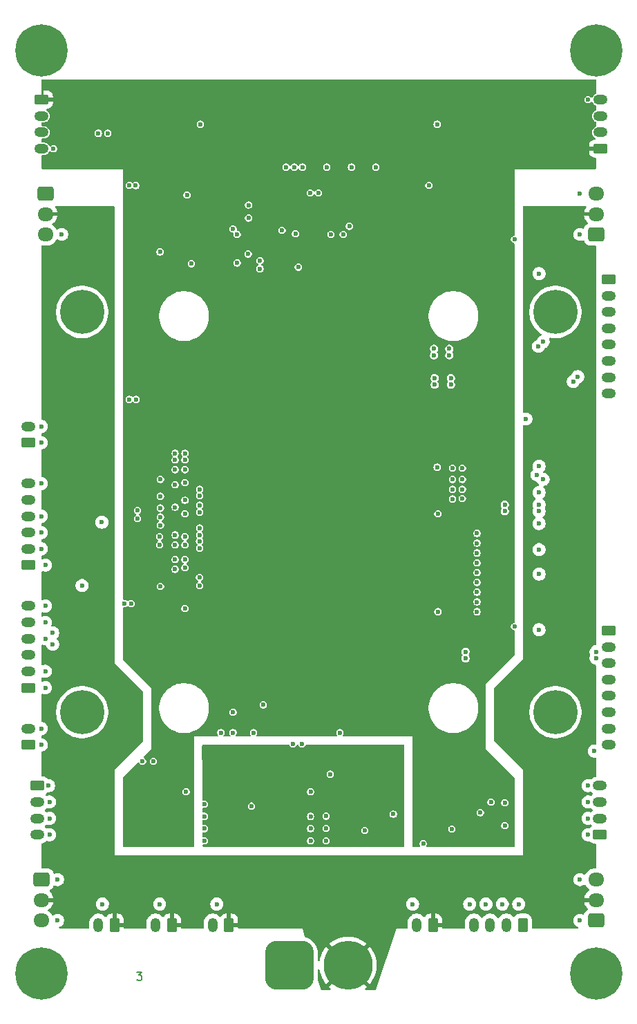
<source format=gbr>
%TF.GenerationSoftware,KiCad,Pcbnew,9.0.7*%
%TF.CreationDate,2026-01-20T00:58:21+01:00*%
%TF.ProjectId,beta-main,62657461-2d6d-4616-996e-2e6b69636164,rev?*%
%TF.SameCoordinates,Original*%
%TF.FileFunction,Copper,L3,Inr*%
%TF.FilePolarity,Positive*%
%FSLAX46Y46*%
G04 Gerber Fmt 4.6, Leading zero omitted, Abs format (unit mm)*
G04 Created by KiCad (PCBNEW 9.0.7) date 2026-01-20 00:58:21*
%MOMM*%
%LPD*%
G01*
G04 APERTURE LIST*
G04 Aperture macros list*
%AMRoundRect*
0 Rectangle with rounded corners*
0 $1 Rounding radius*
0 $2 $3 $4 $5 $6 $7 $8 $9 X,Y pos of 4 corners*
0 Add a 4 corners polygon primitive as box body*
4,1,4,$2,$3,$4,$5,$6,$7,$8,$9,$2,$3,0*
0 Add four circle primitives for the rounded corners*
1,1,$1+$1,$2,$3*
1,1,$1+$1,$4,$5*
1,1,$1+$1,$6,$7*
1,1,$1+$1,$8,$9*
0 Add four rect primitives between the rounded corners*
20,1,$1+$1,$2,$3,$4,$5,0*
20,1,$1+$1,$4,$5,$6,$7,0*
20,1,$1+$1,$6,$7,$8,$9,0*
20,1,$1+$1,$8,$9,$2,$3,0*%
G04 Aperture macros list end*
%ADD10C,0.200000*%
%TA.AperFunction,NonConductor*%
%ADD11C,0.200000*%
%TD*%
%TA.AperFunction,ComponentPad*%
%ADD12RoundRect,0.250000X0.625000X-0.350000X0.625000X0.350000X-0.625000X0.350000X-0.625000X-0.350000X0*%
%TD*%
%TA.AperFunction,ComponentPad*%
%ADD13O,1.750000X1.200000*%
%TD*%
%TA.AperFunction,ComponentPad*%
%ADD14RoundRect,0.250000X-0.725000X0.600000X-0.725000X-0.600000X0.725000X-0.600000X0.725000X0.600000X0*%
%TD*%
%TA.AperFunction,ComponentPad*%
%ADD15O,1.950000X1.700000*%
%TD*%
%TA.AperFunction,ComponentPad*%
%ADD16RoundRect,0.250000X0.350000X0.625000X-0.350000X0.625000X-0.350000X-0.625000X0.350000X-0.625000X0*%
%TD*%
%TA.AperFunction,ComponentPad*%
%ADD17O,1.200000X1.750000*%
%TD*%
%TA.AperFunction,ComponentPad*%
%ADD18C,5.400000*%
%TD*%
%TA.AperFunction,ComponentPad*%
%ADD19RoundRect,0.250000X0.725000X-0.600000X0.725000X0.600000X-0.725000X0.600000X-0.725000X-0.600000X0*%
%TD*%
%TA.AperFunction,ComponentPad*%
%ADD20C,0.800000*%
%TD*%
%TA.AperFunction,ComponentPad*%
%ADD21C,6.400000*%
%TD*%
%TA.AperFunction,ComponentPad*%
%ADD22RoundRect,1.500000X-1.500000X-1.500000X1.500000X-1.500000X1.500000X1.500000X-1.500000X1.500000X0*%
%TD*%
%TA.AperFunction,ComponentPad*%
%ADD23C,6.000000*%
%TD*%
%TA.AperFunction,ComponentPad*%
%ADD24RoundRect,0.250000X-0.625000X0.350000X-0.625000X-0.350000X0.625000X-0.350000X0.625000X0.350000X0*%
%TD*%
%TA.AperFunction,ViaPad*%
%ADD25C,0.600000*%
%TD*%
G04 APERTURE END LIST*
D10*
D11*
X77701667Y-156327219D02*
X78320714Y-156327219D01*
X78320714Y-156327219D02*
X77987381Y-156708171D01*
X77987381Y-156708171D02*
X78130238Y-156708171D01*
X78130238Y-156708171D02*
X78225476Y-156755790D01*
X78225476Y-156755790D02*
X78273095Y-156803409D01*
X78273095Y-156803409D02*
X78320714Y-156898647D01*
X78320714Y-156898647D02*
X78320714Y-157136742D01*
X78320714Y-157136742D02*
X78273095Y-157231980D01*
X78273095Y-157231980D02*
X78225476Y-157279600D01*
X78225476Y-157279600D02*
X78130238Y-157327219D01*
X78130238Y-157327219D02*
X77844524Y-157327219D01*
X77844524Y-157327219D02*
X77749286Y-157279600D01*
X77749286Y-157279600D02*
X77701667Y-157231980D01*
D12*
%TO.N,+3V3*%
%TO.C,J23*%
X64450000Y-121500000D03*
D13*
%TO.N,/I2S0_SCLK*%
X64450000Y-119500000D03*
%TO.N,/I2S0_WS*%
X64450000Y-117500000D03*
%TO.N,/I2S0_SDI1*%
X64450000Y-115500000D03*
%TO.N,+3V3*%
X64450000Y-113500000D03*
%TO.N,GND*%
X64450000Y-111500000D03*
%TD*%
D14*
%TO.N,/Peripherals/SIG*%
%TO.C,J10*%
X66525000Y-61000000D03*
D15*
%TO.N,+BATT*%
X66525000Y-63500000D03*
%TO.N,GND*%
X66525000Y-66000000D03*
%TD*%
D16*
%TO.N,+BATT*%
%TO.C,J19*%
X75000000Y-150550000D03*
D17*
%TO.N,Net-(D2-K)*%
X73000000Y-150550000D03*
%TD*%
D16*
%TO.N,/GPIO/BATT_INT*%
%TO.C,J26*%
X125000000Y-150550000D03*
D17*
%TO.N,/Peripherals/SENSOR_SDA*%
X123000000Y-150550000D03*
%TO.N,/Peripherals/SENSOR_SCL*%
X121000000Y-150550000D03*
%TO.N,GND*%
X119000000Y-150550000D03*
%TD*%
D18*
%TO.N,GND*%
%TO.C,MH11*%
X71000000Y-124500000D03*
%TD*%
D19*
%TO.N,/Peripherals/SIG*%
%TO.C,J11*%
X133975000Y-66000000D03*
D15*
%TO.N,+BATT*%
X133975000Y-63500000D03*
%TO.N,GND*%
X133975000Y-61000000D03*
%TD*%
D12*
%TO.N,+3V3*%
%TO.C,J15*%
X134500000Y-55500000D03*
D13*
%TO.N,/Peripherals/SENSOR_SDA*%
X134500000Y-53500000D03*
%TO.N,/Peripherals/SENSOR_SCL*%
X134500000Y-51500000D03*
%TO.N,GND*%
X134500000Y-49500000D03*
%TD*%
D19*
%TO.N,/Peripherals/SIG*%
%TO.C,J13*%
X133975000Y-150000000D03*
D15*
%TO.N,+BATT*%
X133975000Y-147500000D03*
%TO.N,GND*%
X133975000Y-145000000D03*
%TD*%
D16*
%TO.N,+BATT*%
%TO.C,J24*%
X114000000Y-150550000D03*
D17*
%TO.N,Net-(D2-K)*%
X112000000Y-150550000D03*
%TD*%
D20*
%TO.N,GND*%
%TO.C,MH7*%
X136400000Y-156500000D03*
X135697056Y-158197056D03*
X135697056Y-154802944D03*
X134000000Y-158900000D03*
D21*
X134000000Y-156500000D03*
D20*
X134000000Y-154100000D03*
X132302944Y-158197056D03*
X132302944Y-154802944D03*
X131600000Y-156500000D03*
%TD*%
D16*
%TO.N,+BATT*%
%TO.C,J20*%
X82000000Y-150550000D03*
D17*
%TO.N,Net-(D2-K)*%
X80000000Y-150550000D03*
%TD*%
D22*
%TO.N,GND*%
%TO.C,J18*%
X96375000Y-155500000D03*
D23*
%TO.N,+BATT*%
X103575000Y-155500000D03*
%TD*%
D18*
%TO.N,GND*%
%TO.C,MH12*%
X129000000Y-124500000D03*
%TD*%
D24*
%TO.N,+3V3*%
%TO.C,J14*%
X66050000Y-49500000D03*
D13*
%TO.N,/Peripherals/SENSOR_SDA*%
X66050000Y-51500000D03*
%TO.N,/Peripherals/SENSOR_SCL*%
X66050000Y-53500000D03*
%TO.N,GND*%
X66050000Y-55500000D03*
%TD*%
D12*
%TO.N,Net-(J1-Pin_1)*%
%TO.C,J1*%
X64450000Y-91500000D03*
D13*
%TO.N,Net-(J1-Pin_2)*%
X64450000Y-89500000D03*
%TD*%
D24*
%TO.N,VBUS*%
%TO.C,J3*%
X135500000Y-71500000D03*
D13*
%TO.N,/High Speed Serial/USB3-1-D_N*%
X135500000Y-73500000D03*
%TO.N,/High Speed Serial/USB3-1-D_P*%
X135500000Y-75500000D03*
%TO.N,/High Speed Serial/USB3-1-RX_N*%
X135500000Y-77500000D03*
%TO.N,/High Speed Serial/USB3-1-RX_P*%
X135500000Y-79500000D03*
%TO.N,/High Speed Serial/USB3-1-TX_N*%
X135500000Y-81500000D03*
%TO.N,/High Speed Serial/USB3-1-TX_P*%
X135500000Y-83500000D03*
%TO.N,GND*%
X135500000Y-85500000D03*
%TD*%
D20*
%TO.N,GND*%
%TO.C,MH5*%
X68400000Y-156500000D03*
X67697056Y-158197056D03*
X67697056Y-154802944D03*
X66000000Y-158900000D03*
D21*
X66000000Y-156500000D03*
D20*
X66000000Y-154100000D03*
X64302944Y-158197056D03*
X64302944Y-154802944D03*
X63600000Y-156500000D03*
%TD*%
D18*
%TO.N,GND*%
%TO.C,MH9*%
X71000000Y-75500000D03*
%TD*%
D24*
%TO.N,VBUS*%
%TO.C,J2*%
X135500000Y-114500000D03*
D13*
%TO.N,/High Speed Serial/USB3-0-D_N*%
X135500000Y-116500000D03*
%TO.N,/High Speed Serial/USB3-0-D_P*%
X135500000Y-118500000D03*
%TO.N,/High Speed Serial/USB3-0-RX_N*%
X135500000Y-120500000D03*
%TO.N,/High Speed Serial/USB3-0-RX_P*%
X135500000Y-122500000D03*
%TO.N,/High Speed Serial/USB3-0-TX_N*%
X135500000Y-124500000D03*
%TO.N,/High Speed Serial/USB3-0-TX_P*%
X135500000Y-126500000D03*
%TO.N,GND*%
X135500000Y-128500000D03*
%TD*%
D12*
%TO.N,+3V3*%
%TO.C,J22*%
X64450000Y-106500000D03*
D13*
%TO.N,/I2S0_SCLK*%
X64450000Y-104500000D03*
%TO.N,/I2S0_WS*%
X64450000Y-102500000D03*
%TO.N,/I2S0_SDI0*%
X64450000Y-100500000D03*
%TO.N,GND*%
X64450000Y-98500000D03*
X64450000Y-96500000D03*
%TD*%
D20*
%TO.N,GND*%
%TO.C,MH3*%
X131600000Y-43500000D03*
X132302944Y-41802944D03*
X132302944Y-45197056D03*
X134000000Y-41100000D03*
D21*
X134000000Y-43500000D03*
D20*
X134000000Y-45900000D03*
X135697056Y-41802944D03*
X135697056Y-45197056D03*
X136400000Y-43500000D03*
%TD*%
D12*
%TO.N,+3V3*%
%TO.C,J16*%
X134450000Y-139500000D03*
D13*
%TO.N,/Peripherals/SENSOR_SDA*%
X134450000Y-137500000D03*
%TO.N,/Peripherals/SENSOR_SCL*%
X134450000Y-135500000D03*
%TO.N,GND*%
X134450000Y-133500000D03*
%TD*%
D12*
%TO.N,/GPIO/PWR_BUT*%
%TO.C,J21*%
X64450000Y-128500000D03*
D13*
%TO.N,GND*%
X64450000Y-126500000D03*
%TD*%
D16*
%TO.N,+BATT*%
%TO.C,J25*%
X89000000Y-150550000D03*
D17*
%TO.N,Net-(D2-K)*%
X87000000Y-150550000D03*
%TD*%
D18*
%TO.N,GND*%
%TO.C,MH10*%
X129000000Y-75500000D03*
%TD*%
D20*
%TO.N,GND*%
%TO.C,MH1*%
X63600000Y-43500000D03*
X64302944Y-41802944D03*
X64302944Y-45197056D03*
X66000000Y-41100000D03*
D21*
X66000000Y-43500000D03*
D20*
X66000000Y-45900000D03*
X67697056Y-41802944D03*
X67697056Y-45197056D03*
X68400000Y-43500000D03*
%TD*%
D14*
%TO.N,/Peripherals/SIG*%
%TO.C,J12*%
X66025000Y-145000000D03*
D15*
%TO.N,+BATT*%
X66025000Y-147500000D03*
%TO.N,GND*%
X66025000Y-150000000D03*
%TD*%
D24*
%TO.N,+3V3*%
%TO.C,J17*%
X65550000Y-133500000D03*
D13*
%TO.N,/Peripherals/SENSOR_SDA*%
X65550000Y-135500000D03*
%TO.N,/Peripherals/SENSOR_SCL*%
X65550000Y-137500000D03*
%TO.N,GND*%
X65550000Y-139500000D03*
%TD*%
D25*
%TO.N,+BATT*%
X89500000Y-148000000D03*
X92500000Y-142500000D03*
X68500000Y-63500000D03*
X132000000Y-63500000D03*
X68000000Y-147500000D03*
X95250000Y-142500000D03*
X75500000Y-148000000D03*
X113500000Y-148000000D03*
X82500000Y-148000000D03*
X132000000Y-147500000D03*
%TO.N,GND*%
X83600000Y-104000000D03*
X83600000Y-100200000D03*
X82400000Y-94800000D03*
X112800000Y-140600000D03*
X86000000Y-135750000D03*
X86000000Y-138750000D03*
X99951539Y-60919263D03*
X66000000Y-96500000D03*
X67000000Y-139500000D03*
X127000000Y-97600000D03*
X97151539Y-65919263D03*
X68500000Y-66000000D03*
X80546860Y-68138919D03*
X100887500Y-138737500D03*
X132000000Y-145000000D03*
X83600000Y-98550000D03*
X119400000Y-106200000D03*
X83600000Y-105800000D03*
X109137500Y-136987500D03*
X73425000Y-101250000D03*
X119400000Y-103800000D03*
X83600000Y-94800000D03*
X114500000Y-52500000D03*
X86000000Y-137250000D03*
X113500000Y-60000000D03*
X83600000Y-111800000D03*
X82400000Y-92800000D03*
X116400000Y-96000000D03*
X99000000Y-134250000D03*
X101000000Y-57750000D03*
X68000000Y-150000000D03*
X97950000Y-128400000D03*
X98951539Y-60919263D03*
X99000000Y-138750000D03*
X119400000Y-105000000D03*
X83600000Y-103000000D03*
X99000000Y-140250000D03*
X133000000Y-49500000D03*
X133750000Y-129250000D03*
X114600000Y-100200000D03*
X119400000Y-111000000D03*
X127000000Y-94400000D03*
X127000000Y-70800000D03*
X107000000Y-57750000D03*
X100887500Y-140237500D03*
X97500000Y-70000000D03*
X82400000Y-96650000D03*
X83600000Y-96400000D03*
X95500000Y-65500000D03*
X127000000Y-114400000D03*
X119400000Y-102600000D03*
X100887500Y-137237500D03*
X83750000Y-134250000D03*
X83600000Y-92800000D03*
X114600000Y-112200000D03*
X117600000Y-98320000D03*
X98000000Y-57750000D03*
X101400000Y-132100000D03*
X133000000Y-133500000D03*
X116400000Y-97200000D03*
X117600000Y-96000000D03*
X119400000Y-107400000D03*
X118500000Y-148000000D03*
X85500000Y-52500000D03*
X82400000Y-102800000D03*
X132000000Y-61000000D03*
X90000000Y-66000000D03*
X127000000Y-107600000D03*
X83850000Y-61180000D03*
X82400000Y-107000000D03*
X83600000Y-106800000D03*
X91750000Y-136000000D03*
X116400000Y-98400000D03*
X99000000Y-137250000D03*
X83600000Y-93600000D03*
X71000000Y-109000000D03*
X127000000Y-104600000D03*
X119400000Y-112200000D03*
X117600000Y-97200000D03*
X116300000Y-138800000D03*
X116400000Y-94600000D03*
X86000000Y-140250000D03*
X82400000Y-104000000D03*
X127000000Y-101400000D03*
X119400000Y-108600000D03*
X67500000Y-55500000D03*
X119400000Y-109800000D03*
X82400000Y-105800000D03*
X104000000Y-57750000D03*
X66000000Y-126500000D03*
X82400000Y-93600000D03*
X105637500Y-138987500D03*
X117600000Y-94600000D03*
X66500000Y-111500000D03*
X82400000Y-99400000D03*
%TO.N,+5V*%
X105106250Y-137693750D03*
X95650000Y-130000000D03*
X92500000Y-131200000D03*
X99000000Y-135700000D03*
X109200000Y-137800000D03*
X89200000Y-130100000D03*
X88750000Y-134500000D03*
X92000000Y-127000000D03*
X80600000Y-109100000D03*
%TO.N,+3V3*%
X77800000Y-103800000D03*
X87350000Y-61180000D03*
X78400000Y-88000000D03*
X83600000Y-108200000D03*
X82350000Y-61180000D03*
X96500000Y-60921400D03*
X102266606Y-69766606D03*
X125400000Y-88600000D03*
X112500000Y-134700000D03*
X67500000Y-49500000D03*
X67400000Y-116200000D03*
X66500000Y-106500000D03*
X67400000Y-114800000D03*
X66900000Y-133500000D03*
X123600000Y-139400000D03*
X113300000Y-131700000D03*
X66500000Y-121500000D03*
X100000000Y-66050000D03*
X85100000Y-67530000D03*
X123400000Y-86600000D03*
X96000000Y-70000000D03*
X133000000Y-55500000D03*
X77049000Y-95600000D03*
X76400000Y-133400000D03*
X107400000Y-127000000D03*
X133000000Y-139500000D03*
X66500000Y-113500000D03*
X92750000Y-57750000D03*
%TO.N,VBUS*%
X124000000Y-114000000D03*
X102600000Y-127000000D03*
%TO.N,Net-(J1-Pin_1)*%
X66000000Y-91500000D03*
%TO.N,Net-(J1-Pin_2)*%
X66000000Y-89500000D03*
%TO.N,/High Speed Serial/USB3-0-D_P*%
X134000000Y-117900000D03*
X118000000Y-117900000D03*
%TO.N,/High Speed Serial/USB3-0-D_N*%
X134000000Y-117100000D03*
X118000000Y-117100000D03*
%TO.N,/High Speed Serial/USB3-1-TX_P*%
X116000000Y-80800000D03*
X126926854Y-79708310D03*
X131201415Y-83998585D03*
X114125412Y-80000000D03*
%TO.N,/High Speed Serial/USB3-1-TX_N*%
X116000000Y-80000000D03*
X114125412Y-80800000D03*
X131750940Y-83417185D03*
X127492540Y-79142624D03*
%TO.N,/High Speed Serial/USB3-1-RX_N*%
X116200000Y-83600000D03*
X114200000Y-84400000D03*
%TO.N,/High Speed Serial/USB3-1-RX_P*%
X114200000Y-83600000D03*
X116200000Y-84400000D03*
%TO.N,/SCL0*%
X85390000Y-108000000D03*
X126750000Y-95445043D03*
%TO.N,/MIPI0_D0_P*%
X122800000Y-99100000D03*
X126994068Y-99100000D03*
%TO.N,/SDA0*%
X127500000Y-96000000D03*
X85400000Y-109000000D03*
%TO.N,/MIPI0_D0_N*%
X122800000Y-99900000D03*
X126994068Y-99900000D03*
%TO.N,/SCL1*%
X85388928Y-103567997D03*
X92800000Y-69200000D03*
%TO.N,/CAM_GPIO0*%
X77600000Y-86200000D03*
X77000000Y-111200000D03*
X77563911Y-60013908D03*
X97000000Y-57750000D03*
%TO.N,/SDA1*%
X92800000Y-70200000D03*
X85400000Y-104400000D03*
%TO.N,/CAM_GPIO1*%
X76200000Y-111200000D03*
X96000000Y-57750000D03*
X76800000Y-60000000D03*
X76800000Y-86200000D03*
%TO.N,/Peripherals/SIG*%
X68000000Y-145000000D03*
X78400000Y-130500000D03*
X132000000Y-66000000D03*
X132000000Y-150000000D03*
X91350000Y-68400000D03*
X84387500Y-69580000D03*
X124000000Y-66600000D03*
%TO.N,/Peripherals/SENSOR_SCL*%
X91400000Y-64000000D03*
X121100000Y-135500000D03*
X67000000Y-137500000D03*
X133000000Y-135500000D03*
X80600000Y-99500000D03*
X119800000Y-136800000D03*
X73000000Y-53600000D03*
X89500000Y-127000000D03*
X74150000Y-53600000D03*
X120500000Y-148000000D03*
X91400000Y-62400000D03*
X89500000Y-124500000D03*
%TO.N,/GPIO/SDI*%
X101500000Y-66000000D03*
X80600000Y-101600000D03*
%TO.N,/GPIO/UART3_RX*%
X85400000Y-100000000D03*
X89500000Y-65330000D03*
%TO.N,/GPIO/UART3_TX*%
X90000000Y-69500000D03*
X80600000Y-100600000D03*
%TO.N,/GPIO/I2C2_SCL*%
X85400000Y-99150000D03*
X103000000Y-66000000D03*
%TO.N,/GPIO/I2C2_SDA*%
X85400000Y-102800000D03*
X103750000Y-65000000D03*
%TO.N,/Peripherals/SENSOR_SDA*%
X133000000Y-137500000D03*
X67000000Y-135500000D03*
X88000000Y-127000000D03*
X122500000Y-148000000D03*
X85400000Y-98000000D03*
%TO.N,/GPIO/PWR_BUT*%
X66000000Y-128500000D03*
%TO.N,/GPIO/FAN_PWM*%
X79750000Y-130500000D03*
X80600000Y-96000000D03*
%TO.N,Net-(D2-K)*%
X87500000Y-148000000D03*
X111500000Y-148000000D03*
X80500000Y-148000000D03*
X73500000Y-148000000D03*
%TO.N,/I2S0_WS*%
X77800000Y-99800000D03*
X85400000Y-97200000D03*
X66000000Y-102500000D03*
%TO.N,/I2S0_SCLK*%
X66500000Y-119500000D03*
X66000000Y-104500000D03*
%TO.N,/VBUS_EN*%
X114500000Y-94500000D03*
X96850000Y-128400000D03*
%TO.N,/I2S0_SDI0*%
X77800000Y-100800000D03*
X66000000Y-100500000D03*
X80600000Y-98050000D03*
%TO.N,/I2S0_SDI1*%
X80500000Y-103000000D03*
X66500000Y-115500000D03*
X85400000Y-101950000D03*
%TO.N,/GPIO/BATT_INT*%
X80500000Y-104000000D03*
X122800000Y-135600000D03*
X122800000Y-138400000D03*
X124500000Y-148000000D03*
X93200000Y-123600000D03*
%TD*%
%TA.AperFunction,Conductor*%
%TO.N,+5V*%
G36*
X96383781Y-128519685D02*
G01*
X96425143Y-128567420D01*
X96426137Y-128566847D01*
X96429111Y-128571999D01*
X96429536Y-128572489D01*
X96429970Y-128573486D01*
X96430201Y-128573886D01*
X96489511Y-128676613D01*
X96573387Y-128760489D01*
X96676114Y-128819799D01*
X96790691Y-128850500D01*
X96790694Y-128850500D01*
X96909306Y-128850500D01*
X96909309Y-128850500D01*
X97023886Y-128819799D01*
X97126613Y-128760489D01*
X97210489Y-128676613D01*
X97269799Y-128573886D01*
X97269799Y-128573885D01*
X97273863Y-128566847D01*
X97275672Y-128567891D01*
X97281240Y-128560982D01*
X97289545Y-128542797D01*
X97302713Y-128534333D01*
X97312536Y-128522145D01*
X97331505Y-128515831D01*
X97348323Y-128505023D01*
X97375880Y-128501060D01*
X97378830Y-128500079D01*
X97383258Y-128500000D01*
X97416742Y-128500000D01*
X97483781Y-128519685D01*
X97525143Y-128567420D01*
X97526137Y-128566847D01*
X97529111Y-128571999D01*
X97529536Y-128572489D01*
X97529970Y-128573486D01*
X97530201Y-128573886D01*
X97589511Y-128676613D01*
X97673387Y-128760489D01*
X97776114Y-128819799D01*
X97890691Y-128850500D01*
X97890694Y-128850500D01*
X98009306Y-128850500D01*
X98009309Y-128850500D01*
X98123886Y-128819799D01*
X98226613Y-128760489D01*
X98310489Y-128676613D01*
X98369799Y-128573886D01*
X98369799Y-128573885D01*
X98373863Y-128566847D01*
X98375672Y-128567891D01*
X98412536Y-128522145D01*
X98478830Y-128500079D01*
X98483258Y-128500000D01*
X110376000Y-128500000D01*
X110443039Y-128519685D01*
X110488794Y-128572489D01*
X110500000Y-128624000D01*
X110500000Y-140875899D01*
X110480315Y-140942938D01*
X110427511Y-140988693D01*
X110375900Y-140999899D01*
X85873404Y-140980099D01*
X85806380Y-140960360D01*
X85760668Y-140907519D01*
X85749505Y-140856599D01*
X85749324Y-140811315D01*
X85768738Y-140744202D01*
X85821358Y-140698236D01*
X85890476Y-140688014D01*
X85905396Y-140691042D01*
X85940691Y-140700500D01*
X85940695Y-140700500D01*
X86059306Y-140700500D01*
X86059309Y-140700500D01*
X86173886Y-140669799D01*
X86276613Y-140610489D01*
X86360489Y-140526613D01*
X86419799Y-140423886D01*
X86450500Y-140309309D01*
X86450500Y-140190691D01*
X98549500Y-140190691D01*
X98549500Y-140309309D01*
X98580201Y-140423886D01*
X98639511Y-140526613D01*
X98723387Y-140610489D01*
X98826114Y-140669799D01*
X98940691Y-140700500D01*
X98940694Y-140700500D01*
X99059306Y-140700500D01*
X99059309Y-140700500D01*
X99173886Y-140669799D01*
X99276613Y-140610489D01*
X99360489Y-140526613D01*
X99419799Y-140423886D01*
X99450500Y-140309309D01*
X99450500Y-140190691D01*
X99447151Y-140178191D01*
X100437000Y-140178191D01*
X100437000Y-140296809D01*
X100467701Y-140411386D01*
X100527011Y-140514113D01*
X100610887Y-140597989D01*
X100713614Y-140657299D01*
X100828191Y-140688000D01*
X100828194Y-140688000D01*
X100946806Y-140688000D01*
X100946809Y-140688000D01*
X101061386Y-140657299D01*
X101164113Y-140597989D01*
X101247989Y-140514113D01*
X101307299Y-140411386D01*
X101338000Y-140296809D01*
X101338000Y-140178191D01*
X101307299Y-140063614D01*
X101247989Y-139960887D01*
X101164113Y-139877011D01*
X101061386Y-139817701D01*
X100946809Y-139787000D01*
X100828191Y-139787000D01*
X100713614Y-139817701D01*
X100713612Y-139817701D01*
X100713612Y-139817702D01*
X100610887Y-139877011D01*
X100610884Y-139877013D01*
X100527013Y-139960884D01*
X100527011Y-139960887D01*
X100467701Y-140063614D01*
X100437000Y-140178191D01*
X99447151Y-140178191D01*
X99419799Y-140076114D01*
X99360489Y-139973387D01*
X99276613Y-139889511D01*
X99173886Y-139830201D01*
X99059309Y-139799500D01*
X98940691Y-139799500D01*
X98826114Y-139830201D01*
X98826112Y-139830201D01*
X98826112Y-139830202D01*
X98723387Y-139889511D01*
X98723384Y-139889513D01*
X98639513Y-139973384D01*
X98639511Y-139973387D01*
X98580201Y-140076114D01*
X98549500Y-140190691D01*
X86450500Y-140190691D01*
X86419799Y-140076114D01*
X86360489Y-139973387D01*
X86276613Y-139889511D01*
X86173886Y-139830201D01*
X86059309Y-139799500D01*
X85940691Y-139799500D01*
X85900926Y-139810155D01*
X85831076Y-139808492D01*
X85773214Y-139769329D01*
X85745710Y-139705100D01*
X85744835Y-139690898D01*
X85743308Y-139309703D01*
X85762723Y-139242589D01*
X85815343Y-139196623D01*
X85884461Y-139186402D01*
X85899380Y-139189430D01*
X85940691Y-139200500D01*
X85940695Y-139200500D01*
X86059306Y-139200500D01*
X86059309Y-139200500D01*
X86173886Y-139169799D01*
X86276613Y-139110489D01*
X86360489Y-139026613D01*
X86419799Y-138923886D01*
X86450500Y-138809309D01*
X86450500Y-138690691D01*
X98549500Y-138690691D01*
X98549500Y-138809309D01*
X98580201Y-138923886D01*
X98639511Y-139026613D01*
X98723387Y-139110489D01*
X98826114Y-139169799D01*
X98940691Y-139200500D01*
X98940694Y-139200500D01*
X99059306Y-139200500D01*
X99059309Y-139200500D01*
X99173886Y-139169799D01*
X99276613Y-139110489D01*
X99360489Y-139026613D01*
X99419799Y-138923886D01*
X99450500Y-138809309D01*
X99450500Y-138690691D01*
X99447151Y-138678191D01*
X100437000Y-138678191D01*
X100437000Y-138796809D01*
X100467701Y-138911386D01*
X100527011Y-139014113D01*
X100610887Y-139097989D01*
X100713614Y-139157299D01*
X100828191Y-139188000D01*
X100828194Y-139188000D01*
X100946806Y-139188000D01*
X100946809Y-139188000D01*
X101061386Y-139157299D01*
X101164113Y-139097989D01*
X101247989Y-139014113D01*
X101297597Y-138928191D01*
X105187000Y-138928191D01*
X105187000Y-139046809D01*
X105217701Y-139161386D01*
X105277011Y-139264113D01*
X105360887Y-139347989D01*
X105463614Y-139407299D01*
X105578191Y-139438000D01*
X105578194Y-139438000D01*
X105696806Y-139438000D01*
X105696809Y-139438000D01*
X105811386Y-139407299D01*
X105914113Y-139347989D01*
X105997989Y-139264113D01*
X106057299Y-139161386D01*
X106088000Y-139046809D01*
X106088000Y-138928191D01*
X106057299Y-138813614D01*
X105997989Y-138710887D01*
X105914113Y-138627011D01*
X105811386Y-138567701D01*
X105696809Y-138537000D01*
X105578191Y-138537000D01*
X105463614Y-138567701D01*
X105463612Y-138567701D01*
X105463612Y-138567702D01*
X105360887Y-138627011D01*
X105360884Y-138627013D01*
X105277013Y-138710884D01*
X105277011Y-138710887D01*
X105220187Y-138809309D01*
X105217701Y-138813614D01*
X105187000Y-138928191D01*
X101297597Y-138928191D01*
X101307299Y-138911386D01*
X101338000Y-138796809D01*
X101338000Y-138678191D01*
X101307299Y-138563614D01*
X101247989Y-138460887D01*
X101164113Y-138377011D01*
X101061386Y-138317701D01*
X100946809Y-138287000D01*
X100828191Y-138287000D01*
X100713614Y-138317701D01*
X100713612Y-138317701D01*
X100713612Y-138317702D01*
X100610887Y-138377011D01*
X100610884Y-138377013D01*
X100527013Y-138460884D01*
X100527011Y-138460887D01*
X100467701Y-138563614D01*
X100437000Y-138678191D01*
X99447151Y-138678191D01*
X99419799Y-138576114D01*
X99360489Y-138473387D01*
X99276613Y-138389511D01*
X99173886Y-138330201D01*
X99059309Y-138299500D01*
X98940691Y-138299500D01*
X98826114Y-138330201D01*
X98826112Y-138330201D01*
X98826112Y-138330202D01*
X98723387Y-138389511D01*
X98723384Y-138389513D01*
X98639513Y-138473384D01*
X98639511Y-138473387D01*
X98580201Y-138576114D01*
X98549500Y-138690691D01*
X86450500Y-138690691D01*
X86419799Y-138576114D01*
X86360489Y-138473387D01*
X86276613Y-138389511D01*
X86173886Y-138330201D01*
X86059309Y-138299500D01*
X85940691Y-138299500D01*
X85940689Y-138299500D01*
X85894922Y-138311763D01*
X85825072Y-138310099D01*
X85767210Y-138270936D01*
X85739707Y-138206707D01*
X85738832Y-138192503D01*
X85737292Y-137808091D01*
X85756707Y-137740977D01*
X85809327Y-137695011D01*
X85878445Y-137684790D01*
X85893367Y-137687819D01*
X85940691Y-137700500D01*
X85940694Y-137700500D01*
X86059306Y-137700500D01*
X86059309Y-137700500D01*
X86173886Y-137669799D01*
X86276613Y-137610489D01*
X86360489Y-137526613D01*
X86419799Y-137423886D01*
X86450500Y-137309309D01*
X86450500Y-137190691D01*
X98549500Y-137190691D01*
X98549500Y-137309309D01*
X98580201Y-137423886D01*
X98639511Y-137526613D01*
X98723387Y-137610489D01*
X98826114Y-137669799D01*
X98940691Y-137700500D01*
X98940694Y-137700500D01*
X99059306Y-137700500D01*
X99059309Y-137700500D01*
X99173886Y-137669799D01*
X99276613Y-137610489D01*
X99360489Y-137526613D01*
X99419799Y-137423886D01*
X99450500Y-137309309D01*
X99450500Y-137190691D01*
X99447151Y-137178191D01*
X100437000Y-137178191D01*
X100437000Y-137296809D01*
X100467701Y-137411386D01*
X100527011Y-137514113D01*
X100610887Y-137597989D01*
X100713614Y-137657299D01*
X100828191Y-137688000D01*
X100828194Y-137688000D01*
X100946806Y-137688000D01*
X100946809Y-137688000D01*
X101061386Y-137657299D01*
X101164113Y-137597989D01*
X101247989Y-137514113D01*
X101307299Y-137411386D01*
X101338000Y-137296809D01*
X101338000Y-137178191D01*
X101307299Y-137063614D01*
X101255206Y-136973387D01*
X101247993Y-136960893D01*
X101247990Y-136960890D01*
X101247989Y-136960887D01*
X101215293Y-136928191D01*
X108687000Y-136928191D01*
X108687000Y-137046809D01*
X108717701Y-137161386D01*
X108777011Y-137264113D01*
X108860887Y-137347989D01*
X108963614Y-137407299D01*
X109078191Y-137438000D01*
X109078194Y-137438000D01*
X109196806Y-137438000D01*
X109196809Y-137438000D01*
X109311386Y-137407299D01*
X109414113Y-137347989D01*
X109497989Y-137264113D01*
X109557299Y-137161386D01*
X109588000Y-137046809D01*
X109588000Y-136928191D01*
X109557299Y-136813614D01*
X109497989Y-136710887D01*
X109414113Y-136627011D01*
X109311386Y-136567701D01*
X109196809Y-136537000D01*
X109078191Y-136537000D01*
X108963614Y-136567701D01*
X108963612Y-136567701D01*
X108963612Y-136567702D01*
X108860887Y-136627011D01*
X108860884Y-136627013D01*
X108777013Y-136710884D01*
X108777011Y-136710887D01*
X108717701Y-136813614D01*
X108687000Y-136928191D01*
X101215293Y-136928191D01*
X101164113Y-136877011D01*
X101061386Y-136817701D01*
X100946809Y-136787000D01*
X100828191Y-136787000D01*
X100713614Y-136817701D01*
X100713612Y-136817701D01*
X100713612Y-136817702D01*
X100610887Y-136877011D01*
X100610884Y-136877013D01*
X100527013Y-136960884D01*
X100527011Y-136960887D01*
X100467701Y-137063614D01*
X100437000Y-137178191D01*
X99447151Y-137178191D01*
X99419799Y-137076114D01*
X99360489Y-136973387D01*
X99276613Y-136889511D01*
X99173886Y-136830201D01*
X99059309Y-136799500D01*
X98940691Y-136799500D01*
X98826114Y-136830201D01*
X98826112Y-136830201D01*
X98826112Y-136830202D01*
X98723387Y-136889511D01*
X98723384Y-136889513D01*
X98639513Y-136973384D01*
X98639511Y-136973387D01*
X98580201Y-137076114D01*
X98549500Y-137190691D01*
X86450500Y-137190691D01*
X86419799Y-137076114D01*
X86360489Y-136973387D01*
X86276613Y-136889511D01*
X86173886Y-136830201D01*
X86059309Y-136799500D01*
X85940691Y-136799500D01*
X85888920Y-136813372D01*
X85819070Y-136811709D01*
X85761208Y-136772546D01*
X85733704Y-136708317D01*
X85732828Y-136694109D01*
X85731275Y-136306479D01*
X85750691Y-136239365D01*
X85803311Y-136193399D01*
X85872429Y-136183178D01*
X85887351Y-136186207D01*
X85940691Y-136200500D01*
X85940694Y-136200500D01*
X86059306Y-136200500D01*
X86059309Y-136200500D01*
X86173886Y-136169799D01*
X86276613Y-136110489D01*
X86360489Y-136026613D01*
X86410097Y-135940691D01*
X91299500Y-135940691D01*
X91299500Y-136059309D01*
X91330201Y-136173886D01*
X91389511Y-136276613D01*
X91473387Y-136360489D01*
X91576114Y-136419799D01*
X91690691Y-136450500D01*
X91690694Y-136450500D01*
X91809306Y-136450500D01*
X91809309Y-136450500D01*
X91923886Y-136419799D01*
X92026613Y-136360489D01*
X92110489Y-136276613D01*
X92169799Y-136173886D01*
X92200500Y-136059309D01*
X92200500Y-135940691D01*
X92169799Y-135826114D01*
X92110489Y-135723387D01*
X92026613Y-135639511D01*
X91923886Y-135580201D01*
X91809309Y-135549500D01*
X91690691Y-135549500D01*
X91576114Y-135580201D01*
X91576112Y-135580201D01*
X91576112Y-135580202D01*
X91473387Y-135639511D01*
X91473384Y-135639513D01*
X91389513Y-135723384D01*
X91389511Y-135723387D01*
X91339905Y-135809307D01*
X91330201Y-135826114D01*
X91299500Y-135940691D01*
X86410097Y-135940691D01*
X86419799Y-135923886D01*
X86450500Y-135809309D01*
X86450500Y-135690691D01*
X86419799Y-135576114D01*
X86360489Y-135473387D01*
X86276613Y-135389511D01*
X86173886Y-135330201D01*
X86059309Y-135299500D01*
X85940691Y-135299500D01*
X85940689Y-135299500D01*
X85882916Y-135314980D01*
X85813066Y-135313317D01*
X85755204Y-135274153D01*
X85727701Y-135209925D01*
X85726825Y-135195714D01*
X85722799Y-134190691D01*
X98549500Y-134190691D01*
X98549500Y-134309309D01*
X98580201Y-134423886D01*
X98639511Y-134526613D01*
X98723387Y-134610489D01*
X98826114Y-134669799D01*
X98940691Y-134700500D01*
X98940694Y-134700500D01*
X99059306Y-134700500D01*
X99059309Y-134700500D01*
X99173886Y-134669799D01*
X99276613Y-134610489D01*
X99360489Y-134526613D01*
X99419799Y-134423886D01*
X99450500Y-134309309D01*
X99450500Y-134190691D01*
X99419799Y-134076114D01*
X99360489Y-133973387D01*
X99276613Y-133889511D01*
X99173886Y-133830201D01*
X99059309Y-133799500D01*
X98940691Y-133799500D01*
X98826114Y-133830201D01*
X98826112Y-133830201D01*
X98826112Y-133830202D01*
X98723387Y-133889511D01*
X98723384Y-133889513D01*
X98639513Y-133973384D01*
X98639511Y-133973387D01*
X98580201Y-134076114D01*
X98549500Y-134190691D01*
X85722799Y-134190691D01*
X85714661Y-132159306D01*
X85714186Y-132040691D01*
X100949500Y-132040691D01*
X100949500Y-132159309D01*
X100980201Y-132273886D01*
X101039511Y-132376613D01*
X101123387Y-132460489D01*
X101226114Y-132519799D01*
X101340691Y-132550500D01*
X101340694Y-132550500D01*
X101459306Y-132550500D01*
X101459309Y-132550500D01*
X101573886Y-132519799D01*
X101676613Y-132460489D01*
X101760489Y-132376613D01*
X101819799Y-132273886D01*
X101850500Y-132159309D01*
X101850500Y-132040691D01*
X101819799Y-131926114D01*
X101760489Y-131823387D01*
X101676613Y-131739511D01*
X101573886Y-131680201D01*
X101459309Y-131649500D01*
X101340691Y-131649500D01*
X101226114Y-131680201D01*
X101226112Y-131680201D01*
X101226112Y-131680202D01*
X101123387Y-131739511D01*
X101123384Y-131739513D01*
X101039513Y-131823384D01*
X101039511Y-131823387D01*
X100980201Y-131926114D01*
X100949500Y-132040691D01*
X85714186Y-132040691D01*
X85714155Y-132033061D01*
X85700499Y-128624497D01*
X85719915Y-128557379D01*
X85772535Y-128511413D01*
X85824498Y-128500000D01*
X96316742Y-128500000D01*
X96383781Y-128519685D01*
G37*
%TD.AperFunction*%
%TD*%
%TA.AperFunction,Conductor*%
%TO.N,+BATT*%
G36*
X100080703Y-156007045D02*
G01*
X100118477Y-156065823D01*
X100121117Y-156076567D01*
X100175791Y-156351437D01*
X100175792Y-156351443D01*
X100275623Y-156680540D01*
X100407219Y-156998241D01*
X100407226Y-156998255D01*
X100569322Y-157301518D01*
X100569333Y-157301536D01*
X100760377Y-157587453D01*
X100760387Y-157587467D01*
X100928785Y-157792659D01*
X100928786Y-157792660D01*
X101816777Y-156904668D01*
X101879731Y-156986711D01*
X102088289Y-157195269D01*
X102170329Y-157258221D01*
X101282338Y-158146212D01*
X101282339Y-158146213D01*
X101445537Y-158280147D01*
X101484871Y-158337893D01*
X101486742Y-158407737D01*
X101450554Y-158467506D01*
X101387798Y-158498221D01*
X101366872Y-158500000D01*
X100342259Y-158500000D01*
X100275220Y-158480315D01*
X100229465Y-158427511D01*
X100223489Y-158411631D01*
X100184044Y-158280147D01*
X99871626Y-157238753D01*
X99866714Y-157194292D01*
X99875500Y-157071448D01*
X99875500Y-156100758D01*
X99895185Y-156033719D01*
X99947989Y-155987964D01*
X100017147Y-155978020D01*
X100080703Y-156007045D01*
G37*
%TD.AperFunction*%
%TA.AperFunction,Conductor*%
G36*
X74943039Y-62519685D02*
G01*
X74988794Y-62572489D01*
X75000000Y-62624000D01*
X75000000Y-118500000D01*
X78463681Y-121963681D01*
X78497166Y-122025004D01*
X78500000Y-122051362D01*
X78500000Y-127948638D01*
X78480315Y-128015677D01*
X78463681Y-128036319D01*
X75000000Y-131499999D01*
X75000000Y-131500000D01*
X75000000Y-142000000D01*
X125000000Y-142000000D01*
X125000000Y-131500000D01*
X121536319Y-128036319D01*
X121502834Y-127974996D01*
X121500000Y-127948638D01*
X121500000Y-124320259D01*
X125799500Y-124320259D01*
X125799500Y-124679740D01*
X125839746Y-125036935D01*
X125839748Y-125036951D01*
X125919737Y-125387407D01*
X125919741Y-125387419D01*
X126038465Y-125726711D01*
X126194432Y-126050579D01*
X126194434Y-126050582D01*
X126385685Y-126354956D01*
X126609812Y-126636003D01*
X126863997Y-126890188D01*
X127145044Y-127114315D01*
X127449418Y-127305566D01*
X127773292Y-127461536D01*
X128028119Y-127550703D01*
X128112580Y-127580258D01*
X128112592Y-127580262D01*
X128463052Y-127660252D01*
X128820260Y-127700499D01*
X128820261Y-127700500D01*
X128820264Y-127700500D01*
X129179739Y-127700500D01*
X129179739Y-127700499D01*
X129536948Y-127660252D01*
X129887408Y-127580262D01*
X130226708Y-127461536D01*
X130550582Y-127305566D01*
X130854956Y-127114315D01*
X131136003Y-126890188D01*
X131390188Y-126636003D01*
X131614315Y-126354956D01*
X131805566Y-126050582D01*
X131961536Y-125726708D01*
X132080262Y-125387408D01*
X132160252Y-125036948D01*
X132200500Y-124679736D01*
X132200500Y-124320264D01*
X132160252Y-123963052D01*
X132080262Y-123612592D01*
X131961536Y-123273292D01*
X131805566Y-122949418D01*
X131614315Y-122645044D01*
X131390188Y-122363997D01*
X131136003Y-122109812D01*
X130854956Y-121885685D01*
X130550582Y-121694434D01*
X130550579Y-121694432D01*
X130226711Y-121538465D01*
X129887419Y-121419741D01*
X129887407Y-121419737D01*
X129536951Y-121339748D01*
X129536935Y-121339746D01*
X129179740Y-121299500D01*
X129179736Y-121299500D01*
X128820264Y-121299500D01*
X128820259Y-121299500D01*
X128463064Y-121339746D01*
X128463048Y-121339748D01*
X128112592Y-121419737D01*
X128112580Y-121419741D01*
X127773288Y-121538465D01*
X127449420Y-121694432D01*
X127145045Y-121885684D01*
X126863997Y-122109811D01*
X126609811Y-122363997D01*
X126385684Y-122645045D01*
X126194432Y-122949420D01*
X126038465Y-123273288D01*
X125919741Y-123612580D01*
X125919737Y-123612592D01*
X125839748Y-123963048D01*
X125839746Y-123963064D01*
X125799500Y-124320259D01*
X121500000Y-124320259D01*
X121500000Y-121551362D01*
X121519685Y-121484323D01*
X121536319Y-121463681D01*
X123266511Y-119733489D01*
X125000000Y-118000000D01*
X125000000Y-114321153D01*
X126199500Y-114321153D01*
X126199500Y-114478846D01*
X126230261Y-114633489D01*
X126230264Y-114633501D01*
X126290602Y-114779172D01*
X126290609Y-114779185D01*
X126378210Y-114910288D01*
X126378213Y-114910292D01*
X126489707Y-115021786D01*
X126489711Y-115021789D01*
X126620814Y-115109390D01*
X126620827Y-115109397D01*
X126751868Y-115163675D01*
X126766503Y-115169737D01*
X126921153Y-115200499D01*
X126921156Y-115200500D01*
X126921158Y-115200500D01*
X127078844Y-115200500D01*
X127078845Y-115200499D01*
X127233497Y-115169737D01*
X127379179Y-115109394D01*
X127510289Y-115021789D01*
X127621789Y-114910289D01*
X127709394Y-114779179D01*
X127769737Y-114633497D01*
X127800500Y-114478842D01*
X127800500Y-114321158D01*
X127800500Y-114321155D01*
X127800499Y-114321153D01*
X127783063Y-114233497D01*
X127769737Y-114166503D01*
X127751216Y-114121789D01*
X127709397Y-114020827D01*
X127709390Y-114020814D01*
X127621789Y-113889711D01*
X127621786Y-113889707D01*
X127510292Y-113778213D01*
X127510288Y-113778210D01*
X127379185Y-113690609D01*
X127379172Y-113690602D01*
X127233501Y-113630264D01*
X127233489Y-113630261D01*
X127078845Y-113599500D01*
X127078842Y-113599500D01*
X126921158Y-113599500D01*
X126921155Y-113599500D01*
X126766510Y-113630261D01*
X126766498Y-113630264D01*
X126620827Y-113690602D01*
X126620814Y-113690609D01*
X126489711Y-113778210D01*
X126489707Y-113778213D01*
X126378213Y-113889707D01*
X126378210Y-113889711D01*
X126290609Y-114020814D01*
X126290602Y-114020827D01*
X126230264Y-114166498D01*
X126230261Y-114166510D01*
X126199500Y-114321153D01*
X125000000Y-114321153D01*
X125000000Y-107521153D01*
X126199500Y-107521153D01*
X126199500Y-107678846D01*
X126230261Y-107833489D01*
X126230264Y-107833501D01*
X126290602Y-107979172D01*
X126290609Y-107979185D01*
X126378210Y-108110288D01*
X126378213Y-108110292D01*
X126489707Y-108221786D01*
X126489711Y-108221789D01*
X126620814Y-108309390D01*
X126620827Y-108309397D01*
X126766498Y-108369735D01*
X126766503Y-108369737D01*
X126921153Y-108400499D01*
X126921156Y-108400500D01*
X126921158Y-108400500D01*
X127078844Y-108400500D01*
X127078845Y-108400499D01*
X127233497Y-108369737D01*
X127379179Y-108309394D01*
X127510289Y-108221789D01*
X127621789Y-108110289D01*
X127709394Y-107979179D01*
X127769737Y-107833497D01*
X127800500Y-107678842D01*
X127800500Y-107521158D01*
X127800500Y-107521155D01*
X127800499Y-107521153D01*
X127769738Y-107366510D01*
X127769737Y-107366503D01*
X127742398Y-107300500D01*
X127709397Y-107220827D01*
X127709390Y-107220814D01*
X127621789Y-107089711D01*
X127621786Y-107089707D01*
X127510292Y-106978213D01*
X127510288Y-106978210D01*
X127379185Y-106890609D01*
X127379172Y-106890602D01*
X127233501Y-106830264D01*
X127233489Y-106830261D01*
X127078845Y-106799500D01*
X127078842Y-106799500D01*
X126921158Y-106799500D01*
X126921155Y-106799500D01*
X126766510Y-106830261D01*
X126766498Y-106830264D01*
X126620827Y-106890602D01*
X126620814Y-106890609D01*
X126489711Y-106978210D01*
X126489707Y-106978213D01*
X126378213Y-107089707D01*
X126378210Y-107089711D01*
X126290609Y-107220814D01*
X126290602Y-107220827D01*
X126230264Y-107366498D01*
X126230261Y-107366510D01*
X126199500Y-107521153D01*
X125000000Y-107521153D01*
X125000000Y-104521153D01*
X126199500Y-104521153D01*
X126199500Y-104678846D01*
X126230261Y-104833489D01*
X126230264Y-104833501D01*
X126290602Y-104979172D01*
X126290609Y-104979185D01*
X126378210Y-105110288D01*
X126378213Y-105110292D01*
X126489707Y-105221786D01*
X126489711Y-105221789D01*
X126620814Y-105309390D01*
X126620827Y-105309397D01*
X126693296Y-105339414D01*
X126766503Y-105369737D01*
X126921153Y-105400499D01*
X126921156Y-105400500D01*
X126921158Y-105400500D01*
X127078844Y-105400500D01*
X127078845Y-105400499D01*
X127233497Y-105369737D01*
X127379179Y-105309394D01*
X127510289Y-105221789D01*
X127621789Y-105110289D01*
X127709394Y-104979179D01*
X127769737Y-104833497D01*
X127800500Y-104678842D01*
X127800500Y-104521158D01*
X127800500Y-104521155D01*
X127800499Y-104521153D01*
X127769737Y-104366503D01*
X127728314Y-104266498D01*
X127709397Y-104220827D01*
X127709390Y-104220814D01*
X127621789Y-104089711D01*
X127621786Y-104089707D01*
X127510292Y-103978213D01*
X127510288Y-103978210D01*
X127379185Y-103890609D01*
X127379172Y-103890602D01*
X127233501Y-103830264D01*
X127233489Y-103830261D01*
X127078845Y-103799500D01*
X127078842Y-103799500D01*
X126921158Y-103799500D01*
X126921155Y-103799500D01*
X126766510Y-103830261D01*
X126766498Y-103830264D01*
X126620827Y-103890602D01*
X126620814Y-103890609D01*
X126489711Y-103978210D01*
X126489707Y-103978213D01*
X126378213Y-104089707D01*
X126378210Y-104089711D01*
X126290609Y-104220814D01*
X126290602Y-104220827D01*
X126230264Y-104366498D01*
X126230261Y-104366510D01*
X126199500Y-104521153D01*
X125000000Y-104521153D01*
X125000000Y-95366196D01*
X125949500Y-95366196D01*
X125949500Y-95523889D01*
X125980261Y-95678532D01*
X125980264Y-95678544D01*
X126040602Y-95824215D01*
X126040609Y-95824228D01*
X126128210Y-95955331D01*
X126128213Y-95955335D01*
X126239707Y-96066829D01*
X126239711Y-96066832D01*
X126370814Y-96154433D01*
X126370827Y-96154440D01*
X126516498Y-96214778D01*
X126516503Y-96214780D01*
X126575927Y-96226600D01*
X126676001Y-96246507D01*
X126737912Y-96278892D01*
X126766371Y-96320671D01*
X126790607Y-96379182D01*
X126878210Y-96510288D01*
X126878213Y-96510292D01*
X126962523Y-96594602D01*
X126996008Y-96655925D01*
X126991024Y-96725617D01*
X126949152Y-96781550D01*
X126899034Y-96803900D01*
X126766508Y-96830261D01*
X126766498Y-96830264D01*
X126620827Y-96890602D01*
X126620814Y-96890609D01*
X126489711Y-96978210D01*
X126489707Y-96978213D01*
X126378213Y-97089707D01*
X126378210Y-97089711D01*
X126290609Y-97220814D01*
X126290602Y-97220827D01*
X126230264Y-97366498D01*
X126230261Y-97366510D01*
X126199500Y-97521153D01*
X126199500Y-97678846D01*
X126230261Y-97833489D01*
X126230264Y-97833501D01*
X126290602Y-97979172D01*
X126290609Y-97979185D01*
X126378210Y-98110288D01*
X126378213Y-98110292D01*
X126489707Y-98221786D01*
X126489711Y-98221789D01*
X126524322Y-98244916D01*
X126569127Y-98298529D01*
X126577834Y-98367854D01*
X126547679Y-98430881D01*
X126524323Y-98451119D01*
X126483781Y-98478208D01*
X126483775Y-98478213D01*
X126372281Y-98589707D01*
X126372278Y-98589711D01*
X126284677Y-98720814D01*
X126284670Y-98720827D01*
X126224332Y-98866498D01*
X126224329Y-98866510D01*
X126193568Y-99021153D01*
X126193568Y-99178846D01*
X126224329Y-99333489D01*
X126224332Y-99333501D01*
X126273642Y-99452548D01*
X126281111Y-99522018D01*
X126273642Y-99547452D01*
X126224332Y-99666498D01*
X126224329Y-99666510D01*
X126193568Y-99821153D01*
X126193568Y-99978846D01*
X126224329Y-100133489D01*
X126224332Y-100133501D01*
X126284670Y-100279172D01*
X126284677Y-100279185D01*
X126372278Y-100410288D01*
X126372281Y-100410292D01*
X126483776Y-100521787D01*
X126483779Y-100521789D01*
X126518389Y-100544915D01*
X126524321Y-100548878D01*
X126569127Y-100602491D01*
X126577834Y-100671815D01*
X126547680Y-100734843D01*
X126524324Y-100755082D01*
X126489709Y-100778211D01*
X126378213Y-100889707D01*
X126378210Y-100889711D01*
X126290609Y-101020814D01*
X126290602Y-101020827D01*
X126230264Y-101166498D01*
X126230261Y-101166510D01*
X126199500Y-101321153D01*
X126199500Y-101478846D01*
X126230261Y-101633489D01*
X126230264Y-101633501D01*
X126290602Y-101779172D01*
X126290609Y-101779185D01*
X126378210Y-101910288D01*
X126378213Y-101910292D01*
X126489707Y-102021786D01*
X126489711Y-102021789D01*
X126620814Y-102109390D01*
X126620827Y-102109397D01*
X126766498Y-102169735D01*
X126766503Y-102169737D01*
X126921153Y-102200499D01*
X126921156Y-102200500D01*
X126921158Y-102200500D01*
X127078844Y-102200500D01*
X127078845Y-102200499D01*
X127233497Y-102169737D01*
X127351592Y-102120821D01*
X127379172Y-102109397D01*
X127379172Y-102109396D01*
X127379179Y-102109394D01*
X127510289Y-102021789D01*
X127621789Y-101910289D01*
X127709394Y-101779179D01*
X127769737Y-101633497D01*
X127800500Y-101478842D01*
X127800500Y-101321158D01*
X127800500Y-101321155D01*
X127800499Y-101321153D01*
X127778269Y-101209397D01*
X127769737Y-101166503D01*
X127751215Y-101121786D01*
X127709397Y-101020827D01*
X127709390Y-101020814D01*
X127621789Y-100889711D01*
X127621786Y-100889707D01*
X127510292Y-100778213D01*
X127510288Y-100778210D01*
X127469745Y-100751120D01*
X127424940Y-100697508D01*
X127416233Y-100628183D01*
X127446387Y-100565155D01*
X127469744Y-100544916D01*
X127504357Y-100521789D01*
X127615857Y-100410289D01*
X127703462Y-100279179D01*
X127763805Y-100133497D01*
X127794568Y-99978842D01*
X127794568Y-99821158D01*
X127794568Y-99821155D01*
X127794567Y-99821153D01*
X127771198Y-99703669D01*
X127763805Y-99666503D01*
X127714493Y-99547452D01*
X127707024Y-99477983D01*
X127714493Y-99452548D01*
X127763803Y-99333501D01*
X127763805Y-99333497D01*
X127794568Y-99178842D01*
X127794568Y-99021158D01*
X127794568Y-99021155D01*
X127794567Y-99021153D01*
X127763805Y-98866503D01*
X127718738Y-98757701D01*
X127703465Y-98720827D01*
X127703458Y-98720814D01*
X127615857Y-98589711D01*
X127615854Y-98589707D01*
X127504360Y-98478213D01*
X127504354Y-98478208D01*
X127469744Y-98455082D01*
X127424940Y-98401470D01*
X127416233Y-98332145D01*
X127446388Y-98269117D01*
X127469747Y-98248878D01*
X127475677Y-98244916D01*
X127510289Y-98221789D01*
X127621789Y-98110289D01*
X127709394Y-97979179D01*
X127769737Y-97833497D01*
X127800500Y-97678842D01*
X127800500Y-97521158D01*
X127800500Y-97521155D01*
X127800499Y-97521153D01*
X127796291Y-97500000D01*
X127769737Y-97366503D01*
X127769735Y-97366498D01*
X127709397Y-97220827D01*
X127709390Y-97220814D01*
X127621789Y-97089711D01*
X127621786Y-97089707D01*
X127537476Y-97005397D01*
X127503991Y-96944074D01*
X127508975Y-96874382D01*
X127550847Y-96818449D01*
X127600965Y-96796099D01*
X127733497Y-96769737D01*
X127879179Y-96709394D01*
X128010289Y-96621789D01*
X128121789Y-96510289D01*
X128209394Y-96379179D01*
X128269737Y-96233497D01*
X128300500Y-96078842D01*
X128300500Y-95921158D01*
X128300500Y-95921155D01*
X128300499Y-95921153D01*
X128281218Y-95824222D01*
X128269737Y-95766503D01*
X128269735Y-95766498D01*
X128209397Y-95620827D01*
X128209390Y-95620814D01*
X128121789Y-95489711D01*
X128121786Y-95489707D01*
X128010292Y-95378213D01*
X128010288Y-95378210D01*
X127879185Y-95290609D01*
X127879172Y-95290602D01*
X127733501Y-95230264D01*
X127733491Y-95230261D01*
X127600965Y-95203900D01*
X127539054Y-95171515D01*
X127504480Y-95110799D01*
X127508220Y-95041030D01*
X127537474Y-94994603D01*
X127621789Y-94910289D01*
X127709394Y-94779179D01*
X127769737Y-94633497D01*
X127800500Y-94478842D01*
X127800500Y-94321158D01*
X127800500Y-94321155D01*
X127800499Y-94321153D01*
X127769738Y-94166510D01*
X127769737Y-94166503D01*
X127769735Y-94166498D01*
X127709397Y-94020827D01*
X127709390Y-94020814D01*
X127621789Y-93889711D01*
X127621786Y-93889707D01*
X127510292Y-93778213D01*
X127510288Y-93778210D01*
X127379185Y-93690609D01*
X127379172Y-93690602D01*
X127233501Y-93630264D01*
X127233489Y-93630261D01*
X127078845Y-93599500D01*
X127078842Y-93599500D01*
X126921158Y-93599500D01*
X126921155Y-93599500D01*
X126766510Y-93630261D01*
X126766498Y-93630264D01*
X126620827Y-93690602D01*
X126620814Y-93690609D01*
X126489711Y-93778210D01*
X126489707Y-93778213D01*
X126378213Y-93889707D01*
X126378210Y-93889711D01*
X126290609Y-94020814D01*
X126290602Y-94020827D01*
X126230264Y-94166498D01*
X126230261Y-94166510D01*
X126199500Y-94321153D01*
X126199500Y-94478846D01*
X126230261Y-94633489D01*
X126230263Y-94633496D01*
X126256902Y-94697811D01*
X126264369Y-94767280D01*
X126233094Y-94829759D01*
X126230021Y-94832943D01*
X126128213Y-94934750D01*
X126128210Y-94934754D01*
X126040609Y-95065857D01*
X126040602Y-95065870D01*
X125980264Y-95211541D01*
X125980261Y-95211553D01*
X125949500Y-95366196D01*
X125000000Y-95366196D01*
X125000000Y-89486348D01*
X125019685Y-89419309D01*
X125072489Y-89373554D01*
X125141647Y-89363610D01*
X125160434Y-89368766D01*
X125160676Y-89367969D01*
X125166492Y-89369732D01*
X125166503Y-89369737D01*
X125321153Y-89400499D01*
X125321156Y-89400500D01*
X125321158Y-89400500D01*
X125478844Y-89400500D01*
X125478845Y-89400499D01*
X125633497Y-89369737D01*
X125779179Y-89309394D01*
X125910289Y-89221789D01*
X126021789Y-89110289D01*
X126109394Y-88979179D01*
X126169737Y-88833497D01*
X126200500Y-88678842D01*
X126200500Y-88521158D01*
X126200500Y-88521155D01*
X126200499Y-88521153D01*
X126192338Y-88480127D01*
X126169737Y-88366503D01*
X126169735Y-88366498D01*
X126109397Y-88220827D01*
X126109390Y-88220814D01*
X126021789Y-88089711D01*
X126021786Y-88089707D01*
X125910292Y-87978213D01*
X125910288Y-87978210D01*
X125779185Y-87890609D01*
X125779172Y-87890602D01*
X125633501Y-87830264D01*
X125633489Y-87830261D01*
X125478845Y-87799500D01*
X125478842Y-87799500D01*
X125321158Y-87799500D01*
X125321155Y-87799500D01*
X125166510Y-87830261D01*
X125160676Y-87832031D01*
X125159901Y-87829478D01*
X125101855Y-87835658D01*
X125039409Y-87804317D01*
X125003820Y-87744190D01*
X125000000Y-87713651D01*
X125000000Y-83919738D01*
X130400915Y-83919738D01*
X130400915Y-84077431D01*
X130431676Y-84232074D01*
X130431679Y-84232086D01*
X130492017Y-84377757D01*
X130492024Y-84377770D01*
X130579625Y-84508873D01*
X130579628Y-84508877D01*
X130691122Y-84620371D01*
X130691126Y-84620374D01*
X130822229Y-84707975D01*
X130822242Y-84707982D01*
X130967913Y-84768320D01*
X130967918Y-84768322D01*
X131122568Y-84799084D01*
X131122571Y-84799085D01*
X131122573Y-84799085D01*
X131280259Y-84799085D01*
X131280260Y-84799084D01*
X131434912Y-84768322D01*
X131580594Y-84707979D01*
X131711704Y-84620374D01*
X131823204Y-84508874D01*
X131910809Y-84377764D01*
X131926694Y-84339414D01*
X131971325Y-84231665D01*
X132015166Y-84177261D01*
X132038434Y-84164556D01*
X132130112Y-84126582D01*
X132130112Y-84126581D01*
X132130119Y-84126579D01*
X132261229Y-84038974D01*
X132372729Y-83927474D01*
X132460334Y-83796364D01*
X132520677Y-83650682D01*
X132551440Y-83496027D01*
X132551440Y-83338343D01*
X132551440Y-83338340D01*
X132551439Y-83338338D01*
X132520677Y-83183688D01*
X132476716Y-83077555D01*
X132460337Y-83038012D01*
X132460330Y-83037999D01*
X132372729Y-82906896D01*
X132372726Y-82906892D01*
X132261232Y-82795398D01*
X132261228Y-82795395D01*
X132130125Y-82707794D01*
X132130112Y-82707787D01*
X131984441Y-82647449D01*
X131984429Y-82647446D01*
X131829785Y-82616685D01*
X131829782Y-82616685D01*
X131672098Y-82616685D01*
X131672095Y-82616685D01*
X131517450Y-82647446D01*
X131517438Y-82647449D01*
X131371767Y-82707787D01*
X131371754Y-82707794D01*
X131240651Y-82795395D01*
X131240647Y-82795398D01*
X131129153Y-82906892D01*
X131129150Y-82906896D01*
X131041549Y-83037999D01*
X131041542Y-83038012D01*
X130981030Y-83184104D01*
X130937189Y-83238508D01*
X130913922Y-83251213D01*
X130822239Y-83289189D01*
X130822229Y-83289194D01*
X130691126Y-83376795D01*
X130691122Y-83376798D01*
X130579628Y-83488292D01*
X130579625Y-83488296D01*
X130492024Y-83619399D01*
X130492017Y-83619412D01*
X130431679Y-83765083D01*
X130431676Y-83765095D01*
X130400915Y-83919738D01*
X125000000Y-83919738D01*
X125000000Y-75320259D01*
X125799500Y-75320259D01*
X125799500Y-75679740D01*
X125839746Y-76036935D01*
X125839748Y-76036951D01*
X125919737Y-76387407D01*
X125919741Y-76387419D01*
X126038465Y-76726711D01*
X126194432Y-77050579D01*
X126194434Y-77050582D01*
X126385685Y-77354956D01*
X126609812Y-77636003D01*
X126863997Y-77890188D01*
X127145044Y-78114315D01*
X127235118Y-78170912D01*
X127281409Y-78223246D01*
X127292058Y-78292300D01*
X127263683Y-78356148D01*
X127216599Y-78390467D01*
X127113364Y-78433228D01*
X127113354Y-78433233D01*
X126982251Y-78520834D01*
X126982247Y-78520837D01*
X126870753Y-78632331D01*
X126870750Y-78632335D01*
X126783149Y-78763438D01*
X126783144Y-78763448D01*
X126733833Y-78882495D01*
X126689992Y-78936899D01*
X126666725Y-78949603D01*
X126547678Y-78998914D01*
X126547668Y-78998919D01*
X126416565Y-79086520D01*
X126416561Y-79086523D01*
X126305067Y-79198017D01*
X126305064Y-79198021D01*
X126217463Y-79329124D01*
X126217456Y-79329137D01*
X126157118Y-79474808D01*
X126157115Y-79474820D01*
X126126354Y-79629463D01*
X126126354Y-79787156D01*
X126157115Y-79941799D01*
X126157118Y-79941811D01*
X126217456Y-80087482D01*
X126217463Y-80087495D01*
X126305064Y-80218598D01*
X126305067Y-80218602D01*
X126416561Y-80330096D01*
X126416565Y-80330099D01*
X126547668Y-80417700D01*
X126547681Y-80417707D01*
X126693352Y-80478045D01*
X126693357Y-80478047D01*
X126848007Y-80508809D01*
X126848010Y-80508810D01*
X126848012Y-80508810D01*
X127005698Y-80508810D01*
X127005699Y-80508809D01*
X127160351Y-80478047D01*
X127306033Y-80417704D01*
X127437143Y-80330099D01*
X127548643Y-80218599D01*
X127636248Y-80087489D01*
X127636251Y-80087482D01*
X127685560Y-79968439D01*
X127729400Y-79914035D01*
X127752669Y-79901330D01*
X127871712Y-79852021D01*
X127871712Y-79852020D01*
X127871719Y-79852018D01*
X128002829Y-79764413D01*
X128114329Y-79652913D01*
X128201934Y-79521803D01*
X128262277Y-79376121D01*
X128293040Y-79221466D01*
X128293040Y-79063782D01*
X128293040Y-79063779D01*
X128293039Y-79063777D01*
X128267162Y-78933687D01*
X128262277Y-78909127D01*
X128219315Y-78805408D01*
X128211847Y-78735940D01*
X128243122Y-78673461D01*
X128303211Y-78637809D01*
X128361467Y-78637066D01*
X128463052Y-78660252D01*
X128820260Y-78700499D01*
X128820261Y-78700500D01*
X128820264Y-78700500D01*
X129179739Y-78700500D01*
X129179739Y-78700499D01*
X129536948Y-78660252D01*
X129887408Y-78580262D01*
X130226708Y-78461536D01*
X130550582Y-78305566D01*
X130854956Y-78114315D01*
X131136003Y-77890188D01*
X131390188Y-77636003D01*
X131614315Y-77354956D01*
X131805566Y-77050582D01*
X131961536Y-76726708D01*
X132080262Y-76387408D01*
X132160252Y-76036948D01*
X132200500Y-75679736D01*
X132200500Y-75320264D01*
X132160252Y-74963052D01*
X132080262Y-74612592D01*
X131961536Y-74273292D01*
X131805566Y-73949418D01*
X131614315Y-73645044D01*
X131390188Y-73363997D01*
X131136003Y-73109812D01*
X130854956Y-72885685D01*
X130550582Y-72694434D01*
X130550579Y-72694432D01*
X130226711Y-72538465D01*
X129887419Y-72419741D01*
X129887407Y-72419737D01*
X129536951Y-72339748D01*
X129536935Y-72339746D01*
X129179740Y-72299500D01*
X129179736Y-72299500D01*
X128820264Y-72299500D01*
X128820259Y-72299500D01*
X128463064Y-72339746D01*
X128463048Y-72339748D01*
X128112592Y-72419737D01*
X128112580Y-72419741D01*
X127773288Y-72538465D01*
X127449420Y-72694432D01*
X127145045Y-72885684D01*
X126863997Y-73109811D01*
X126609811Y-73363997D01*
X126385684Y-73645045D01*
X126194432Y-73949420D01*
X126038465Y-74273288D01*
X125919741Y-74612580D01*
X125919737Y-74612592D01*
X125839748Y-74963048D01*
X125839746Y-74963064D01*
X125799500Y-75320259D01*
X125000000Y-75320259D01*
X125000000Y-70721153D01*
X126199500Y-70721153D01*
X126199500Y-70878846D01*
X126230261Y-71033489D01*
X126230264Y-71033501D01*
X126290602Y-71179172D01*
X126290609Y-71179185D01*
X126378210Y-71310288D01*
X126378213Y-71310292D01*
X126489707Y-71421786D01*
X126489711Y-71421789D01*
X126620814Y-71509390D01*
X126620827Y-71509397D01*
X126766498Y-71569735D01*
X126766503Y-71569737D01*
X126921153Y-71600499D01*
X126921156Y-71600500D01*
X126921158Y-71600500D01*
X127078844Y-71600500D01*
X127078845Y-71600499D01*
X127233497Y-71569737D01*
X127379179Y-71509394D01*
X127510289Y-71421789D01*
X127621789Y-71310289D01*
X127709394Y-71179179D01*
X127769737Y-71033497D01*
X127800500Y-70878842D01*
X127800500Y-70721158D01*
X127800500Y-70721155D01*
X127800499Y-70721153D01*
X127769738Y-70566510D01*
X127769737Y-70566503D01*
X127765920Y-70557288D01*
X127709397Y-70420827D01*
X127709390Y-70420814D01*
X127621789Y-70289711D01*
X127621786Y-70289707D01*
X127510292Y-70178213D01*
X127510288Y-70178210D01*
X127379185Y-70090609D01*
X127379172Y-70090602D01*
X127233501Y-70030264D01*
X127233489Y-70030261D01*
X127078845Y-69999500D01*
X127078842Y-69999500D01*
X126921158Y-69999500D01*
X126921155Y-69999500D01*
X126766510Y-70030261D01*
X126766498Y-70030264D01*
X126620827Y-70090602D01*
X126620814Y-70090609D01*
X126489711Y-70178210D01*
X126489707Y-70178213D01*
X126378213Y-70289707D01*
X126378210Y-70289711D01*
X126290609Y-70420814D01*
X126290602Y-70420827D01*
X126230264Y-70566498D01*
X126230261Y-70566510D01*
X126199500Y-70721153D01*
X125000000Y-70721153D01*
X125000000Y-62624000D01*
X125019685Y-62556961D01*
X125072489Y-62511206D01*
X125124000Y-62500000D01*
X132664487Y-62500000D01*
X132731526Y-62519685D01*
X132777281Y-62572489D01*
X132787225Y-62641647D01*
X132764805Y-62696885D01*
X132695379Y-62792442D01*
X132598904Y-62981782D01*
X132533242Y-63183870D01*
X132533242Y-63183873D01*
X132522769Y-63250000D01*
X133570854Y-63250000D01*
X133532370Y-63316657D01*
X133500000Y-63437465D01*
X133500000Y-63562535D01*
X133532370Y-63683343D01*
X133570854Y-63750000D01*
X132522769Y-63750000D01*
X132533242Y-63816126D01*
X132533242Y-63816129D01*
X132598904Y-64018217D01*
X132695379Y-64207557D01*
X132820272Y-64379459D01*
X132820276Y-64379464D01*
X132959143Y-64518331D01*
X132992628Y-64579654D01*
X132987644Y-64649346D01*
X132945772Y-64705279D01*
X132936559Y-64711551D01*
X132781342Y-64807289D01*
X132657289Y-64931342D01*
X132565187Y-65080663D01*
X132565185Y-65080668D01*
X132523514Y-65206423D01*
X132483741Y-65263868D01*
X132419225Y-65290691D01*
X132358356Y-65281980D01*
X132233501Y-65230264D01*
X132233489Y-65230261D01*
X132078845Y-65199500D01*
X132078842Y-65199500D01*
X131921158Y-65199500D01*
X131921155Y-65199500D01*
X131766510Y-65230261D01*
X131766498Y-65230264D01*
X131620827Y-65290602D01*
X131620814Y-65290609D01*
X131489711Y-65378210D01*
X131489707Y-65378213D01*
X131378213Y-65489707D01*
X131378210Y-65489711D01*
X131290609Y-65620814D01*
X131290602Y-65620827D01*
X131230264Y-65766498D01*
X131230261Y-65766510D01*
X131199500Y-65921153D01*
X131199500Y-66078846D01*
X131230261Y-66233489D01*
X131230264Y-66233501D01*
X131290602Y-66379172D01*
X131290609Y-66379185D01*
X131378210Y-66510288D01*
X131378213Y-66510292D01*
X131489707Y-66621786D01*
X131489711Y-66621789D01*
X131620814Y-66709390D01*
X131620827Y-66709397D01*
X131766498Y-66769735D01*
X131766503Y-66769737D01*
X131886344Y-66793575D01*
X131921153Y-66800499D01*
X131921156Y-66800500D01*
X131921158Y-66800500D01*
X132078844Y-66800500D01*
X132078845Y-66800499D01*
X132233497Y-66769737D01*
X132358357Y-66718018D01*
X132427823Y-66710550D01*
X132490303Y-66741825D01*
X132523513Y-66793575D01*
X132525808Y-66800500D01*
X132565186Y-66919334D01*
X132657288Y-67068656D01*
X132781344Y-67192712D01*
X132930666Y-67284814D01*
X133097203Y-67339999D01*
X133199991Y-67350500D01*
X133876001Y-67350499D01*
X133943039Y-67370183D01*
X133988794Y-67422987D01*
X134000000Y-67474499D01*
X134000000Y-116182052D01*
X133980315Y-116249091D01*
X133927511Y-116294846D01*
X133900192Y-116303669D01*
X133766508Y-116330261D01*
X133766498Y-116330264D01*
X133620827Y-116390602D01*
X133620814Y-116390609D01*
X133489711Y-116478210D01*
X133489707Y-116478213D01*
X133378213Y-116589707D01*
X133378210Y-116589711D01*
X133290609Y-116720814D01*
X133290602Y-116720827D01*
X133230264Y-116866498D01*
X133230261Y-116866510D01*
X133199500Y-117021153D01*
X133199500Y-117178846D01*
X133230261Y-117333489D01*
X133230264Y-117333501D01*
X133279574Y-117452548D01*
X133287043Y-117522018D01*
X133279574Y-117547452D01*
X133230264Y-117666498D01*
X133230261Y-117666510D01*
X133199500Y-117821153D01*
X133199500Y-117978846D01*
X133230261Y-118133489D01*
X133230264Y-118133501D01*
X133290602Y-118279172D01*
X133290609Y-118279185D01*
X133378210Y-118410288D01*
X133378213Y-118410292D01*
X133489707Y-118521786D01*
X133489711Y-118521789D01*
X133620814Y-118609390D01*
X133620827Y-118609397D01*
X133731098Y-118655072D01*
X133766503Y-118669737D01*
X133818130Y-118680006D01*
X133900191Y-118696330D01*
X133962102Y-118728715D01*
X133996677Y-118789431D01*
X134000000Y-118817947D01*
X134000000Y-128332450D01*
X133980315Y-128399489D01*
X133927511Y-128445244D01*
X133858353Y-128455188D01*
X133851812Y-128454068D01*
X133828844Y-128449500D01*
X133828842Y-128449500D01*
X133671158Y-128449500D01*
X133671155Y-128449500D01*
X133516510Y-128480261D01*
X133516498Y-128480264D01*
X133370827Y-128540602D01*
X133370814Y-128540609D01*
X133239711Y-128628210D01*
X133239707Y-128628213D01*
X133128213Y-128739707D01*
X133128210Y-128739711D01*
X133040609Y-128870814D01*
X133040602Y-128870827D01*
X132980264Y-129016498D01*
X132980261Y-129016510D01*
X132949500Y-129171153D01*
X132949500Y-129328846D01*
X132980261Y-129483489D01*
X132980264Y-129483501D01*
X133040602Y-129629172D01*
X133040609Y-129629185D01*
X133128210Y-129760288D01*
X133128213Y-129760292D01*
X133239707Y-129871786D01*
X133239711Y-129871789D01*
X133370814Y-129959390D01*
X133370827Y-129959397D01*
X133444013Y-129989711D01*
X133516503Y-130019737D01*
X133671153Y-130050499D01*
X133671156Y-130050500D01*
X133671158Y-130050500D01*
X133828843Y-130050500D01*
X133851808Y-130045932D01*
X133921399Y-130052159D01*
X133976577Y-130095021D01*
X133999822Y-130160911D01*
X134000000Y-130167549D01*
X134000000Y-132309635D01*
X133980315Y-132376674D01*
X133927511Y-132422429D01*
X133914319Y-132427566D01*
X133752550Y-132480128D01*
X133598211Y-132558768D01*
X133458072Y-132660586D01*
X133401611Y-132717046D01*
X133340287Y-132750530D01*
X133270596Y-132745544D01*
X133266480Y-132743925D01*
X133233497Y-132730263D01*
X133233493Y-132730262D01*
X133233488Y-132730260D01*
X133078845Y-132699500D01*
X133078842Y-132699500D01*
X132921158Y-132699500D01*
X132921155Y-132699500D01*
X132766510Y-132730261D01*
X132766498Y-132730264D01*
X132620827Y-132790602D01*
X132620814Y-132790609D01*
X132489711Y-132878210D01*
X132489707Y-132878213D01*
X132378213Y-132989707D01*
X132378210Y-132989711D01*
X132290609Y-133120814D01*
X132290602Y-133120827D01*
X132230264Y-133266498D01*
X132230261Y-133266510D01*
X132199500Y-133421153D01*
X132199500Y-133578846D01*
X132230261Y-133733489D01*
X132230264Y-133733501D01*
X132290602Y-133879172D01*
X132290609Y-133879185D01*
X132378210Y-134010288D01*
X132378213Y-134010292D01*
X132489707Y-134121786D01*
X132489711Y-134121789D01*
X132620814Y-134209390D01*
X132620827Y-134209397D01*
X132766498Y-134269735D01*
X132766503Y-134269737D01*
X132883524Y-134293014D01*
X132921153Y-134300499D01*
X132921156Y-134300500D01*
X132921158Y-134300500D01*
X133078844Y-134300500D01*
X133078845Y-134300499D01*
X133233497Y-134269737D01*
X133266479Y-134256074D01*
X133281073Y-134254505D01*
X133294326Y-134248196D01*
X133315111Y-134250846D01*
X133335948Y-134248606D01*
X133350301Y-134255332D01*
X133363635Y-134257033D01*
X133384902Y-134271549D01*
X133393627Y-134275638D01*
X133397779Y-134279121D01*
X133458072Y-134339414D01*
X133544509Y-134402214D01*
X133547832Y-134405002D01*
X133564887Y-134430631D01*
X133583689Y-134455013D01*
X133584070Y-134459456D01*
X133586541Y-134463169D01*
X133587032Y-134493950D01*
X133589667Y-134524626D01*
X133587585Y-134528570D01*
X133587657Y-134533029D01*
X133571428Y-134559190D01*
X133557061Y-134586421D01*
X133551606Y-134591146D01*
X133550827Y-134592404D01*
X133549336Y-134593113D01*
X133541023Y-134600317D01*
X133458078Y-134660581D01*
X133458075Y-134660583D01*
X133401611Y-134717046D01*
X133340287Y-134750530D01*
X133270596Y-134745544D01*
X133266480Y-134743925D01*
X133262902Y-134742443D01*
X133233497Y-134730263D01*
X133233493Y-134730262D01*
X133233488Y-134730260D01*
X133078845Y-134699500D01*
X133078842Y-134699500D01*
X132921158Y-134699500D01*
X132921155Y-134699500D01*
X132766510Y-134730261D01*
X132766498Y-134730264D01*
X132620827Y-134790602D01*
X132620814Y-134790609D01*
X132489711Y-134878210D01*
X132489707Y-134878213D01*
X132378213Y-134989707D01*
X132378210Y-134989711D01*
X132290609Y-135120814D01*
X132290602Y-135120827D01*
X132230264Y-135266498D01*
X132230261Y-135266510D01*
X132199500Y-135421153D01*
X132199500Y-135578846D01*
X132230261Y-135733489D01*
X132230264Y-135733501D01*
X132290602Y-135879172D01*
X132290609Y-135879185D01*
X132378210Y-136010288D01*
X132378213Y-136010292D01*
X132489707Y-136121786D01*
X132489711Y-136121789D01*
X132620814Y-136209390D01*
X132620827Y-136209397D01*
X132766498Y-136269735D01*
X132766503Y-136269737D01*
X132921153Y-136300499D01*
X132921156Y-136300500D01*
X132921158Y-136300500D01*
X133078844Y-136300500D01*
X133078845Y-136300499D01*
X133233497Y-136269737D01*
X133266479Y-136256074D01*
X133281073Y-136254505D01*
X133294326Y-136248196D01*
X133315111Y-136250846D01*
X133335948Y-136248606D01*
X133350301Y-136255332D01*
X133363635Y-136257033D01*
X133384902Y-136271549D01*
X133393627Y-136275638D01*
X133397779Y-136279121D01*
X133458072Y-136339414D01*
X133544509Y-136402214D01*
X133547832Y-136405002D01*
X133564887Y-136430631D01*
X133583689Y-136455013D01*
X133584070Y-136459456D01*
X133586541Y-136463169D01*
X133587032Y-136493950D01*
X133589667Y-136524626D01*
X133587585Y-136528570D01*
X133587657Y-136533029D01*
X133571428Y-136559190D01*
X133557061Y-136586421D01*
X133551606Y-136591146D01*
X133550827Y-136592404D01*
X133549336Y-136593113D01*
X133541023Y-136600317D01*
X133458078Y-136660581D01*
X133458075Y-136660583D01*
X133401611Y-136717046D01*
X133340287Y-136750530D01*
X133270596Y-136745544D01*
X133266480Y-136743925D01*
X133264165Y-136742966D01*
X133233497Y-136730263D01*
X133233493Y-136730262D01*
X133233488Y-136730260D01*
X133078845Y-136699500D01*
X133078842Y-136699500D01*
X132921158Y-136699500D01*
X132921155Y-136699500D01*
X132766510Y-136730261D01*
X132766498Y-136730264D01*
X132620827Y-136790602D01*
X132620814Y-136790609D01*
X132489711Y-136878210D01*
X132489707Y-136878213D01*
X132378213Y-136989707D01*
X132378210Y-136989711D01*
X132290609Y-137120814D01*
X132290602Y-137120827D01*
X132230264Y-137266498D01*
X132230261Y-137266510D01*
X132199500Y-137421153D01*
X132199500Y-137578846D01*
X132230261Y-137733489D01*
X132230264Y-137733501D01*
X132290602Y-137879172D01*
X132290609Y-137879185D01*
X132378210Y-138010288D01*
X132378213Y-138010292D01*
X132489707Y-138121786D01*
X132489711Y-138121789D01*
X132620814Y-138209390D01*
X132620827Y-138209397D01*
X132737090Y-138257554D01*
X132766503Y-138269737D01*
X132921153Y-138300499D01*
X132921156Y-138300500D01*
X132921158Y-138300500D01*
X133078844Y-138300500D01*
X133078845Y-138300499D01*
X133233497Y-138269737D01*
X133266479Y-138256074D01*
X133286356Y-138253937D01*
X133305086Y-138246952D01*
X133320382Y-138250279D01*
X133335948Y-138248606D01*
X133353824Y-138257554D01*
X133373359Y-138261804D01*
X133395649Y-138278490D01*
X133398427Y-138279881D01*
X133401613Y-138282955D01*
X133443127Y-138324469D01*
X133476612Y-138385792D01*
X133471628Y-138455484D01*
X133429756Y-138511417D01*
X133420544Y-138517688D01*
X133356346Y-138557286D01*
X133238552Y-138675080D01*
X133177229Y-138708564D01*
X133126680Y-138709015D01*
X133078846Y-138699500D01*
X133078842Y-138699500D01*
X132921158Y-138699500D01*
X132921155Y-138699500D01*
X132766510Y-138730261D01*
X132766498Y-138730264D01*
X132620827Y-138790602D01*
X132620814Y-138790609D01*
X132489711Y-138878210D01*
X132489707Y-138878213D01*
X132378213Y-138989707D01*
X132378210Y-138989711D01*
X132290609Y-139120814D01*
X132290602Y-139120827D01*
X132230264Y-139266498D01*
X132230261Y-139266510D01*
X132199500Y-139421153D01*
X132199500Y-139578846D01*
X132230261Y-139733489D01*
X132230264Y-139733501D01*
X132290602Y-139879172D01*
X132290609Y-139879185D01*
X132378210Y-140010288D01*
X132378213Y-140010292D01*
X132489707Y-140121786D01*
X132489711Y-140121789D01*
X132620814Y-140209390D01*
X132620827Y-140209397D01*
X132766498Y-140269735D01*
X132766503Y-140269737D01*
X132904618Y-140297210D01*
X132921153Y-140300499D01*
X132921156Y-140300500D01*
X132921158Y-140300500D01*
X133078842Y-140300500D01*
X133126680Y-140290984D01*
X133196269Y-140297210D01*
X133238552Y-140324920D01*
X133356344Y-140442712D01*
X133505666Y-140534814D01*
X133672203Y-140589999D01*
X133774991Y-140600500D01*
X133876002Y-140600499D01*
X133943038Y-140620183D01*
X133988794Y-140672986D01*
X134000000Y-140724499D01*
X134000000Y-143525500D01*
X133980315Y-143592539D01*
X133927511Y-143638294D01*
X133876000Y-143649500D01*
X133743713Y-143649500D01*
X133695042Y-143657208D01*
X133533760Y-143682753D01*
X133331585Y-143748444D01*
X133142179Y-143844951D01*
X132970213Y-143969890D01*
X132819890Y-144120213D01*
X132694949Y-144292182D01*
X132678698Y-144324077D01*
X132630724Y-144374872D01*
X132562902Y-144391667D01*
X132499323Y-144370883D01*
X132379185Y-144290609D01*
X132379172Y-144290602D01*
X132233501Y-144230264D01*
X132233489Y-144230261D01*
X132078845Y-144199500D01*
X132078842Y-144199500D01*
X131921158Y-144199500D01*
X131921155Y-144199500D01*
X131766510Y-144230261D01*
X131766498Y-144230264D01*
X131620827Y-144290602D01*
X131620814Y-144290609D01*
X131489711Y-144378210D01*
X131489707Y-144378213D01*
X131378213Y-144489707D01*
X131378210Y-144489711D01*
X131290609Y-144620814D01*
X131290602Y-144620827D01*
X131230264Y-144766498D01*
X131230261Y-144766510D01*
X131199500Y-144921153D01*
X131199500Y-145078846D01*
X131230261Y-145233489D01*
X131230264Y-145233501D01*
X131290602Y-145379172D01*
X131290609Y-145379185D01*
X131378210Y-145510288D01*
X131378213Y-145510292D01*
X131489707Y-145621786D01*
X131489711Y-145621789D01*
X131620814Y-145709390D01*
X131620827Y-145709397D01*
X131766498Y-145769735D01*
X131766503Y-145769737D01*
X131886354Y-145793577D01*
X131921153Y-145800499D01*
X131921156Y-145800500D01*
X131921158Y-145800500D01*
X132078844Y-145800500D01*
X132078845Y-145800499D01*
X132233497Y-145769737D01*
X132379179Y-145709394D01*
X132499323Y-145629115D01*
X132566000Y-145608238D01*
X132633380Y-145626722D01*
X132678699Y-145675924D01*
X132694949Y-145707817D01*
X132819890Y-145879786D01*
X132970209Y-146030105D01*
X132970214Y-146030109D01*
X133135218Y-146149991D01*
X133177884Y-146205320D01*
X133183863Y-146274934D01*
X133151258Y-146336729D01*
X133135218Y-146350627D01*
X132970540Y-146470272D01*
X132970535Y-146470276D01*
X132820276Y-146620535D01*
X132820272Y-146620540D01*
X132695379Y-146792442D01*
X132598904Y-146981782D01*
X132533242Y-147183870D01*
X132533242Y-147183873D01*
X132522769Y-147250000D01*
X133570854Y-147250000D01*
X133532370Y-147316657D01*
X133500000Y-147437465D01*
X133500000Y-147562535D01*
X133532370Y-147683343D01*
X133570854Y-147750000D01*
X132522769Y-147750000D01*
X132533242Y-147816126D01*
X132533242Y-147816129D01*
X132598904Y-148018217D01*
X132695379Y-148207557D01*
X132820272Y-148379459D01*
X132820276Y-148379464D01*
X132959143Y-148518331D01*
X132992628Y-148579654D01*
X132987644Y-148649346D01*
X132945772Y-148705279D01*
X132936559Y-148711551D01*
X132781342Y-148807289D01*
X132657289Y-148931342D01*
X132565187Y-149080663D01*
X132565185Y-149080668D01*
X132523514Y-149206423D01*
X132483741Y-149263868D01*
X132419225Y-149290691D01*
X132358356Y-149281980D01*
X132233501Y-149230264D01*
X132233489Y-149230261D01*
X132078845Y-149199500D01*
X132078842Y-149199500D01*
X131921158Y-149199500D01*
X131921155Y-149199500D01*
X131766510Y-149230261D01*
X131766498Y-149230264D01*
X131620827Y-149290602D01*
X131620814Y-149290609D01*
X131489711Y-149378210D01*
X131489707Y-149378213D01*
X131378213Y-149489707D01*
X131378210Y-149489711D01*
X131290609Y-149620814D01*
X131290602Y-149620827D01*
X131230264Y-149766498D01*
X131230261Y-149766510D01*
X131199500Y-149921153D01*
X131199500Y-150078846D01*
X131230261Y-150233489D01*
X131230264Y-150233501D01*
X131290602Y-150379172D01*
X131290609Y-150379185D01*
X131378210Y-150510288D01*
X131378213Y-150510292D01*
X131489707Y-150621786D01*
X131489711Y-150621789D01*
X131620814Y-150709390D01*
X131620827Y-150709397D01*
X131746469Y-150761439D01*
X131800873Y-150805280D01*
X131822938Y-150871574D01*
X131805659Y-150939273D01*
X131754522Y-150986884D01*
X131699017Y-151000000D01*
X126224500Y-151000000D01*
X126157461Y-150980315D01*
X126111706Y-150927511D01*
X126100500Y-150876000D01*
X126100499Y-149874998D01*
X126100498Y-149874981D01*
X126089999Y-149772203D01*
X126089998Y-149772200D01*
X126034814Y-149605666D01*
X125942712Y-149456344D01*
X125818656Y-149332288D01*
X125693559Y-149255128D01*
X125669336Y-149240187D01*
X125669331Y-149240185D01*
X125639382Y-149230261D01*
X125502797Y-149185001D01*
X125502795Y-149185000D01*
X125400010Y-149174500D01*
X124599998Y-149174500D01*
X124599980Y-149174501D01*
X124497203Y-149185000D01*
X124497200Y-149185001D01*
X124330668Y-149240185D01*
X124330663Y-149240187D01*
X124181342Y-149332289D01*
X124057287Y-149456344D01*
X124017688Y-149520544D01*
X123965739Y-149567268D01*
X123896777Y-149578489D01*
X123832695Y-149550645D01*
X123824469Y-149543127D01*
X123716930Y-149435588D01*
X123716928Y-149435586D01*
X123576788Y-149333768D01*
X123422445Y-149255127D01*
X123257701Y-149201598D01*
X123257699Y-149201597D01*
X123257698Y-149201597D01*
X123126271Y-149180781D01*
X123086611Y-149174500D01*
X122913389Y-149174500D01*
X122873728Y-149180781D01*
X122742302Y-149201597D01*
X122577552Y-149255128D01*
X122423211Y-149333768D01*
X122362039Y-149378213D01*
X122283072Y-149435586D01*
X122283070Y-149435588D01*
X122283069Y-149435588D01*
X122160588Y-149558069D01*
X122160581Y-149558078D01*
X122100317Y-149641023D01*
X122044987Y-149683689D01*
X121975374Y-149689667D01*
X121913579Y-149657061D01*
X121899683Y-149641023D01*
X121839418Y-149558078D01*
X121839414Y-149558072D01*
X121716928Y-149435586D01*
X121576788Y-149333768D01*
X121422445Y-149255127D01*
X121257701Y-149201598D01*
X121257699Y-149201597D01*
X121257698Y-149201597D01*
X121126271Y-149180781D01*
X121086611Y-149174500D01*
X120913389Y-149174500D01*
X120873728Y-149180781D01*
X120742302Y-149201597D01*
X120577552Y-149255128D01*
X120423211Y-149333768D01*
X120362039Y-149378213D01*
X120283072Y-149435586D01*
X120283070Y-149435588D01*
X120283069Y-149435588D01*
X120160588Y-149558069D01*
X120160581Y-149558078D01*
X120100317Y-149641023D01*
X120044987Y-149683689D01*
X119975374Y-149689667D01*
X119913579Y-149657061D01*
X119899683Y-149641023D01*
X119839418Y-149558078D01*
X119839414Y-149558072D01*
X119716928Y-149435586D01*
X119576788Y-149333768D01*
X119422445Y-149255127D01*
X119257701Y-149201598D01*
X119257699Y-149201597D01*
X119257698Y-149201597D01*
X119126271Y-149180781D01*
X119086611Y-149174500D01*
X118913389Y-149174500D01*
X118873728Y-149180781D01*
X118742302Y-149201597D01*
X118577552Y-149255128D01*
X118423211Y-149333768D01*
X118362039Y-149378213D01*
X118283072Y-149435586D01*
X118283070Y-149435588D01*
X118283069Y-149435588D01*
X118160588Y-149558069D01*
X118160588Y-149558070D01*
X118160586Y-149558072D01*
X118160582Y-149558078D01*
X118058768Y-149698211D01*
X117980128Y-149852552D01*
X117926597Y-150017302D01*
X117899500Y-150188389D01*
X117899500Y-150876000D01*
X117879815Y-150943039D01*
X117827011Y-150988794D01*
X117775500Y-151000000D01*
X115224000Y-151000000D01*
X115156961Y-150980315D01*
X115111206Y-150927511D01*
X115100000Y-150876000D01*
X115100000Y-150800000D01*
X114280330Y-150800000D01*
X114300075Y-150780255D01*
X114349444Y-150694745D01*
X114375000Y-150599370D01*
X114375000Y-150500630D01*
X114349444Y-150405255D01*
X114300075Y-150319745D01*
X114280330Y-150300000D01*
X115099999Y-150300000D01*
X115099999Y-149875028D01*
X115099998Y-149875013D01*
X115089505Y-149772302D01*
X115034358Y-149605880D01*
X115034356Y-149605875D01*
X114942315Y-149456654D01*
X114818345Y-149332684D01*
X114669124Y-149240643D01*
X114669119Y-149240641D01*
X114502697Y-149185494D01*
X114502690Y-149185493D01*
X114399986Y-149175000D01*
X114250000Y-149175000D01*
X114250000Y-150269670D01*
X114230255Y-150249925D01*
X114144745Y-150200556D01*
X114049370Y-150175000D01*
X113950630Y-150175000D01*
X113855255Y-150200556D01*
X113769745Y-150249925D01*
X113750000Y-150269670D01*
X113750000Y-149175000D01*
X113600027Y-149175000D01*
X113600012Y-149175001D01*
X113497302Y-149185494D01*
X113330880Y-149240641D01*
X113330875Y-149240643D01*
X113181654Y-149332684D01*
X113057684Y-149456654D01*
X113018053Y-149520907D01*
X112966105Y-149567631D01*
X112897142Y-149578853D01*
X112833060Y-149551010D01*
X112824833Y-149543491D01*
X112716930Y-149435588D01*
X112716928Y-149435586D01*
X112576788Y-149333768D01*
X112422445Y-149255127D01*
X112257701Y-149201598D01*
X112257699Y-149201597D01*
X112257698Y-149201597D01*
X112126271Y-149180781D01*
X112086611Y-149174500D01*
X111913389Y-149174500D01*
X111873728Y-149180781D01*
X111742302Y-149201597D01*
X111577552Y-149255128D01*
X111423211Y-149333768D01*
X111362039Y-149378213D01*
X111283072Y-149435586D01*
X111283070Y-149435588D01*
X111283069Y-149435588D01*
X111160588Y-149558069D01*
X111160588Y-149558070D01*
X111160586Y-149558072D01*
X111160582Y-149558078D01*
X111058768Y-149698211D01*
X110980128Y-149852552D01*
X110926597Y-150017302D01*
X110899500Y-150188389D01*
X110899500Y-150876000D01*
X110879815Y-150943039D01*
X110827011Y-150988794D01*
X110775500Y-151000000D01*
X109500000Y-151000000D01*
X107029457Y-158411631D01*
X107028263Y-158415212D01*
X106988389Y-158472587D01*
X106923825Y-158499295D01*
X106910626Y-158500000D01*
X105783128Y-158500000D01*
X105716089Y-158480315D01*
X105670334Y-158427511D01*
X105660390Y-158358353D01*
X105689415Y-158294797D01*
X105704463Y-158280147D01*
X105867659Y-158146213D01*
X105867659Y-158146212D01*
X104979669Y-157258222D01*
X105061711Y-157195269D01*
X105270269Y-156986711D01*
X105333222Y-156904669D01*
X106221212Y-157792659D01*
X106221213Y-157792659D01*
X106389612Y-157587466D01*
X106389622Y-157587453D01*
X106580666Y-157301536D01*
X106580677Y-157301518D01*
X106742773Y-156998255D01*
X106742780Y-156998241D01*
X106874376Y-156680540D01*
X106974207Y-156351443D01*
X106974208Y-156351437D01*
X107041291Y-156014182D01*
X107041294Y-156014165D01*
X107075000Y-155671940D01*
X107075000Y-155328059D01*
X107041294Y-154985834D01*
X107041291Y-154985817D01*
X106974208Y-154648562D01*
X106974207Y-154648556D01*
X106874376Y-154319459D01*
X106742780Y-154001758D01*
X106742773Y-154001744D01*
X106580677Y-153698481D01*
X106580666Y-153698463D01*
X106389622Y-153412546D01*
X106389612Y-153412533D01*
X106221213Y-153207339D01*
X106221212Y-153207338D01*
X105333221Y-154095329D01*
X105270269Y-154013289D01*
X105061711Y-153804731D01*
X104979668Y-153741777D01*
X105867660Y-152853786D01*
X105867659Y-152853785D01*
X105662467Y-152685387D01*
X105662453Y-152685377D01*
X105376536Y-152494333D01*
X105376518Y-152494322D01*
X105073255Y-152332226D01*
X105073241Y-152332219D01*
X104755540Y-152200623D01*
X104426443Y-152100792D01*
X104426437Y-152100791D01*
X104089182Y-152033708D01*
X104089165Y-152033705D01*
X103746941Y-152000000D01*
X103403059Y-152000000D01*
X103060834Y-152033705D01*
X103060817Y-152033708D01*
X102723562Y-152100791D01*
X102723556Y-152100792D01*
X102394459Y-152200623D01*
X102076758Y-152332219D01*
X102076744Y-152332226D01*
X101773481Y-152494322D01*
X101773463Y-152494333D01*
X101487546Y-152685377D01*
X101487532Y-152685387D01*
X101282338Y-152853786D01*
X102170330Y-153741778D01*
X102088289Y-153804731D01*
X101879731Y-154013289D01*
X101816778Y-154095330D01*
X100928786Y-153207338D01*
X100760387Y-153412532D01*
X100760377Y-153412546D01*
X100569333Y-153698463D01*
X100569322Y-153698481D01*
X100407226Y-154001744D01*
X100407219Y-154001758D01*
X100275623Y-154319459D01*
X100175792Y-154648556D01*
X100175791Y-154648562D01*
X100121117Y-154923432D01*
X100088732Y-154985343D01*
X100028017Y-155019917D01*
X99958247Y-155016178D01*
X99901575Y-154975312D01*
X99875994Y-154910294D01*
X99875500Y-154899241D01*
X99875500Y-153928552D01*
X99860196Y-153714572D01*
X99818771Y-153524146D01*
X99799371Y-153434962D01*
X99799370Y-153434960D01*
X99799369Y-153434954D01*
X99699367Y-153166839D01*
X99699364Y-153166833D01*
X99587532Y-152962028D01*
X99562229Y-152915690D01*
X99562224Y-152915682D01*
X99390745Y-152686612D01*
X99390729Y-152686594D01*
X99188405Y-152484270D01*
X99188387Y-152484254D01*
X98959317Y-152312775D01*
X98959309Y-152312770D01*
X98708166Y-152175635D01*
X98708167Y-152175635D01*
X98507502Y-152100791D01*
X98440046Y-152075631D01*
X98440043Y-152075630D01*
X98440037Y-152075628D01*
X98385906Y-152063853D01*
X98324583Y-152030368D01*
X98293497Y-151978326D01*
X98000000Y-151000000D01*
X97999999Y-151000000D01*
X90224000Y-151000000D01*
X90156961Y-150980315D01*
X90111206Y-150927511D01*
X90100000Y-150876000D01*
X90100000Y-150800000D01*
X89280330Y-150800000D01*
X89300075Y-150780255D01*
X89349444Y-150694745D01*
X89375000Y-150599370D01*
X89375000Y-150500630D01*
X89349444Y-150405255D01*
X89300075Y-150319745D01*
X89280330Y-150300000D01*
X90099999Y-150300000D01*
X90099999Y-149875028D01*
X90099998Y-149875013D01*
X90089505Y-149772302D01*
X90034358Y-149605880D01*
X90034356Y-149605875D01*
X89942315Y-149456654D01*
X89818345Y-149332684D01*
X89669124Y-149240643D01*
X89669119Y-149240641D01*
X89502697Y-149185494D01*
X89502690Y-149185493D01*
X89399986Y-149175000D01*
X89250000Y-149175000D01*
X89250000Y-150269670D01*
X89230255Y-150249925D01*
X89144745Y-150200556D01*
X89049370Y-150175000D01*
X88950630Y-150175000D01*
X88855255Y-150200556D01*
X88769745Y-150249925D01*
X88750000Y-150269670D01*
X88750000Y-149175000D01*
X88600027Y-149175000D01*
X88600012Y-149175001D01*
X88497302Y-149185494D01*
X88330880Y-149240641D01*
X88330875Y-149240643D01*
X88181654Y-149332684D01*
X88057684Y-149456654D01*
X88018053Y-149520907D01*
X87966105Y-149567631D01*
X87897142Y-149578853D01*
X87833060Y-149551010D01*
X87824833Y-149543491D01*
X87716930Y-149435588D01*
X87716928Y-149435586D01*
X87576788Y-149333768D01*
X87422445Y-149255127D01*
X87257701Y-149201598D01*
X87257699Y-149201597D01*
X87257698Y-149201597D01*
X87126271Y-149180781D01*
X87086611Y-149174500D01*
X86913389Y-149174500D01*
X86873728Y-149180781D01*
X86742302Y-149201597D01*
X86577552Y-149255128D01*
X86423211Y-149333768D01*
X86362039Y-149378213D01*
X86283072Y-149435586D01*
X86283070Y-149435588D01*
X86283069Y-149435588D01*
X86160588Y-149558069D01*
X86160588Y-149558070D01*
X86160586Y-149558072D01*
X86160582Y-149558078D01*
X86058768Y-149698211D01*
X85980128Y-149852552D01*
X85926597Y-150017302D01*
X85899500Y-150188389D01*
X85899500Y-150876000D01*
X85879815Y-150943039D01*
X85827011Y-150988794D01*
X85775500Y-151000000D01*
X83224000Y-151000000D01*
X83156961Y-150980315D01*
X83111206Y-150927511D01*
X83100000Y-150876000D01*
X83100000Y-150800000D01*
X82280330Y-150800000D01*
X82300075Y-150780255D01*
X82349444Y-150694745D01*
X82375000Y-150599370D01*
X82375000Y-150500630D01*
X82349444Y-150405255D01*
X82300075Y-150319745D01*
X82280330Y-150300000D01*
X83099999Y-150300000D01*
X83099999Y-149875028D01*
X83099998Y-149875013D01*
X83089505Y-149772302D01*
X83034358Y-149605880D01*
X83034356Y-149605875D01*
X82942315Y-149456654D01*
X82818345Y-149332684D01*
X82669124Y-149240643D01*
X82669119Y-149240641D01*
X82502697Y-149185494D01*
X82502690Y-149185493D01*
X82399986Y-149175000D01*
X82250000Y-149175000D01*
X82250000Y-150269670D01*
X82230255Y-150249925D01*
X82144745Y-150200556D01*
X82049370Y-150175000D01*
X81950630Y-150175000D01*
X81855255Y-150200556D01*
X81769745Y-150249925D01*
X81750000Y-150269670D01*
X81750000Y-149175000D01*
X81600027Y-149175000D01*
X81600012Y-149175001D01*
X81497302Y-149185494D01*
X81330880Y-149240641D01*
X81330875Y-149240643D01*
X81181654Y-149332684D01*
X81057684Y-149456654D01*
X81018053Y-149520907D01*
X80966105Y-149567631D01*
X80897142Y-149578853D01*
X80833060Y-149551010D01*
X80824833Y-149543491D01*
X80716930Y-149435588D01*
X80716928Y-149435586D01*
X80576788Y-149333768D01*
X80422445Y-149255127D01*
X80257701Y-149201598D01*
X80257699Y-149201597D01*
X80257698Y-149201597D01*
X80126271Y-149180781D01*
X80086611Y-149174500D01*
X79913389Y-149174500D01*
X79873728Y-149180781D01*
X79742302Y-149201597D01*
X79577552Y-149255128D01*
X79423211Y-149333768D01*
X79362039Y-149378213D01*
X79283072Y-149435586D01*
X79283070Y-149435588D01*
X79283069Y-149435588D01*
X79160588Y-149558069D01*
X79160588Y-149558070D01*
X79160586Y-149558072D01*
X79160582Y-149558078D01*
X79058768Y-149698211D01*
X78980128Y-149852552D01*
X78926597Y-150017302D01*
X78899500Y-150188389D01*
X78899500Y-150876000D01*
X78879815Y-150943039D01*
X78827011Y-150988794D01*
X78775500Y-151000000D01*
X76224000Y-151000000D01*
X76156961Y-150980315D01*
X76111206Y-150927511D01*
X76100000Y-150876000D01*
X76100000Y-150800000D01*
X75280330Y-150800000D01*
X75300075Y-150780255D01*
X75349444Y-150694745D01*
X75375000Y-150599370D01*
X75375000Y-150500630D01*
X75349444Y-150405255D01*
X75300075Y-150319745D01*
X75280330Y-150300000D01*
X76099999Y-150300000D01*
X76099999Y-149875028D01*
X76099998Y-149875013D01*
X76089505Y-149772302D01*
X76034358Y-149605880D01*
X76034356Y-149605875D01*
X75942315Y-149456654D01*
X75818345Y-149332684D01*
X75669124Y-149240643D01*
X75669119Y-149240641D01*
X75502697Y-149185494D01*
X75502690Y-149185493D01*
X75399986Y-149175000D01*
X75250000Y-149175000D01*
X75250000Y-150269670D01*
X75230255Y-150249925D01*
X75144745Y-150200556D01*
X75049370Y-150175000D01*
X74950630Y-150175000D01*
X74855255Y-150200556D01*
X74769745Y-150249925D01*
X74750000Y-150269670D01*
X74750000Y-149175000D01*
X74600027Y-149175000D01*
X74600012Y-149175001D01*
X74497302Y-149185494D01*
X74330880Y-149240641D01*
X74330875Y-149240643D01*
X74181654Y-149332684D01*
X74057684Y-149456654D01*
X74018053Y-149520907D01*
X73966105Y-149567631D01*
X73897142Y-149578853D01*
X73833060Y-149551010D01*
X73824833Y-149543491D01*
X73716930Y-149435588D01*
X73716928Y-149435586D01*
X73576788Y-149333768D01*
X73422445Y-149255127D01*
X73257701Y-149201598D01*
X73257699Y-149201597D01*
X73257698Y-149201597D01*
X73126271Y-149180781D01*
X73086611Y-149174500D01*
X72913389Y-149174500D01*
X72873728Y-149180781D01*
X72742302Y-149201597D01*
X72577552Y-149255128D01*
X72423211Y-149333768D01*
X72362039Y-149378213D01*
X72283072Y-149435586D01*
X72283070Y-149435588D01*
X72283069Y-149435588D01*
X72160588Y-149558069D01*
X72160588Y-149558070D01*
X72160586Y-149558072D01*
X72160582Y-149558078D01*
X72058768Y-149698211D01*
X71980128Y-149852552D01*
X71926597Y-150017302D01*
X71899500Y-150188389D01*
X71899500Y-150876000D01*
X71879815Y-150943039D01*
X71827011Y-150988794D01*
X71775500Y-151000000D01*
X68300983Y-151000000D01*
X68233944Y-150980315D01*
X68188189Y-150927511D01*
X68178245Y-150858353D01*
X68207270Y-150794797D01*
X68253531Y-150761439D01*
X68379172Y-150709397D01*
X68379172Y-150709396D01*
X68379179Y-150709394D01*
X68510289Y-150621789D01*
X68621789Y-150510289D01*
X68709394Y-150379179D01*
X68769737Y-150233497D01*
X68800500Y-150078842D01*
X68800500Y-149921158D01*
X68800500Y-149921155D01*
X68800499Y-149921153D01*
X68779095Y-149813551D01*
X68769737Y-149766503D01*
X68717762Y-149641023D01*
X68709397Y-149620827D01*
X68709390Y-149620814D01*
X68621789Y-149489711D01*
X68621786Y-149489707D01*
X68510292Y-149378213D01*
X68510288Y-149378210D01*
X68379185Y-149290609D01*
X68379172Y-149290602D01*
X68233501Y-149230264D01*
X68233489Y-149230261D01*
X68078845Y-149199500D01*
X68078842Y-149199500D01*
X67921158Y-149199500D01*
X67921155Y-149199500D01*
X67766510Y-149230261D01*
X67766498Y-149230264D01*
X67620827Y-149290602D01*
X67620809Y-149290612D01*
X67500675Y-149370883D01*
X67433998Y-149391761D01*
X67366618Y-149373276D01*
X67321301Y-149324077D01*
X67305051Y-149292184D01*
X67297637Y-149281980D01*
X67180109Y-149120213D01*
X67029790Y-148969894D01*
X67029785Y-148969890D01*
X66864781Y-148850008D01*
X66822115Y-148794678D01*
X66816136Y-148725065D01*
X66848741Y-148663270D01*
X66864781Y-148649371D01*
X67029466Y-148529721D01*
X67179723Y-148379464D01*
X67179727Y-148379459D01*
X67304620Y-148207557D01*
X67401095Y-148018217D01*
X67432633Y-147921153D01*
X72699500Y-147921153D01*
X72699500Y-148078846D01*
X72730261Y-148233489D01*
X72730264Y-148233501D01*
X72790602Y-148379172D01*
X72790609Y-148379185D01*
X72878210Y-148510288D01*
X72878213Y-148510292D01*
X72989707Y-148621786D01*
X72989711Y-148621789D01*
X73120814Y-148709390D01*
X73120827Y-148709397D01*
X73215094Y-148748443D01*
X73266503Y-148769737D01*
X73391889Y-148794678D01*
X73421153Y-148800499D01*
X73421156Y-148800500D01*
X73421158Y-148800500D01*
X73578844Y-148800500D01*
X73578845Y-148800499D01*
X73733497Y-148769737D01*
X73879179Y-148709394D01*
X74010289Y-148621789D01*
X74121789Y-148510289D01*
X74209394Y-148379179D01*
X74269737Y-148233497D01*
X74300500Y-148078842D01*
X74300500Y-147921158D01*
X74300500Y-147921155D01*
X74300499Y-147921153D01*
X79699500Y-147921153D01*
X79699500Y-148078846D01*
X79730261Y-148233489D01*
X79730264Y-148233501D01*
X79790602Y-148379172D01*
X79790609Y-148379185D01*
X79878210Y-148510288D01*
X79878213Y-148510292D01*
X79989707Y-148621786D01*
X79989711Y-148621789D01*
X80120814Y-148709390D01*
X80120827Y-148709397D01*
X80215094Y-148748443D01*
X80266503Y-148769737D01*
X80391889Y-148794678D01*
X80421153Y-148800499D01*
X80421156Y-148800500D01*
X80421158Y-148800500D01*
X80578844Y-148800500D01*
X80578845Y-148800499D01*
X80733497Y-148769737D01*
X80879179Y-148709394D01*
X81010289Y-148621789D01*
X81121789Y-148510289D01*
X81209394Y-148379179D01*
X81269737Y-148233497D01*
X81300500Y-148078842D01*
X81300500Y-147921158D01*
X81300500Y-147921155D01*
X81300499Y-147921153D01*
X86699500Y-147921153D01*
X86699500Y-148078846D01*
X86730261Y-148233489D01*
X86730264Y-148233501D01*
X86790602Y-148379172D01*
X86790609Y-148379185D01*
X86878210Y-148510288D01*
X86878213Y-148510292D01*
X86989707Y-148621786D01*
X86989711Y-148621789D01*
X87120814Y-148709390D01*
X87120827Y-148709397D01*
X87215094Y-148748443D01*
X87266503Y-148769737D01*
X87391889Y-148794678D01*
X87421153Y-148800499D01*
X87421156Y-148800500D01*
X87421158Y-148800500D01*
X87578844Y-148800500D01*
X87578845Y-148800499D01*
X87733497Y-148769737D01*
X87879179Y-148709394D01*
X88010289Y-148621789D01*
X88121789Y-148510289D01*
X88209394Y-148379179D01*
X88269737Y-148233497D01*
X88300500Y-148078842D01*
X88300500Y-147921158D01*
X88300500Y-147921155D01*
X88300499Y-147921153D01*
X110699500Y-147921153D01*
X110699500Y-148078846D01*
X110730261Y-148233489D01*
X110730264Y-148233501D01*
X110790602Y-148379172D01*
X110790609Y-148379185D01*
X110878210Y-148510288D01*
X110878213Y-148510292D01*
X110989707Y-148621786D01*
X110989711Y-148621789D01*
X111120814Y-148709390D01*
X111120827Y-148709397D01*
X111215094Y-148748443D01*
X111266503Y-148769737D01*
X111391889Y-148794678D01*
X111421153Y-148800499D01*
X111421156Y-148800500D01*
X111421158Y-148800500D01*
X111578844Y-148800500D01*
X111578845Y-148800499D01*
X111733497Y-148769737D01*
X111879179Y-148709394D01*
X112010289Y-148621789D01*
X112121789Y-148510289D01*
X112209394Y-148379179D01*
X112269737Y-148233497D01*
X112300500Y-148078842D01*
X112300500Y-147921158D01*
X112300500Y-147921155D01*
X112300499Y-147921153D01*
X117699500Y-147921153D01*
X117699500Y-148078846D01*
X117730261Y-148233489D01*
X117730264Y-148233501D01*
X117790602Y-148379172D01*
X117790609Y-148379185D01*
X117878210Y-148510288D01*
X117878213Y-148510292D01*
X117989707Y-148621786D01*
X117989711Y-148621789D01*
X118120814Y-148709390D01*
X118120827Y-148709397D01*
X118215094Y-148748443D01*
X118266503Y-148769737D01*
X118391889Y-148794678D01*
X118421153Y-148800499D01*
X118421156Y-148800500D01*
X118421158Y-148800500D01*
X118578844Y-148800500D01*
X118578845Y-148800499D01*
X118733497Y-148769737D01*
X118879179Y-148709394D01*
X119010289Y-148621789D01*
X119121789Y-148510289D01*
X119209394Y-148379179D01*
X119269737Y-148233497D01*
X119300500Y-148078842D01*
X119300500Y-147921158D01*
X119300500Y-147921155D01*
X119300499Y-147921153D01*
X119699500Y-147921153D01*
X119699500Y-148078846D01*
X119730261Y-148233489D01*
X119730264Y-148233501D01*
X119790602Y-148379172D01*
X119790609Y-148379185D01*
X119878210Y-148510288D01*
X119878213Y-148510292D01*
X119989707Y-148621786D01*
X119989711Y-148621789D01*
X120120814Y-148709390D01*
X120120827Y-148709397D01*
X120215094Y-148748443D01*
X120266503Y-148769737D01*
X120391889Y-148794678D01*
X120421153Y-148800499D01*
X120421156Y-148800500D01*
X120421158Y-148800500D01*
X120578844Y-148800500D01*
X120578845Y-148800499D01*
X120733497Y-148769737D01*
X120879179Y-148709394D01*
X121010289Y-148621789D01*
X121121789Y-148510289D01*
X121209394Y-148379179D01*
X121269737Y-148233497D01*
X121300500Y-148078842D01*
X121300500Y-147921158D01*
X121300500Y-147921155D01*
X121300499Y-147921153D01*
X121699500Y-147921153D01*
X121699500Y-148078846D01*
X121730261Y-148233489D01*
X121730264Y-148233501D01*
X121790602Y-148379172D01*
X121790609Y-148379185D01*
X121878210Y-148510288D01*
X121878213Y-148510292D01*
X121989707Y-148621786D01*
X121989711Y-148621789D01*
X122120814Y-148709390D01*
X122120827Y-148709397D01*
X122215094Y-148748443D01*
X122266503Y-148769737D01*
X122391889Y-148794678D01*
X122421153Y-148800499D01*
X122421156Y-148800500D01*
X122421158Y-148800500D01*
X122578844Y-148800500D01*
X122578845Y-148800499D01*
X122733497Y-148769737D01*
X122879179Y-148709394D01*
X123010289Y-148621789D01*
X123121789Y-148510289D01*
X123209394Y-148379179D01*
X123269737Y-148233497D01*
X123300500Y-148078842D01*
X123300500Y-147921158D01*
X123300500Y-147921155D01*
X123300499Y-147921153D01*
X123699500Y-147921153D01*
X123699500Y-148078846D01*
X123730261Y-148233489D01*
X123730264Y-148233501D01*
X123790602Y-148379172D01*
X123790609Y-148379185D01*
X123878210Y-148510288D01*
X123878213Y-148510292D01*
X123989707Y-148621786D01*
X123989711Y-148621789D01*
X124120814Y-148709390D01*
X124120827Y-148709397D01*
X124215094Y-148748443D01*
X124266503Y-148769737D01*
X124391889Y-148794678D01*
X124421153Y-148800499D01*
X124421156Y-148800500D01*
X124421158Y-148800500D01*
X124578844Y-148800500D01*
X124578845Y-148800499D01*
X124733497Y-148769737D01*
X124879179Y-148709394D01*
X125010289Y-148621789D01*
X125121789Y-148510289D01*
X125209394Y-148379179D01*
X125269737Y-148233497D01*
X125300500Y-148078842D01*
X125300500Y-147921158D01*
X125300500Y-147921155D01*
X125300499Y-147921153D01*
X125279608Y-147816129D01*
X125269737Y-147766503D01*
X125254748Y-147730315D01*
X125209397Y-147620827D01*
X125209390Y-147620814D01*
X125121789Y-147489711D01*
X125121786Y-147489707D01*
X125010292Y-147378213D01*
X125010288Y-147378210D01*
X124879185Y-147290609D01*
X124879172Y-147290602D01*
X124733501Y-147230264D01*
X124733489Y-147230261D01*
X124578845Y-147199500D01*
X124578842Y-147199500D01*
X124421158Y-147199500D01*
X124421155Y-147199500D01*
X124266510Y-147230261D01*
X124266498Y-147230264D01*
X124120827Y-147290602D01*
X124120814Y-147290609D01*
X123989711Y-147378210D01*
X123989707Y-147378213D01*
X123878213Y-147489707D01*
X123878210Y-147489711D01*
X123790609Y-147620814D01*
X123790602Y-147620827D01*
X123730264Y-147766498D01*
X123730261Y-147766510D01*
X123699500Y-147921153D01*
X123300499Y-147921153D01*
X123279608Y-147816129D01*
X123269737Y-147766503D01*
X123254748Y-147730315D01*
X123209397Y-147620827D01*
X123209390Y-147620814D01*
X123121789Y-147489711D01*
X123121786Y-147489707D01*
X123010292Y-147378213D01*
X123010288Y-147378210D01*
X122879185Y-147290609D01*
X122879172Y-147290602D01*
X122733501Y-147230264D01*
X122733489Y-147230261D01*
X122578845Y-147199500D01*
X122578842Y-147199500D01*
X122421158Y-147199500D01*
X122421155Y-147199500D01*
X122266510Y-147230261D01*
X122266498Y-147230264D01*
X122120827Y-147290602D01*
X122120814Y-147290609D01*
X121989711Y-147378210D01*
X121989707Y-147378213D01*
X121878213Y-147489707D01*
X121878210Y-147489711D01*
X121790609Y-147620814D01*
X121790602Y-147620827D01*
X121730264Y-147766498D01*
X121730261Y-147766510D01*
X121699500Y-147921153D01*
X121300499Y-147921153D01*
X121279608Y-147816129D01*
X121269737Y-147766503D01*
X121254748Y-147730315D01*
X121209397Y-147620827D01*
X121209390Y-147620814D01*
X121121789Y-147489711D01*
X121121786Y-147489707D01*
X121010292Y-147378213D01*
X121010288Y-147378210D01*
X120879185Y-147290609D01*
X120879172Y-147290602D01*
X120733501Y-147230264D01*
X120733489Y-147230261D01*
X120578845Y-147199500D01*
X120578842Y-147199500D01*
X120421158Y-147199500D01*
X120421155Y-147199500D01*
X120266510Y-147230261D01*
X120266498Y-147230264D01*
X120120827Y-147290602D01*
X120120814Y-147290609D01*
X119989711Y-147378210D01*
X119989707Y-147378213D01*
X119878213Y-147489707D01*
X119878210Y-147489711D01*
X119790609Y-147620814D01*
X119790602Y-147620827D01*
X119730264Y-147766498D01*
X119730261Y-147766510D01*
X119699500Y-147921153D01*
X119300499Y-147921153D01*
X119279608Y-147816129D01*
X119269737Y-147766503D01*
X119254748Y-147730315D01*
X119209397Y-147620827D01*
X119209390Y-147620814D01*
X119121789Y-147489711D01*
X119121786Y-147489707D01*
X119010292Y-147378213D01*
X119010288Y-147378210D01*
X118879185Y-147290609D01*
X118879172Y-147290602D01*
X118733501Y-147230264D01*
X118733489Y-147230261D01*
X118578845Y-147199500D01*
X118578842Y-147199500D01*
X118421158Y-147199500D01*
X118421155Y-147199500D01*
X118266510Y-147230261D01*
X118266498Y-147230264D01*
X118120827Y-147290602D01*
X118120814Y-147290609D01*
X117989711Y-147378210D01*
X117989707Y-147378213D01*
X117878213Y-147489707D01*
X117878210Y-147489711D01*
X117790609Y-147620814D01*
X117790602Y-147620827D01*
X117730264Y-147766498D01*
X117730261Y-147766510D01*
X117699500Y-147921153D01*
X112300499Y-147921153D01*
X112279608Y-147816129D01*
X112269737Y-147766503D01*
X112254748Y-147730315D01*
X112209397Y-147620827D01*
X112209390Y-147620814D01*
X112121789Y-147489711D01*
X112121786Y-147489707D01*
X112010292Y-147378213D01*
X112010288Y-147378210D01*
X111879185Y-147290609D01*
X111879172Y-147290602D01*
X111733501Y-147230264D01*
X111733489Y-147230261D01*
X111578845Y-147199500D01*
X111578842Y-147199500D01*
X111421158Y-147199500D01*
X111421155Y-147199500D01*
X111266510Y-147230261D01*
X111266498Y-147230264D01*
X111120827Y-147290602D01*
X111120814Y-147290609D01*
X110989711Y-147378210D01*
X110989707Y-147378213D01*
X110878213Y-147489707D01*
X110878210Y-147489711D01*
X110790609Y-147620814D01*
X110790602Y-147620827D01*
X110730264Y-147766498D01*
X110730261Y-147766510D01*
X110699500Y-147921153D01*
X88300499Y-147921153D01*
X88279608Y-147816129D01*
X88269737Y-147766503D01*
X88254748Y-147730315D01*
X88209397Y-147620827D01*
X88209390Y-147620814D01*
X88121789Y-147489711D01*
X88121786Y-147489707D01*
X88010292Y-147378213D01*
X88010288Y-147378210D01*
X87879185Y-147290609D01*
X87879172Y-147290602D01*
X87733501Y-147230264D01*
X87733489Y-147230261D01*
X87578845Y-147199500D01*
X87578842Y-147199500D01*
X87421158Y-147199500D01*
X87421155Y-147199500D01*
X87266510Y-147230261D01*
X87266498Y-147230264D01*
X87120827Y-147290602D01*
X87120814Y-147290609D01*
X86989711Y-147378210D01*
X86989707Y-147378213D01*
X86878213Y-147489707D01*
X86878210Y-147489711D01*
X86790609Y-147620814D01*
X86790602Y-147620827D01*
X86730264Y-147766498D01*
X86730261Y-147766510D01*
X86699500Y-147921153D01*
X81300499Y-147921153D01*
X81279608Y-147816129D01*
X81269737Y-147766503D01*
X81254748Y-147730315D01*
X81209397Y-147620827D01*
X81209390Y-147620814D01*
X81121789Y-147489711D01*
X81121786Y-147489707D01*
X81010292Y-147378213D01*
X81010288Y-147378210D01*
X80879185Y-147290609D01*
X80879172Y-147290602D01*
X80733501Y-147230264D01*
X80733489Y-147230261D01*
X80578845Y-147199500D01*
X80578842Y-147199500D01*
X80421158Y-147199500D01*
X80421155Y-147199500D01*
X80266510Y-147230261D01*
X80266498Y-147230264D01*
X80120827Y-147290602D01*
X80120814Y-147290609D01*
X79989711Y-147378210D01*
X79989707Y-147378213D01*
X79878213Y-147489707D01*
X79878210Y-147489711D01*
X79790609Y-147620814D01*
X79790602Y-147620827D01*
X79730264Y-147766498D01*
X79730261Y-147766510D01*
X79699500Y-147921153D01*
X74300499Y-147921153D01*
X74279608Y-147816129D01*
X74269737Y-147766503D01*
X74254748Y-147730315D01*
X74209397Y-147620827D01*
X74209390Y-147620814D01*
X74121789Y-147489711D01*
X74121786Y-147489707D01*
X74010292Y-147378213D01*
X74010288Y-147378210D01*
X73879185Y-147290609D01*
X73879172Y-147290602D01*
X73733501Y-147230264D01*
X73733489Y-147230261D01*
X73578845Y-147199500D01*
X73578842Y-147199500D01*
X73421158Y-147199500D01*
X73421155Y-147199500D01*
X73266510Y-147230261D01*
X73266498Y-147230264D01*
X73120827Y-147290602D01*
X73120814Y-147290609D01*
X72989711Y-147378210D01*
X72989707Y-147378213D01*
X72878213Y-147489707D01*
X72878210Y-147489711D01*
X72790609Y-147620814D01*
X72790602Y-147620827D01*
X72730264Y-147766498D01*
X72730261Y-147766510D01*
X72699500Y-147921153D01*
X67432633Y-147921153D01*
X67447061Y-147876748D01*
X67466757Y-147816129D01*
X67466757Y-147816126D01*
X67477231Y-147750000D01*
X66429146Y-147750000D01*
X66467630Y-147683343D01*
X66500000Y-147562535D01*
X66500000Y-147437465D01*
X66467630Y-147316657D01*
X66429146Y-147250000D01*
X67477231Y-147250000D01*
X67466757Y-147183873D01*
X67466757Y-147183870D01*
X67401095Y-146981782D01*
X67304620Y-146792442D01*
X67179727Y-146620540D01*
X67179723Y-146620535D01*
X67040856Y-146481668D01*
X67007371Y-146420345D01*
X67012355Y-146350653D01*
X67054227Y-146294720D01*
X67063441Y-146288448D01*
X67069331Y-146284814D01*
X67069334Y-146284814D01*
X67218656Y-146192712D01*
X67342712Y-146068656D01*
X67434814Y-145919334D01*
X67476486Y-145793574D01*
X67516257Y-145736131D01*
X67580773Y-145709308D01*
X67641643Y-145718019D01*
X67685370Y-145736131D01*
X67766503Y-145769737D01*
X67886354Y-145793577D01*
X67921153Y-145800499D01*
X67921156Y-145800500D01*
X67921158Y-145800500D01*
X68078844Y-145800500D01*
X68078845Y-145800499D01*
X68233497Y-145769737D01*
X68379179Y-145709394D01*
X68510289Y-145621789D01*
X68621789Y-145510289D01*
X68709394Y-145379179D01*
X68769737Y-145233497D01*
X68800500Y-145078842D01*
X68800500Y-144921158D01*
X68800500Y-144921155D01*
X68800499Y-144921153D01*
X68769738Y-144766510D01*
X68769737Y-144766503D01*
X68735463Y-144683757D01*
X68709397Y-144620827D01*
X68709390Y-144620814D01*
X68621789Y-144489711D01*
X68621786Y-144489707D01*
X68510292Y-144378213D01*
X68510288Y-144378210D01*
X68379185Y-144290609D01*
X68379172Y-144290602D01*
X68233501Y-144230264D01*
X68233489Y-144230261D01*
X68078845Y-144199500D01*
X68078842Y-144199500D01*
X67921158Y-144199500D01*
X67921155Y-144199500D01*
X67766510Y-144230261D01*
X67766498Y-144230264D01*
X67641644Y-144281980D01*
X67572175Y-144289449D01*
X67509696Y-144258173D01*
X67476486Y-144206423D01*
X67467622Y-144179674D01*
X67434814Y-144080666D01*
X67342712Y-143931344D01*
X67218656Y-143807288D01*
X67069334Y-143715186D01*
X66902797Y-143660001D01*
X66902795Y-143660000D01*
X66800016Y-143649500D01*
X66124000Y-143649500D01*
X66056961Y-143629815D01*
X66011206Y-143577011D01*
X66000000Y-143525500D01*
X66000000Y-140690365D01*
X66019685Y-140623326D01*
X66072489Y-140577571D01*
X66085681Y-140572434D01*
X66171885Y-140544424D01*
X66247445Y-140519873D01*
X66401788Y-140441232D01*
X66541928Y-140339414D01*
X66598387Y-140282954D01*
X66659709Y-140249470D01*
X66729401Y-140254454D01*
X66733504Y-140256068D01*
X66766503Y-140269737D01*
X66904618Y-140297210D01*
X66921153Y-140300499D01*
X66921156Y-140300500D01*
X66921158Y-140300500D01*
X67078844Y-140300500D01*
X67078845Y-140300499D01*
X67233497Y-140269737D01*
X67379179Y-140209394D01*
X67510289Y-140121789D01*
X67621789Y-140010289D01*
X67709394Y-139879179D01*
X67769737Y-139733497D01*
X67800500Y-139578842D01*
X67800500Y-139421158D01*
X67800500Y-139421155D01*
X67800499Y-139421153D01*
X67769738Y-139266510D01*
X67769737Y-139266503D01*
X67769735Y-139266498D01*
X67709397Y-139120827D01*
X67709390Y-139120814D01*
X67621789Y-138989711D01*
X67621786Y-138989707D01*
X67510292Y-138878213D01*
X67510288Y-138878210D01*
X67379185Y-138790609D01*
X67379172Y-138790602D01*
X67233501Y-138730264D01*
X67233489Y-138730261D01*
X67078845Y-138699500D01*
X67078842Y-138699500D01*
X66921158Y-138699500D01*
X66921155Y-138699500D01*
X66766511Y-138730260D01*
X66766506Y-138730262D01*
X66766504Y-138730262D01*
X66766503Y-138730263D01*
X66766501Y-138730264D01*
X66733516Y-138743926D01*
X66718922Y-138745494D01*
X66705673Y-138751803D01*
X66684884Y-138749152D01*
X66664046Y-138751392D01*
X66649693Y-138744665D01*
X66636365Y-138742966D01*
X66615103Y-138728453D01*
X66606372Y-138724362D01*
X66602225Y-138720883D01*
X66541928Y-138660586D01*
X66455474Y-138597773D01*
X66452167Y-138594999D01*
X66435107Y-138569364D01*
X66416311Y-138544988D01*
X66415929Y-138540545D01*
X66413458Y-138536832D01*
X66412966Y-138506043D01*
X66410332Y-138475374D01*
X66412413Y-138471429D01*
X66412342Y-138466971D01*
X66428568Y-138440811D01*
X66442938Y-138413579D01*
X66448393Y-138408851D01*
X66449172Y-138407597D01*
X66450658Y-138406889D01*
X66458976Y-138399682D01*
X66478094Y-138385792D01*
X66541928Y-138339414D01*
X66598387Y-138282954D01*
X66659709Y-138249470D01*
X66729401Y-138254454D01*
X66733504Y-138256068D01*
X66766503Y-138269737D01*
X66921153Y-138300499D01*
X66921156Y-138300500D01*
X66921158Y-138300500D01*
X67078844Y-138300500D01*
X67078845Y-138300499D01*
X67233497Y-138269737D01*
X67379179Y-138209394D01*
X67510289Y-138121789D01*
X67621789Y-138010289D01*
X67709394Y-137879179D01*
X67769737Y-137733497D01*
X67800500Y-137578842D01*
X67800500Y-137421158D01*
X67800500Y-137421155D01*
X67800499Y-137421153D01*
X67769738Y-137266510D01*
X67769737Y-137266503D01*
X67769735Y-137266498D01*
X67709397Y-137120827D01*
X67709390Y-137120814D01*
X67621789Y-136989711D01*
X67621786Y-136989707D01*
X67510292Y-136878213D01*
X67510288Y-136878210D01*
X67379185Y-136790609D01*
X67379172Y-136790602D01*
X67233501Y-136730264D01*
X67233489Y-136730261D01*
X67078845Y-136699500D01*
X67078842Y-136699500D01*
X66921158Y-136699500D01*
X66921155Y-136699500D01*
X66766511Y-136730260D01*
X66766506Y-136730262D01*
X66766504Y-136730262D01*
X66766503Y-136730263D01*
X66766501Y-136730264D01*
X66733516Y-136743926D01*
X66718922Y-136745494D01*
X66705673Y-136751803D01*
X66684884Y-136749152D01*
X66664046Y-136751392D01*
X66649693Y-136744665D01*
X66636365Y-136742966D01*
X66615103Y-136728453D01*
X66606372Y-136724362D01*
X66602225Y-136720883D01*
X66541928Y-136660586D01*
X66455474Y-136597773D01*
X66452167Y-136594999D01*
X66435107Y-136569364D01*
X66416311Y-136544988D01*
X66415929Y-136540545D01*
X66413458Y-136536832D01*
X66412966Y-136506043D01*
X66410332Y-136475374D01*
X66412413Y-136471429D01*
X66412342Y-136466971D01*
X66428568Y-136440811D01*
X66442938Y-136413579D01*
X66448393Y-136408851D01*
X66449172Y-136407597D01*
X66450658Y-136406889D01*
X66458976Y-136399682D01*
X66541928Y-136339414D01*
X66598387Y-136282954D01*
X66659709Y-136249470D01*
X66729401Y-136254454D01*
X66733504Y-136256068D01*
X66766503Y-136269737D01*
X66921153Y-136300499D01*
X66921156Y-136300500D01*
X66921158Y-136300500D01*
X67078844Y-136300500D01*
X67078845Y-136300499D01*
X67233497Y-136269737D01*
X67379179Y-136209394D01*
X67510289Y-136121789D01*
X67621789Y-136010289D01*
X67709394Y-135879179D01*
X67769737Y-135733497D01*
X67800500Y-135578842D01*
X67800500Y-135421158D01*
X67800500Y-135421155D01*
X67800499Y-135421153D01*
X67798955Y-135413389D01*
X67769737Y-135266503D01*
X67769735Y-135266498D01*
X67709397Y-135120827D01*
X67709390Y-135120814D01*
X67621789Y-134989711D01*
X67621786Y-134989707D01*
X67510292Y-134878213D01*
X67510288Y-134878210D01*
X67379185Y-134790609D01*
X67379172Y-134790602D01*
X67233501Y-134730264D01*
X67233489Y-134730261D01*
X67078845Y-134699500D01*
X67078842Y-134699500D01*
X66921158Y-134699500D01*
X66921155Y-134699500D01*
X66766511Y-134730260D01*
X66766506Y-134730262D01*
X66766504Y-134730262D01*
X66766503Y-134730263D01*
X66766501Y-134730264D01*
X66733516Y-134743926D01*
X66713640Y-134746062D01*
X66694913Y-134753047D01*
X66679614Y-134749718D01*
X66664046Y-134751392D01*
X66646171Y-134742443D01*
X66626640Y-134738195D01*
X66604346Y-134721505D01*
X66601568Y-134720115D01*
X66598386Y-134717044D01*
X66556872Y-134675530D01*
X66523387Y-134614207D01*
X66528371Y-134544515D01*
X66570243Y-134488582D01*
X66579457Y-134482310D01*
X66643656Y-134442712D01*
X66749550Y-134336818D01*
X66810873Y-134303334D01*
X66837231Y-134300500D01*
X66978844Y-134300500D01*
X66978845Y-134300499D01*
X67133497Y-134269737D01*
X67279179Y-134209394D01*
X67410289Y-134121789D01*
X67521789Y-134010289D01*
X67609394Y-133879179D01*
X67669737Y-133733497D01*
X67700500Y-133578842D01*
X67700500Y-133421158D01*
X67700500Y-133421155D01*
X67700499Y-133421153D01*
X67669738Y-133266510D01*
X67669737Y-133266503D01*
X67669735Y-133266498D01*
X67609397Y-133120827D01*
X67609390Y-133120814D01*
X67521789Y-132989711D01*
X67521786Y-132989707D01*
X67410292Y-132878213D01*
X67410288Y-132878210D01*
X67279185Y-132790609D01*
X67279172Y-132790602D01*
X67133501Y-132730264D01*
X67133489Y-132730261D01*
X66978845Y-132699500D01*
X66978842Y-132699500D01*
X66837230Y-132699500D01*
X66770191Y-132679815D01*
X66749549Y-132663181D01*
X66643657Y-132557289D01*
X66643656Y-132557288D01*
X66518559Y-132480128D01*
X66494336Y-132465187D01*
X66494331Y-132465185D01*
X66492862Y-132464698D01*
X66327797Y-132410001D01*
X66327795Y-132410000D01*
X66225016Y-132399500D01*
X66124000Y-132399500D01*
X66056961Y-132379815D01*
X66011206Y-132327011D01*
X66000000Y-132275500D01*
X66000000Y-129417947D01*
X66019685Y-129350908D01*
X66072489Y-129305153D01*
X66099809Y-129296330D01*
X66168435Y-129282678D01*
X66233497Y-129269737D01*
X66379179Y-129209394D01*
X66510289Y-129121789D01*
X66621789Y-129010289D01*
X66709394Y-128879179D01*
X66712854Y-128870827D01*
X66746078Y-128790616D01*
X66769737Y-128733497D01*
X66800500Y-128578842D01*
X66800500Y-128421158D01*
X66800500Y-128421155D01*
X66800499Y-128421153D01*
X66796190Y-128399489D01*
X66769737Y-128266503D01*
X66769735Y-128266498D01*
X66709397Y-128120827D01*
X66709390Y-128120814D01*
X66621789Y-127989711D01*
X66621786Y-127989707D01*
X66510292Y-127878213D01*
X66510288Y-127878210D01*
X66379185Y-127790609D01*
X66379172Y-127790602D01*
X66233501Y-127730264D01*
X66233491Y-127730261D01*
X66099808Y-127703669D01*
X66071677Y-127688954D01*
X66042797Y-127675765D01*
X66040940Y-127672875D01*
X66037897Y-127671284D01*
X66022184Y-127643691D01*
X66005023Y-127616987D01*
X66004362Y-127612393D01*
X66003323Y-127610568D01*
X66000000Y-127582052D01*
X66000000Y-127417947D01*
X66019685Y-127350908D01*
X66072489Y-127305153D01*
X66099809Y-127296330D01*
X66168435Y-127282678D01*
X66233497Y-127269737D01*
X66379179Y-127209394D01*
X66510289Y-127121789D01*
X66621789Y-127010289D01*
X66709394Y-126879179D01*
X66769737Y-126733497D01*
X66800500Y-126578842D01*
X66800500Y-126421158D01*
X66800500Y-126421155D01*
X66800499Y-126421153D01*
X66798955Y-126413389D01*
X66769737Y-126266503D01*
X66769735Y-126266498D01*
X66709397Y-126120827D01*
X66709390Y-126120814D01*
X66621789Y-125989711D01*
X66621786Y-125989707D01*
X66510292Y-125878213D01*
X66510288Y-125878210D01*
X66379185Y-125790609D01*
X66379172Y-125790602D01*
X66233501Y-125730264D01*
X66233491Y-125730261D01*
X66099808Y-125703669D01*
X66037897Y-125671284D01*
X66003323Y-125610568D01*
X66000000Y-125582052D01*
X66000000Y-124320259D01*
X67799500Y-124320259D01*
X67799500Y-124679740D01*
X67839746Y-125036935D01*
X67839748Y-125036951D01*
X67919737Y-125387407D01*
X67919741Y-125387419D01*
X68038465Y-125726711D01*
X68194432Y-126050579D01*
X68194434Y-126050582D01*
X68385685Y-126354956D01*
X68609812Y-126636003D01*
X68863997Y-126890188D01*
X69145044Y-127114315D01*
X69449418Y-127305566D01*
X69773292Y-127461536D01*
X70028119Y-127550703D01*
X70112580Y-127580258D01*
X70112592Y-127580262D01*
X70463052Y-127660252D01*
X70820260Y-127700499D01*
X70820261Y-127700500D01*
X70820264Y-127700500D01*
X71179739Y-127700500D01*
X71179739Y-127700499D01*
X71536948Y-127660252D01*
X71887408Y-127580262D01*
X72226708Y-127461536D01*
X72550582Y-127305566D01*
X72854956Y-127114315D01*
X73136003Y-126890188D01*
X73390188Y-126636003D01*
X73614315Y-126354956D01*
X73805566Y-126050582D01*
X73961536Y-125726708D01*
X74080262Y-125387408D01*
X74160252Y-125036948D01*
X74200500Y-124679736D01*
X74200500Y-124320264D01*
X74160252Y-123963052D01*
X74080262Y-123612592D01*
X73961536Y-123273292D01*
X73805566Y-122949418D01*
X73614315Y-122645044D01*
X73390188Y-122363997D01*
X73136003Y-122109812D01*
X72854956Y-121885685D01*
X72550582Y-121694434D01*
X72550579Y-121694432D01*
X72226711Y-121538465D01*
X71887419Y-121419741D01*
X71887407Y-121419737D01*
X71536951Y-121339748D01*
X71536935Y-121339746D01*
X71179740Y-121299500D01*
X71179736Y-121299500D01*
X70820264Y-121299500D01*
X70820259Y-121299500D01*
X70463064Y-121339746D01*
X70463048Y-121339748D01*
X70112592Y-121419737D01*
X70112580Y-121419741D01*
X69773288Y-121538465D01*
X69449420Y-121694432D01*
X69145045Y-121885684D01*
X68863997Y-122109811D01*
X68609811Y-122363997D01*
X68385684Y-122645045D01*
X68194432Y-122949420D01*
X68038465Y-123273288D01*
X67919741Y-123612580D01*
X67919737Y-123612592D01*
X67839748Y-123963048D01*
X67839746Y-123963064D01*
X67799500Y-124320259D01*
X66000000Y-124320259D01*
X66000000Y-122344927D01*
X66019685Y-122277888D01*
X66072489Y-122232133D01*
X66141647Y-122222189D01*
X66171450Y-122230365D01*
X66266503Y-122269737D01*
X66421153Y-122300499D01*
X66421156Y-122300500D01*
X66421158Y-122300500D01*
X66578844Y-122300500D01*
X66578845Y-122300499D01*
X66733497Y-122269737D01*
X66879179Y-122209394D01*
X67010289Y-122121789D01*
X67121789Y-122010289D01*
X67209394Y-121879179D01*
X67269737Y-121733497D01*
X67300500Y-121578842D01*
X67300500Y-121421158D01*
X67300500Y-121421155D01*
X67300499Y-121421153D01*
X67284240Y-121339414D01*
X67269737Y-121266503D01*
X67246078Y-121209384D01*
X67209397Y-121120827D01*
X67209390Y-121120814D01*
X67121789Y-120989711D01*
X67121786Y-120989707D01*
X67010292Y-120878213D01*
X67010288Y-120878210D01*
X66879185Y-120790609D01*
X66879172Y-120790602D01*
X66733501Y-120730264D01*
X66733489Y-120730261D01*
X66578845Y-120699500D01*
X66578842Y-120699500D01*
X66421158Y-120699500D01*
X66421155Y-120699500D01*
X66266510Y-120730261D01*
X66266507Y-120730262D01*
X66266506Y-120730262D01*
X66266503Y-120730263D01*
X66185410Y-120763852D01*
X66171452Y-120769634D01*
X66101982Y-120777102D01*
X66039503Y-120745826D01*
X66003851Y-120685737D01*
X66000000Y-120655072D01*
X66000000Y-120344927D01*
X66019685Y-120277888D01*
X66072489Y-120232133D01*
X66141647Y-120222189D01*
X66171450Y-120230365D01*
X66266503Y-120269737D01*
X66421153Y-120300499D01*
X66421156Y-120300500D01*
X66421158Y-120300500D01*
X66578844Y-120300500D01*
X66578845Y-120300499D01*
X66733497Y-120269737D01*
X66879179Y-120209394D01*
X67010289Y-120121789D01*
X67121789Y-120010289D01*
X67209394Y-119879179D01*
X67269737Y-119733497D01*
X67300500Y-119578842D01*
X67300500Y-119421158D01*
X67300500Y-119421155D01*
X67300499Y-119421153D01*
X67269738Y-119266510D01*
X67269737Y-119266503D01*
X67269735Y-119266498D01*
X67209397Y-119120827D01*
X67209390Y-119120814D01*
X67121789Y-118989711D01*
X67121786Y-118989707D01*
X67010292Y-118878213D01*
X67010288Y-118878210D01*
X66879185Y-118790609D01*
X66879172Y-118790602D01*
X66733501Y-118730264D01*
X66733489Y-118730261D01*
X66578845Y-118699500D01*
X66578842Y-118699500D01*
X66421158Y-118699500D01*
X66421155Y-118699500D01*
X66266510Y-118730261D01*
X66266507Y-118730262D01*
X66266506Y-118730262D01*
X66266503Y-118730263D01*
X66185410Y-118763852D01*
X66171452Y-118769634D01*
X66101982Y-118777102D01*
X66039503Y-118745826D01*
X66003851Y-118685737D01*
X66000000Y-118655072D01*
X66000000Y-116344927D01*
X66019685Y-116277888D01*
X66072489Y-116232133D01*
X66141647Y-116222189D01*
X66171450Y-116230365D01*
X66266503Y-116269737D01*
X66392734Y-116294846D01*
X66421153Y-116300499D01*
X66421156Y-116300500D01*
X66502044Y-116300500D01*
X66569083Y-116320185D01*
X66614838Y-116372989D01*
X66623661Y-116400309D01*
X66630261Y-116433489D01*
X66630264Y-116433501D01*
X66690602Y-116579172D01*
X66690609Y-116579185D01*
X66778210Y-116710288D01*
X66778213Y-116710292D01*
X66889707Y-116821786D01*
X66889711Y-116821789D01*
X67020814Y-116909390D01*
X67020827Y-116909397D01*
X67166498Y-116969735D01*
X67166503Y-116969737D01*
X67321153Y-117000499D01*
X67321156Y-117000500D01*
X67321158Y-117000500D01*
X67478844Y-117000500D01*
X67478845Y-117000499D01*
X67633497Y-116969737D01*
X67779179Y-116909394D01*
X67910289Y-116821789D01*
X68021789Y-116710289D01*
X68109394Y-116579179D01*
X68169737Y-116433497D01*
X68200500Y-116278842D01*
X68200500Y-116121158D01*
X68200500Y-116121155D01*
X68200499Y-116121153D01*
X68191674Y-116076788D01*
X68169737Y-115966503D01*
X68169735Y-115966498D01*
X68109397Y-115820827D01*
X68109390Y-115820814D01*
X68021789Y-115689711D01*
X68021786Y-115689707D01*
X67919760Y-115587681D01*
X67886275Y-115526358D01*
X67891259Y-115456666D01*
X67919760Y-115412319D01*
X68021786Y-115310292D01*
X68021789Y-115310289D01*
X68109394Y-115179179D01*
X68169737Y-115033497D01*
X68200500Y-114878842D01*
X68200500Y-114721158D01*
X68200500Y-114721155D01*
X68200499Y-114721153D01*
X68195988Y-114698473D01*
X68169737Y-114566503D01*
X68133427Y-114478842D01*
X68109397Y-114420827D01*
X68109390Y-114420814D01*
X68021789Y-114289711D01*
X68021786Y-114289707D01*
X67910292Y-114178213D01*
X67910288Y-114178210D01*
X67779185Y-114090609D01*
X67779172Y-114090602D01*
X67633501Y-114030264D01*
X67633489Y-114030261D01*
X67478845Y-113999500D01*
X67478842Y-113999500D01*
X67345134Y-113999500D01*
X67278095Y-113979815D01*
X67232340Y-113927011D01*
X67222396Y-113857853D01*
X67230573Y-113828047D01*
X67269737Y-113733497D01*
X67300500Y-113578842D01*
X67300500Y-113421158D01*
X67300500Y-113421155D01*
X67300499Y-113421153D01*
X67269738Y-113266510D01*
X67269737Y-113266503D01*
X67269735Y-113266498D01*
X67209397Y-113120827D01*
X67209390Y-113120814D01*
X67121789Y-112989711D01*
X67121786Y-112989707D01*
X67010292Y-112878213D01*
X67010288Y-112878210D01*
X66879185Y-112790609D01*
X66879172Y-112790602D01*
X66733501Y-112730264D01*
X66733489Y-112730261D01*
X66578845Y-112699500D01*
X66578842Y-112699500D01*
X66421158Y-112699500D01*
X66421155Y-112699500D01*
X66266510Y-112730261D01*
X66266507Y-112730262D01*
X66266506Y-112730262D01*
X66266503Y-112730263D01*
X66185410Y-112763852D01*
X66171452Y-112769634D01*
X66101982Y-112777102D01*
X66039503Y-112745826D01*
X66003851Y-112685737D01*
X66000000Y-112655072D01*
X66000000Y-112344927D01*
X66019685Y-112277888D01*
X66072489Y-112232133D01*
X66141647Y-112222189D01*
X66171450Y-112230365D01*
X66266503Y-112269737D01*
X66421153Y-112300499D01*
X66421156Y-112300500D01*
X66421158Y-112300500D01*
X66578844Y-112300500D01*
X66578845Y-112300499D01*
X66733497Y-112269737D01*
X66879179Y-112209394D01*
X67010289Y-112121789D01*
X67121789Y-112010289D01*
X67209394Y-111879179D01*
X67269737Y-111733497D01*
X67300500Y-111578842D01*
X67300500Y-111421158D01*
X67300500Y-111421155D01*
X67300499Y-111421153D01*
X67269738Y-111266510D01*
X67269737Y-111266503D01*
X67269735Y-111266498D01*
X67209397Y-111120827D01*
X67209390Y-111120814D01*
X67121789Y-110989711D01*
X67121786Y-110989707D01*
X67010292Y-110878213D01*
X67010288Y-110878210D01*
X66879185Y-110790609D01*
X66879172Y-110790602D01*
X66733501Y-110730264D01*
X66733489Y-110730261D01*
X66578845Y-110699500D01*
X66578842Y-110699500D01*
X66421158Y-110699500D01*
X66421155Y-110699500D01*
X66266510Y-110730261D01*
X66266507Y-110730262D01*
X66266506Y-110730262D01*
X66266503Y-110730263D01*
X66185410Y-110763852D01*
X66171452Y-110769634D01*
X66101982Y-110777102D01*
X66039503Y-110745826D01*
X66003851Y-110685737D01*
X66000000Y-110655072D01*
X66000000Y-108921153D01*
X70199500Y-108921153D01*
X70199500Y-109078846D01*
X70230261Y-109233489D01*
X70230264Y-109233501D01*
X70290602Y-109379172D01*
X70290609Y-109379185D01*
X70378210Y-109510288D01*
X70378213Y-109510292D01*
X70489707Y-109621786D01*
X70489711Y-109621789D01*
X70620814Y-109709390D01*
X70620827Y-109709397D01*
X70766498Y-109769735D01*
X70766503Y-109769737D01*
X70921153Y-109800499D01*
X70921156Y-109800500D01*
X70921158Y-109800500D01*
X71078844Y-109800500D01*
X71078845Y-109800499D01*
X71233497Y-109769737D01*
X71379179Y-109709394D01*
X71510289Y-109621789D01*
X71621789Y-109510289D01*
X71709394Y-109379179D01*
X71769737Y-109233497D01*
X71800500Y-109078842D01*
X71800500Y-108921158D01*
X71800500Y-108921155D01*
X71800499Y-108921153D01*
X71769738Y-108766510D01*
X71769737Y-108766503D01*
X71769735Y-108766498D01*
X71709397Y-108620827D01*
X71709390Y-108620814D01*
X71621789Y-108489711D01*
X71621786Y-108489707D01*
X71510292Y-108378213D01*
X71510288Y-108378210D01*
X71379185Y-108290609D01*
X71379172Y-108290602D01*
X71233501Y-108230264D01*
X71233489Y-108230261D01*
X71078845Y-108199500D01*
X71078842Y-108199500D01*
X70921158Y-108199500D01*
X70921155Y-108199500D01*
X70766510Y-108230261D01*
X70766498Y-108230264D01*
X70620827Y-108290602D01*
X70620814Y-108290609D01*
X70489711Y-108378210D01*
X70489707Y-108378213D01*
X70378213Y-108489707D01*
X70378210Y-108489711D01*
X70290609Y-108620814D01*
X70290602Y-108620827D01*
X70230264Y-108766498D01*
X70230261Y-108766510D01*
X70199500Y-108921153D01*
X66000000Y-108921153D01*
X66000000Y-107344927D01*
X66019685Y-107277888D01*
X66072489Y-107232133D01*
X66141647Y-107222189D01*
X66171450Y-107230365D01*
X66266503Y-107269737D01*
X66421153Y-107300499D01*
X66421156Y-107300500D01*
X66421158Y-107300500D01*
X66578844Y-107300500D01*
X66578845Y-107300499D01*
X66733497Y-107269737D01*
X66851592Y-107220821D01*
X66879172Y-107209397D01*
X66879172Y-107209396D01*
X66879179Y-107209394D01*
X67010289Y-107121789D01*
X67121789Y-107010289D01*
X67209394Y-106879179D01*
X67269737Y-106733497D01*
X67300500Y-106578842D01*
X67300500Y-106421158D01*
X67300500Y-106421155D01*
X67300499Y-106421153D01*
X67269738Y-106266510D01*
X67269737Y-106266503D01*
X67269735Y-106266498D01*
X67209397Y-106120827D01*
X67209390Y-106120814D01*
X67121789Y-105989711D01*
X67121786Y-105989707D01*
X67010292Y-105878213D01*
X67010288Y-105878210D01*
X66879185Y-105790609D01*
X66879172Y-105790602D01*
X66733501Y-105730264D01*
X66733489Y-105730261D01*
X66578845Y-105699500D01*
X66578842Y-105699500D01*
X66421158Y-105699500D01*
X66421155Y-105699500D01*
X66266510Y-105730261D01*
X66266507Y-105730262D01*
X66266506Y-105730262D01*
X66266503Y-105730263D01*
X66185410Y-105763852D01*
X66171452Y-105769634D01*
X66138813Y-105773142D01*
X66106353Y-105777810D01*
X66104265Y-105776856D01*
X66101982Y-105777102D01*
X66072639Y-105762413D01*
X66042797Y-105748785D01*
X66041555Y-105746853D01*
X66039503Y-105745826D01*
X66022757Y-105717603D01*
X66005023Y-105690007D01*
X66004587Y-105686978D01*
X66003851Y-105685737D01*
X66000000Y-105655072D01*
X66000000Y-105417947D01*
X66019685Y-105350908D01*
X66072489Y-105305153D01*
X66099809Y-105296330D01*
X66168435Y-105282678D01*
X66233497Y-105269737D01*
X66379179Y-105209394D01*
X66510289Y-105121789D01*
X66621789Y-105010289D01*
X66709394Y-104879179D01*
X66769737Y-104733497D01*
X66800500Y-104578842D01*
X66800500Y-104421158D01*
X66800500Y-104421155D01*
X66800499Y-104421153D01*
X66769738Y-104266510D01*
X66769737Y-104266503D01*
X66769735Y-104266498D01*
X66709397Y-104120827D01*
X66709390Y-104120814D01*
X66621789Y-103989711D01*
X66621786Y-103989707D01*
X66510292Y-103878213D01*
X66510288Y-103878210D01*
X66379185Y-103790609D01*
X66379172Y-103790602D01*
X66233501Y-103730264D01*
X66233491Y-103730261D01*
X66099808Y-103703669D01*
X66071677Y-103688954D01*
X66042797Y-103675765D01*
X66040940Y-103672875D01*
X66037897Y-103671284D01*
X66022184Y-103643691D01*
X66005023Y-103616987D01*
X66004362Y-103612393D01*
X66003323Y-103610568D01*
X66000000Y-103582052D01*
X66000000Y-103417947D01*
X66019685Y-103350908D01*
X66072489Y-103305153D01*
X66099809Y-103296330D01*
X66168435Y-103282678D01*
X66233497Y-103269737D01*
X66379179Y-103209394D01*
X66510289Y-103121789D01*
X66621789Y-103010289D01*
X66709394Y-102879179D01*
X66769737Y-102733497D01*
X66800500Y-102578842D01*
X66800500Y-102421158D01*
X66800500Y-102421155D01*
X66800499Y-102421153D01*
X66769738Y-102266510D01*
X66769737Y-102266503D01*
X66769735Y-102266498D01*
X66709397Y-102120827D01*
X66709390Y-102120814D01*
X66621789Y-101989711D01*
X66621786Y-101989707D01*
X66510292Y-101878213D01*
X66510288Y-101878210D01*
X66379185Y-101790609D01*
X66379172Y-101790602D01*
X66233501Y-101730264D01*
X66233491Y-101730261D01*
X66099808Y-101703669D01*
X66071677Y-101688954D01*
X66042797Y-101675765D01*
X66040940Y-101672875D01*
X66037897Y-101671284D01*
X66022184Y-101643691D01*
X66005023Y-101616987D01*
X66004362Y-101612393D01*
X66003323Y-101610568D01*
X66000000Y-101582052D01*
X66000000Y-101417947D01*
X66019685Y-101350908D01*
X66072489Y-101305153D01*
X66099809Y-101296330D01*
X66168435Y-101282678D01*
X66233497Y-101269737D01*
X66379179Y-101209394D01*
X66436411Y-101171153D01*
X72624500Y-101171153D01*
X72624500Y-101328846D01*
X72655261Y-101483489D01*
X72655264Y-101483501D01*
X72715602Y-101629172D01*
X72715609Y-101629185D01*
X72803210Y-101760288D01*
X72803213Y-101760292D01*
X72914707Y-101871786D01*
X72914711Y-101871789D01*
X73045814Y-101959390D01*
X73045827Y-101959397D01*
X73119013Y-101989711D01*
X73191503Y-102019737D01*
X73346153Y-102050499D01*
X73346156Y-102050500D01*
X73346158Y-102050500D01*
X73503844Y-102050500D01*
X73503845Y-102050499D01*
X73658497Y-102019737D01*
X73804179Y-101959394D01*
X73935289Y-101871789D01*
X74046789Y-101760289D01*
X74134394Y-101629179D01*
X74194737Y-101483497D01*
X74225500Y-101328842D01*
X74225500Y-101171158D01*
X74225500Y-101171155D01*
X74225499Y-101171153D01*
X74206847Y-101077385D01*
X74194737Y-101016503D01*
X74192163Y-101010288D01*
X74134397Y-100870827D01*
X74134390Y-100870814D01*
X74046789Y-100739711D01*
X74046786Y-100739707D01*
X73935292Y-100628213D01*
X73935288Y-100628210D01*
X73804185Y-100540609D01*
X73804172Y-100540602D01*
X73658501Y-100480264D01*
X73658489Y-100480261D01*
X73503845Y-100449500D01*
X73503842Y-100449500D01*
X73346158Y-100449500D01*
X73346155Y-100449500D01*
X73191510Y-100480261D01*
X73191498Y-100480264D01*
X73045827Y-100540602D01*
X73045814Y-100540609D01*
X72914711Y-100628210D01*
X72914707Y-100628213D01*
X72803213Y-100739707D01*
X72803210Y-100739711D01*
X72715609Y-100870814D01*
X72715602Y-100870827D01*
X72655264Y-101016498D01*
X72655261Y-101016510D01*
X72624500Y-101171153D01*
X66436411Y-101171153D01*
X66510289Y-101121789D01*
X66510292Y-101121786D01*
X66554694Y-101077385D01*
X66621786Y-101010292D01*
X66621789Y-101010289D01*
X66709394Y-100879179D01*
X66712854Y-100870827D01*
X66767163Y-100739711D01*
X66769737Y-100733497D01*
X66800500Y-100578842D01*
X66800500Y-100421158D01*
X66800500Y-100421155D01*
X66800499Y-100421153D01*
X66798338Y-100410288D01*
X66769737Y-100266503D01*
X66769735Y-100266498D01*
X66709397Y-100120827D01*
X66709390Y-100120814D01*
X66621789Y-99989711D01*
X66621786Y-99989707D01*
X66510292Y-99878213D01*
X66510288Y-99878210D01*
X66379185Y-99790609D01*
X66379172Y-99790602D01*
X66233501Y-99730264D01*
X66233491Y-99730261D01*
X66099808Y-99703669D01*
X66037897Y-99671284D01*
X66003323Y-99610568D01*
X66000000Y-99582052D01*
X66000000Y-97417947D01*
X66019685Y-97350908D01*
X66072489Y-97305153D01*
X66099809Y-97296330D01*
X66168435Y-97282678D01*
X66233497Y-97269737D01*
X66351592Y-97220821D01*
X66379172Y-97209397D01*
X66379172Y-97209396D01*
X66379179Y-97209394D01*
X66510289Y-97121789D01*
X66621789Y-97010289D01*
X66709394Y-96879179D01*
X66769737Y-96733497D01*
X66800500Y-96578842D01*
X66800500Y-96421158D01*
X66800500Y-96421155D01*
X66800499Y-96421153D01*
X66769738Y-96266510D01*
X66769737Y-96266503D01*
X66769735Y-96266498D01*
X66709397Y-96120827D01*
X66709390Y-96120814D01*
X66621789Y-95989711D01*
X66621786Y-95989707D01*
X66510292Y-95878213D01*
X66510288Y-95878210D01*
X66379185Y-95790609D01*
X66379172Y-95790602D01*
X66233501Y-95730264D01*
X66233491Y-95730261D01*
X66099808Y-95703669D01*
X66037897Y-95671284D01*
X66003323Y-95610568D01*
X66000000Y-95582052D01*
X66000000Y-92417947D01*
X66019685Y-92350908D01*
X66072489Y-92305153D01*
X66099809Y-92296330D01*
X66168435Y-92282678D01*
X66233497Y-92269737D01*
X66379179Y-92209394D01*
X66510289Y-92121789D01*
X66621789Y-92010289D01*
X66709394Y-91879179D01*
X66769737Y-91733497D01*
X66800500Y-91578842D01*
X66800500Y-91421158D01*
X66800500Y-91421155D01*
X66800499Y-91421153D01*
X66769738Y-91266510D01*
X66769737Y-91266503D01*
X66769735Y-91266498D01*
X66709397Y-91120827D01*
X66709390Y-91120814D01*
X66621789Y-90989711D01*
X66621786Y-90989707D01*
X66510292Y-90878213D01*
X66510288Y-90878210D01*
X66379185Y-90790609D01*
X66379172Y-90790602D01*
X66233501Y-90730264D01*
X66233491Y-90730261D01*
X66099808Y-90703669D01*
X66071677Y-90688954D01*
X66042797Y-90675765D01*
X66040940Y-90672875D01*
X66037897Y-90671284D01*
X66022184Y-90643691D01*
X66005023Y-90616987D01*
X66004362Y-90612393D01*
X66003323Y-90610568D01*
X66000000Y-90582052D01*
X66000000Y-90417947D01*
X66019685Y-90350908D01*
X66072489Y-90305153D01*
X66099809Y-90296330D01*
X66168435Y-90282678D01*
X66233497Y-90269737D01*
X66379179Y-90209394D01*
X66510289Y-90121789D01*
X66621789Y-90010289D01*
X66709394Y-89879179D01*
X66769737Y-89733497D01*
X66800500Y-89578842D01*
X66800500Y-89421158D01*
X66800500Y-89421155D01*
X66800499Y-89421153D01*
X66790271Y-89369735D01*
X66769737Y-89266503D01*
X66769735Y-89266498D01*
X66709397Y-89120827D01*
X66709390Y-89120814D01*
X66621789Y-88989711D01*
X66621786Y-88989707D01*
X66510292Y-88878213D01*
X66510288Y-88878210D01*
X66379185Y-88790609D01*
X66379172Y-88790602D01*
X66233501Y-88730264D01*
X66233491Y-88730261D01*
X66099808Y-88703669D01*
X66037897Y-88671284D01*
X66003323Y-88610568D01*
X66000000Y-88582052D01*
X66000000Y-75320259D01*
X67799500Y-75320259D01*
X67799500Y-75679740D01*
X67839746Y-76036935D01*
X67839748Y-76036951D01*
X67919737Y-76387407D01*
X67919741Y-76387419D01*
X68038465Y-76726711D01*
X68194432Y-77050579D01*
X68194434Y-77050582D01*
X68385685Y-77354956D01*
X68609812Y-77636003D01*
X68863997Y-77890188D01*
X69145044Y-78114315D01*
X69449418Y-78305566D01*
X69773292Y-78461536D01*
X69942765Y-78520837D01*
X70112580Y-78580258D01*
X70112592Y-78580262D01*
X70463052Y-78660252D01*
X70820260Y-78700499D01*
X70820261Y-78700500D01*
X70820264Y-78700500D01*
X71179739Y-78700500D01*
X71179739Y-78700499D01*
X71536948Y-78660252D01*
X71887408Y-78580262D01*
X72226708Y-78461536D01*
X72550582Y-78305566D01*
X72854956Y-78114315D01*
X73136003Y-77890188D01*
X73390188Y-77636003D01*
X73614315Y-77354956D01*
X73805566Y-77050582D01*
X73961536Y-76726708D01*
X74080262Y-76387408D01*
X74160252Y-76036948D01*
X74200500Y-75679736D01*
X74200500Y-75320264D01*
X74160252Y-74963052D01*
X74080262Y-74612592D01*
X73961536Y-74273292D01*
X73805566Y-73949418D01*
X73614315Y-73645044D01*
X73390188Y-73363997D01*
X73136003Y-73109812D01*
X72854956Y-72885685D01*
X72550582Y-72694434D01*
X72550579Y-72694432D01*
X72226711Y-72538465D01*
X71887419Y-72419741D01*
X71887407Y-72419737D01*
X71536951Y-72339748D01*
X71536935Y-72339746D01*
X71179740Y-72299500D01*
X71179736Y-72299500D01*
X70820264Y-72299500D01*
X70820259Y-72299500D01*
X70463064Y-72339746D01*
X70463048Y-72339748D01*
X70112592Y-72419737D01*
X70112580Y-72419741D01*
X69773288Y-72538465D01*
X69449420Y-72694432D01*
X69145045Y-72885684D01*
X68863997Y-73109811D01*
X68609811Y-73363997D01*
X68385684Y-73645045D01*
X68194432Y-73949420D01*
X68038465Y-74273288D01*
X67919741Y-74612580D01*
X67919737Y-74612592D01*
X67839748Y-74963048D01*
X67839746Y-74963064D01*
X67799500Y-75320259D01*
X66000000Y-75320259D01*
X66000000Y-67449165D01*
X66019685Y-67382126D01*
X66072489Y-67336371D01*
X66141647Y-67326427D01*
X66143359Y-67326686D01*
X66293713Y-67350500D01*
X66293714Y-67350500D01*
X66756286Y-67350500D01*
X66756287Y-67350500D01*
X66966243Y-67317246D01*
X67168412Y-67251557D01*
X67357816Y-67155051D01*
X67419426Y-67110289D01*
X67529786Y-67030109D01*
X67529788Y-67030106D01*
X67529792Y-67030104D01*
X67680104Y-66879792D01*
X67805051Y-66707816D01*
X67821301Y-66675922D01*
X67869273Y-66625128D01*
X67937094Y-66608332D01*
X68000676Y-66629116D01*
X68120814Y-66709390D01*
X68120827Y-66709397D01*
X68266498Y-66769735D01*
X68266503Y-66769737D01*
X68386344Y-66793575D01*
X68421153Y-66800499D01*
X68421156Y-66800500D01*
X68421158Y-66800500D01*
X68578844Y-66800500D01*
X68578845Y-66800499D01*
X68733497Y-66769737D01*
X68879179Y-66709394D01*
X69010289Y-66621789D01*
X69121789Y-66510289D01*
X69209394Y-66379179D01*
X69269737Y-66233497D01*
X69300500Y-66078842D01*
X69300500Y-65921158D01*
X69300500Y-65921155D01*
X69300499Y-65921153D01*
X69269738Y-65766510D01*
X69269737Y-65766503D01*
X69235463Y-65683757D01*
X69209397Y-65620827D01*
X69209390Y-65620814D01*
X69121789Y-65489711D01*
X69121786Y-65489707D01*
X69010292Y-65378213D01*
X69010288Y-65378210D01*
X68879185Y-65290609D01*
X68879172Y-65290602D01*
X68733501Y-65230264D01*
X68733489Y-65230261D01*
X68578845Y-65199500D01*
X68578842Y-65199500D01*
X68421158Y-65199500D01*
X68421155Y-65199500D01*
X68266510Y-65230261D01*
X68266498Y-65230264D01*
X68120827Y-65290602D01*
X68120809Y-65290612D01*
X68000675Y-65370883D01*
X67933998Y-65391761D01*
X67866618Y-65373276D01*
X67821301Y-65324077D01*
X67805051Y-65292184D01*
X67797637Y-65281980D01*
X67680109Y-65120213D01*
X67529790Y-64969894D01*
X67529785Y-64969890D01*
X67364781Y-64850008D01*
X67322115Y-64794678D01*
X67316136Y-64725065D01*
X67348741Y-64663270D01*
X67364781Y-64649371D01*
X67529466Y-64529721D01*
X67679723Y-64379464D01*
X67679727Y-64379459D01*
X67804620Y-64207557D01*
X67901095Y-64018217D01*
X67966757Y-63816129D01*
X67966757Y-63816126D01*
X67977231Y-63750000D01*
X66929146Y-63750000D01*
X66967630Y-63683343D01*
X67000000Y-63562535D01*
X67000000Y-63437465D01*
X66967630Y-63316657D01*
X66929146Y-63250000D01*
X67977231Y-63250000D01*
X67966757Y-63183873D01*
X67966757Y-63183870D01*
X67901095Y-62981782D01*
X67804620Y-62792442D01*
X67735195Y-62696885D01*
X67711715Y-62631079D01*
X67727541Y-62563025D01*
X67777647Y-62514330D01*
X67835513Y-62500000D01*
X74876000Y-62500000D01*
X74943039Y-62519685D01*
G37*
%TD.AperFunction*%
%TD*%
%TA.AperFunction,Conductor*%
%TO.N,+3V3*%
G36*
X133943039Y-47019685D02*
G01*
X133988794Y-47072489D01*
X134000000Y-47124000D01*
X134000000Y-48698008D01*
X133980315Y-48765047D01*
X133927511Y-48810802D01*
X133923454Y-48812569D01*
X133869505Y-48834916D01*
X133869498Y-48834919D01*
X133746584Y-48917048D01*
X133746580Y-48917051D01*
X133642051Y-49021580D01*
X133642048Y-49021584D01*
X133559919Y-49144498D01*
X133559912Y-49144512D01*
X133549416Y-49169850D01*
X133505574Y-49224252D01*
X133439279Y-49246314D01*
X133371580Y-49229033D01*
X133347176Y-49210074D01*
X133276615Y-49139513D01*
X133276613Y-49139511D01*
X133173886Y-49080201D01*
X133059309Y-49049500D01*
X132940691Y-49049500D01*
X132826114Y-49080201D01*
X132826112Y-49080201D01*
X132826112Y-49080202D01*
X132723387Y-49139511D01*
X132723384Y-49139513D01*
X132639513Y-49223384D01*
X132639511Y-49223387D01*
X132606198Y-49281087D01*
X132580201Y-49326114D01*
X132549500Y-49440691D01*
X132549500Y-49559309D01*
X132580201Y-49673886D01*
X132639511Y-49776613D01*
X132723387Y-49860489D01*
X132826114Y-49919799D01*
X132940691Y-49950500D01*
X132940694Y-49950500D01*
X133059306Y-49950500D01*
X133059309Y-49950500D01*
X133173886Y-49919799D01*
X133276613Y-49860489D01*
X133347179Y-49789922D01*
X133408498Y-49756440D01*
X133478190Y-49761424D01*
X133534124Y-49803295D01*
X133549417Y-49830151D01*
X133559913Y-49855489D01*
X133559919Y-49855501D01*
X133642048Y-49978415D01*
X133642051Y-49978419D01*
X133746580Y-50082948D01*
X133746588Y-50082954D01*
X133869494Y-50165077D01*
X133869498Y-50165079D01*
X133869505Y-50165084D01*
X133923453Y-50187430D01*
X133977855Y-50231269D01*
X133999921Y-50297563D01*
X134000000Y-50301990D01*
X134000000Y-50698008D01*
X133980315Y-50765047D01*
X133927511Y-50810802D01*
X133923454Y-50812569D01*
X133869505Y-50834916D01*
X133869498Y-50834919D01*
X133746584Y-50917048D01*
X133746580Y-50917051D01*
X133642051Y-51021580D01*
X133642048Y-51021584D01*
X133559919Y-51144498D01*
X133559912Y-51144511D01*
X133503343Y-51281082D01*
X133503340Y-51281092D01*
X133474500Y-51426079D01*
X133474500Y-51426082D01*
X133474500Y-51573918D01*
X133474500Y-51573920D01*
X133474499Y-51573920D01*
X133503340Y-51718907D01*
X133503343Y-51718917D01*
X133559912Y-51855488D01*
X133559919Y-51855501D01*
X133642048Y-51978415D01*
X133642051Y-51978419D01*
X133746580Y-52082948D01*
X133746588Y-52082954D01*
X133869494Y-52165077D01*
X133869498Y-52165079D01*
X133869505Y-52165084D01*
X133923453Y-52187430D01*
X133977855Y-52231269D01*
X133999921Y-52297563D01*
X134000000Y-52301990D01*
X134000000Y-52698008D01*
X133980315Y-52765047D01*
X133927511Y-52810802D01*
X133923454Y-52812569D01*
X133869505Y-52834916D01*
X133869498Y-52834919D01*
X133746584Y-52917048D01*
X133746580Y-52917051D01*
X133642051Y-53021580D01*
X133642048Y-53021584D01*
X133559919Y-53144498D01*
X133559912Y-53144511D01*
X133503343Y-53281082D01*
X133503340Y-53281092D01*
X133474500Y-53426079D01*
X133474500Y-53426082D01*
X133474500Y-53573918D01*
X133474500Y-53573920D01*
X133474499Y-53573920D01*
X133503340Y-53718907D01*
X133503343Y-53718917D01*
X133559912Y-53855488D01*
X133559919Y-53855501D01*
X133642048Y-53978415D01*
X133642051Y-53978419D01*
X133746580Y-54082948D01*
X133746588Y-54082954D01*
X133869494Y-54165077D01*
X133869496Y-54165078D01*
X133869505Y-54165084D01*
X133869514Y-54165087D01*
X133873179Y-54167047D01*
X133923024Y-54216009D01*
X133938486Y-54284146D01*
X133914656Y-54349826D01*
X133859099Y-54392196D01*
X133827330Y-54399765D01*
X133722302Y-54410494D01*
X133555880Y-54465641D01*
X133555875Y-54465643D01*
X133406654Y-54557684D01*
X133282684Y-54681654D01*
X133190643Y-54830875D01*
X133190641Y-54830880D01*
X133135494Y-54997302D01*
X133135493Y-54997309D01*
X133125000Y-55100013D01*
X133125000Y-55250000D01*
X134000000Y-55250000D01*
X134000000Y-55750000D01*
X133125001Y-55750000D01*
X133125001Y-55899986D01*
X133135494Y-56002697D01*
X133190641Y-56169119D01*
X133190643Y-56169124D01*
X133282684Y-56318345D01*
X133406654Y-56442315D01*
X133555875Y-56534356D01*
X133555880Y-56534358D01*
X133722302Y-56589505D01*
X133722309Y-56589506D01*
X133825019Y-56599999D01*
X133875998Y-56599999D01*
X133943038Y-56619682D01*
X133988793Y-56672485D01*
X134000000Y-56723999D01*
X134000000Y-57876000D01*
X133980315Y-57943039D01*
X133927511Y-57988794D01*
X133876000Y-58000000D01*
X124000000Y-58000000D01*
X124000000Y-66038460D01*
X123980315Y-66105499D01*
X123927511Y-66151254D01*
X123908100Y-66158232D01*
X123826114Y-66180201D01*
X123826112Y-66180201D01*
X123826112Y-66180202D01*
X123723387Y-66239511D01*
X123723384Y-66239513D01*
X123639513Y-66323384D01*
X123639511Y-66323387D01*
X123612736Y-66369763D01*
X123580201Y-66426114D01*
X123549500Y-66540691D01*
X123549500Y-66659309D01*
X123580201Y-66773886D01*
X123639511Y-66876613D01*
X123723387Y-66960489D01*
X123826114Y-67019799D01*
X123908095Y-67041765D01*
X123967753Y-67078128D01*
X123998283Y-67140975D01*
X124000000Y-67161539D01*
X124000000Y-113438460D01*
X123980315Y-113505499D01*
X123927511Y-113551254D01*
X123908100Y-113558232D01*
X123826114Y-113580201D01*
X123826112Y-113580201D01*
X123826112Y-113580202D01*
X123723387Y-113639511D01*
X123723384Y-113639513D01*
X123639513Y-113723384D01*
X123639511Y-113723387D01*
X123624435Y-113749500D01*
X123580201Y-113826114D01*
X123549500Y-113940691D01*
X123549500Y-114059309D01*
X123580201Y-114173886D01*
X123639511Y-114276613D01*
X123723387Y-114360489D01*
X123826114Y-114419799D01*
X123908095Y-114441765D01*
X123967753Y-114478128D01*
X123998283Y-114540975D01*
X124000000Y-114561539D01*
X124000000Y-117448638D01*
X123980315Y-117515677D01*
X123963681Y-117536319D01*
X120500000Y-120999999D01*
X120500000Y-129000000D01*
X123963681Y-132463681D01*
X123997166Y-132525004D01*
X124000000Y-132551362D01*
X124000000Y-140876000D01*
X123980315Y-140943039D01*
X123927511Y-140988794D01*
X123876000Y-141000000D01*
X113304026Y-141000000D01*
X113236987Y-140980315D01*
X113191232Y-140927511D01*
X113181288Y-140858353D01*
X113196640Y-140813999D01*
X113219796Y-140773891D01*
X113219797Y-140773890D01*
X113219797Y-140773888D01*
X113219799Y-140773886D01*
X113250500Y-140659309D01*
X113250500Y-140540691D01*
X113219799Y-140426114D01*
X113160489Y-140323387D01*
X113076613Y-140239511D01*
X112973886Y-140180201D01*
X112859309Y-140149500D01*
X112740691Y-140149500D01*
X112626114Y-140180201D01*
X112626112Y-140180201D01*
X112626112Y-140180202D01*
X112523387Y-140239511D01*
X112523384Y-140239513D01*
X112439513Y-140323384D01*
X112439511Y-140323387D01*
X112380201Y-140426114D01*
X112349500Y-140540691D01*
X112349500Y-140659309D01*
X112360669Y-140700992D01*
X112380202Y-140773890D01*
X112380203Y-140773891D01*
X112403360Y-140813999D01*
X112419834Y-140881899D01*
X112396982Y-140947926D01*
X112342062Y-140991117D01*
X112295974Y-141000000D01*
X111624000Y-141000000D01*
X111556961Y-140980315D01*
X111511206Y-140927511D01*
X111500000Y-140876000D01*
X111500000Y-138740691D01*
X115849500Y-138740691D01*
X115849500Y-138859309D01*
X115880201Y-138973886D01*
X115939511Y-139076613D01*
X116023387Y-139160489D01*
X116126114Y-139219799D01*
X116240691Y-139250500D01*
X116240694Y-139250500D01*
X116359306Y-139250500D01*
X116359309Y-139250500D01*
X116473886Y-139219799D01*
X116576613Y-139160489D01*
X116660489Y-139076613D01*
X116719799Y-138973886D01*
X116750500Y-138859309D01*
X116750500Y-138740691D01*
X116719799Y-138626114D01*
X116660489Y-138523387D01*
X116576613Y-138439511D01*
X116473886Y-138380201D01*
X116359309Y-138349500D01*
X116240691Y-138349500D01*
X116126114Y-138380201D01*
X116126112Y-138380201D01*
X116126112Y-138380202D01*
X116023387Y-138439511D01*
X116023384Y-138439513D01*
X115939513Y-138523384D01*
X115939511Y-138523387D01*
X115910355Y-138573887D01*
X115880201Y-138626114D01*
X115849500Y-138740691D01*
X111500000Y-138740691D01*
X111500000Y-138340691D01*
X122349500Y-138340691D01*
X122349500Y-138459309D01*
X122380201Y-138573886D01*
X122439511Y-138676613D01*
X122523387Y-138760489D01*
X122626114Y-138819799D01*
X122740691Y-138850500D01*
X122740694Y-138850500D01*
X122859306Y-138850500D01*
X122859309Y-138850500D01*
X122973886Y-138819799D01*
X123076613Y-138760489D01*
X123160489Y-138676613D01*
X123219799Y-138573886D01*
X123250500Y-138459309D01*
X123250500Y-138340691D01*
X123219799Y-138226114D01*
X123160489Y-138123387D01*
X123076613Y-138039511D01*
X122973886Y-137980201D01*
X122859309Y-137949500D01*
X122740691Y-137949500D01*
X122626114Y-137980201D01*
X122626112Y-137980201D01*
X122626112Y-137980202D01*
X122523387Y-138039511D01*
X122523384Y-138039513D01*
X122439513Y-138123384D01*
X122439511Y-138123387D01*
X122380201Y-138226114D01*
X122349500Y-138340691D01*
X111500000Y-138340691D01*
X111500000Y-136740691D01*
X119349500Y-136740691D01*
X119349500Y-136859309D01*
X119380201Y-136973886D01*
X119439511Y-137076613D01*
X119523387Y-137160489D01*
X119626114Y-137219799D01*
X119740691Y-137250500D01*
X119740694Y-137250500D01*
X119859306Y-137250500D01*
X119859309Y-137250500D01*
X119973886Y-137219799D01*
X120076613Y-137160489D01*
X120160489Y-137076613D01*
X120219799Y-136973886D01*
X120250500Y-136859309D01*
X120250500Y-136740691D01*
X120219799Y-136626114D01*
X120160489Y-136523387D01*
X120076613Y-136439511D01*
X119973886Y-136380201D01*
X119859309Y-136349500D01*
X119740691Y-136349500D01*
X119626114Y-136380201D01*
X119626112Y-136380201D01*
X119626112Y-136380202D01*
X119523387Y-136439511D01*
X119523384Y-136439513D01*
X119439513Y-136523384D01*
X119439511Y-136523387D01*
X119380201Y-136626114D01*
X119349500Y-136740691D01*
X111500000Y-136740691D01*
X111500000Y-135440691D01*
X120649500Y-135440691D01*
X120649500Y-135559309D01*
X120680201Y-135673886D01*
X120739511Y-135776613D01*
X120823387Y-135860489D01*
X120926114Y-135919799D01*
X121040691Y-135950500D01*
X121040694Y-135950500D01*
X121159306Y-135950500D01*
X121159309Y-135950500D01*
X121273886Y-135919799D01*
X121376613Y-135860489D01*
X121460489Y-135776613D01*
X121519799Y-135673886D01*
X121550500Y-135559309D01*
X121550500Y-135540691D01*
X122349500Y-135540691D01*
X122349500Y-135659309D01*
X122380201Y-135773886D01*
X122439511Y-135876613D01*
X122523387Y-135960489D01*
X122626114Y-136019799D01*
X122740691Y-136050500D01*
X122740694Y-136050500D01*
X122859306Y-136050500D01*
X122859309Y-136050500D01*
X122973886Y-136019799D01*
X123076613Y-135960489D01*
X123160489Y-135876613D01*
X123219799Y-135773886D01*
X123250500Y-135659309D01*
X123250500Y-135540691D01*
X123219799Y-135426114D01*
X123160489Y-135323387D01*
X123076613Y-135239511D01*
X122973886Y-135180201D01*
X122859309Y-135149500D01*
X122740691Y-135149500D01*
X122626114Y-135180201D01*
X122626112Y-135180201D01*
X122626112Y-135180202D01*
X122523387Y-135239511D01*
X122523384Y-135239513D01*
X122439513Y-135323384D01*
X122439511Y-135323387D01*
X122393588Y-135402928D01*
X122380201Y-135426114D01*
X122349500Y-135540691D01*
X121550500Y-135540691D01*
X121550500Y-135440691D01*
X121519799Y-135326114D01*
X121460489Y-135223387D01*
X121376613Y-135139511D01*
X121273886Y-135080201D01*
X121159309Y-135049500D01*
X121040691Y-135049500D01*
X120926114Y-135080201D01*
X120926112Y-135080201D01*
X120926112Y-135080202D01*
X120823387Y-135139511D01*
X120823384Y-135139513D01*
X120739513Y-135223384D01*
X120739511Y-135223387D01*
X120706198Y-135281087D01*
X120680201Y-135326114D01*
X120649500Y-135440691D01*
X111500000Y-135440691D01*
X111500000Y-127500000D01*
X103036464Y-127500000D01*
X102969425Y-127480315D01*
X102923670Y-127427511D01*
X102913726Y-127358353D01*
X102942751Y-127294797D01*
X102948783Y-127288319D01*
X102960489Y-127276613D01*
X103019799Y-127173886D01*
X103050500Y-127059309D01*
X103050500Y-126940691D01*
X103019799Y-126826114D01*
X102960489Y-126723387D01*
X102876613Y-126639511D01*
X102773886Y-126580201D01*
X102659309Y-126549500D01*
X102540691Y-126549500D01*
X102426114Y-126580201D01*
X102426112Y-126580201D01*
X102426112Y-126580202D01*
X102323387Y-126639511D01*
X102323384Y-126639513D01*
X102239513Y-126723384D01*
X102239511Y-126723387D01*
X102180201Y-126826114D01*
X102149500Y-126940691D01*
X102149500Y-127059309D01*
X102180201Y-127173886D01*
X102239511Y-127276613D01*
X102239513Y-127276615D01*
X102251217Y-127288319D01*
X102284702Y-127349642D01*
X102279718Y-127419334D01*
X102237846Y-127475267D01*
X102172382Y-127499684D01*
X102163536Y-127500000D01*
X92436464Y-127500000D01*
X92369425Y-127480315D01*
X92323670Y-127427511D01*
X92313726Y-127358353D01*
X92342751Y-127294797D01*
X92348783Y-127288319D01*
X92360489Y-127276613D01*
X92419799Y-127173886D01*
X92450500Y-127059309D01*
X92450500Y-126940691D01*
X92419799Y-126826114D01*
X92360489Y-126723387D01*
X92276613Y-126639511D01*
X92173886Y-126580201D01*
X92059309Y-126549500D01*
X91940691Y-126549500D01*
X91826114Y-126580201D01*
X91826112Y-126580201D01*
X91826112Y-126580202D01*
X91723387Y-126639511D01*
X91723384Y-126639513D01*
X91639513Y-126723384D01*
X91639511Y-126723387D01*
X91580201Y-126826114D01*
X91549500Y-126940691D01*
X91549500Y-127059309D01*
X91580201Y-127173886D01*
X91639511Y-127276613D01*
X91639513Y-127276615D01*
X91651217Y-127288319D01*
X91684702Y-127349642D01*
X91679718Y-127419334D01*
X91637846Y-127475267D01*
X91572382Y-127499684D01*
X91563536Y-127500000D01*
X89936464Y-127500000D01*
X89869425Y-127480315D01*
X89823670Y-127427511D01*
X89813726Y-127358353D01*
X89842751Y-127294797D01*
X89848783Y-127288319D01*
X89860489Y-127276613D01*
X89919799Y-127173886D01*
X89950500Y-127059309D01*
X89950500Y-126940691D01*
X89919799Y-126826114D01*
X89860489Y-126723387D01*
X89776613Y-126639511D01*
X89673886Y-126580201D01*
X89559309Y-126549500D01*
X89440691Y-126549500D01*
X89326114Y-126580201D01*
X89326112Y-126580201D01*
X89326112Y-126580202D01*
X89223387Y-126639511D01*
X89223384Y-126639513D01*
X89139513Y-126723384D01*
X89139511Y-126723387D01*
X89080201Y-126826114D01*
X89049500Y-126940691D01*
X89049500Y-127059309D01*
X89080201Y-127173886D01*
X89139511Y-127276613D01*
X89139513Y-127276615D01*
X89151217Y-127288319D01*
X89184702Y-127349642D01*
X89179718Y-127419334D01*
X89137846Y-127475267D01*
X89072382Y-127499684D01*
X89063536Y-127500000D01*
X88436464Y-127500000D01*
X88369425Y-127480315D01*
X88323670Y-127427511D01*
X88313726Y-127358353D01*
X88342751Y-127294797D01*
X88348783Y-127288319D01*
X88360489Y-127276613D01*
X88419799Y-127173886D01*
X88450500Y-127059309D01*
X88450500Y-126940691D01*
X88419799Y-126826114D01*
X88360489Y-126723387D01*
X88276613Y-126639511D01*
X88173886Y-126580201D01*
X88059309Y-126549500D01*
X87940691Y-126549500D01*
X87826114Y-126580201D01*
X87826112Y-126580201D01*
X87826112Y-126580202D01*
X87723387Y-126639511D01*
X87723384Y-126639513D01*
X87639513Y-126723384D01*
X87639511Y-126723387D01*
X87580201Y-126826114D01*
X87549500Y-126940691D01*
X87549500Y-127059309D01*
X87580201Y-127173886D01*
X87639511Y-127276613D01*
X87639513Y-127276615D01*
X87651217Y-127288319D01*
X87684702Y-127349642D01*
X87679718Y-127419334D01*
X87637846Y-127475267D01*
X87572382Y-127499684D01*
X87563536Y-127500000D01*
X84750000Y-127500000D01*
X84750000Y-140876000D01*
X84730315Y-140943039D01*
X84677511Y-140988794D01*
X84626000Y-141000000D01*
X76124000Y-141000000D01*
X76056961Y-140980315D01*
X76011206Y-140927511D01*
X76000000Y-140876000D01*
X76000000Y-134190691D01*
X83299500Y-134190691D01*
X83299500Y-134309309D01*
X83330201Y-134423886D01*
X83389511Y-134526613D01*
X83473387Y-134610489D01*
X83576114Y-134669799D01*
X83690691Y-134700500D01*
X83690694Y-134700500D01*
X83809306Y-134700500D01*
X83809309Y-134700500D01*
X83923886Y-134669799D01*
X84026613Y-134610489D01*
X84110489Y-134526613D01*
X84169799Y-134423886D01*
X84200500Y-134309309D01*
X84200500Y-134190691D01*
X84169799Y-134076114D01*
X84110489Y-133973387D01*
X84026613Y-133889511D01*
X83923886Y-133830201D01*
X83809309Y-133799500D01*
X83690691Y-133799500D01*
X83576114Y-133830201D01*
X83576112Y-133830201D01*
X83576112Y-133830202D01*
X83473387Y-133889511D01*
X83473384Y-133889513D01*
X83389513Y-133973384D01*
X83389511Y-133973387D01*
X83330201Y-134076114D01*
X83299500Y-134190691D01*
X76000000Y-134190691D01*
X76000000Y-132551362D01*
X76019685Y-132484323D01*
X76036319Y-132463681D01*
X77809534Y-130690465D01*
X77870855Y-130656982D01*
X77940547Y-130661966D01*
X77996480Y-130703838D01*
X78004599Y-130716146D01*
X78031528Y-130762786D01*
X78039511Y-130776613D01*
X78123387Y-130860489D01*
X78226114Y-130919799D01*
X78340691Y-130950500D01*
X78340694Y-130950500D01*
X78459306Y-130950500D01*
X78459309Y-130950500D01*
X78573886Y-130919799D01*
X78676613Y-130860489D01*
X78760489Y-130776613D01*
X78819799Y-130673886D01*
X78850500Y-130559309D01*
X78850500Y-130440691D01*
X79299500Y-130440691D01*
X79299500Y-130559309D01*
X79330201Y-130673886D01*
X79389511Y-130776613D01*
X79473387Y-130860489D01*
X79576114Y-130919799D01*
X79690691Y-130950500D01*
X79690694Y-130950500D01*
X79809306Y-130950500D01*
X79809309Y-130950500D01*
X79923886Y-130919799D01*
X80026613Y-130860489D01*
X80110489Y-130776613D01*
X80169799Y-130673886D01*
X80200500Y-130559309D01*
X80200500Y-130440691D01*
X80169799Y-130326114D01*
X80110489Y-130223387D01*
X80026613Y-130139511D01*
X79923886Y-130080201D01*
X79809309Y-130049500D01*
X79690691Y-130049500D01*
X79576114Y-130080201D01*
X79576112Y-130080201D01*
X79576112Y-130080202D01*
X79473387Y-130139511D01*
X79473384Y-130139513D01*
X79389513Y-130223384D01*
X79389511Y-130223387D01*
X79330201Y-130326114D01*
X79299500Y-130440691D01*
X78850500Y-130440691D01*
X78819799Y-130326114D01*
X78760489Y-130223387D01*
X78676613Y-130139511D01*
X78662786Y-130131528D01*
X78616146Y-130104599D01*
X78567931Y-130054031D01*
X78554710Y-129985424D01*
X78580679Y-129920560D01*
X78590459Y-129909540D01*
X79500000Y-129000000D01*
X79500000Y-123828681D01*
X80449500Y-123828681D01*
X80449500Y-124171318D01*
X80487858Y-124511768D01*
X80487861Y-124511782D01*
X80564102Y-124845816D01*
X80564103Y-124845818D01*
X80677264Y-125169216D01*
X80825922Y-125477907D01*
X80825924Y-125477910D01*
X81008211Y-125768018D01*
X81221834Y-126035893D01*
X81464107Y-126278166D01*
X81731982Y-126491789D01*
X82022090Y-126674076D01*
X82330785Y-126822736D01*
X82654183Y-126935897D01*
X82988217Y-127012139D01*
X82988226Y-127012140D01*
X82988231Y-127012141D01*
X83215197Y-127037713D01*
X83328682Y-127050499D01*
X83328685Y-127050500D01*
X83328688Y-127050500D01*
X83671315Y-127050500D01*
X83671316Y-127050499D01*
X83845311Y-127030895D01*
X84011768Y-127012141D01*
X84011771Y-127012140D01*
X84011783Y-127012139D01*
X84345817Y-126935897D01*
X84669215Y-126822736D01*
X84977910Y-126674076D01*
X85268018Y-126491789D01*
X85535893Y-126278166D01*
X85778166Y-126035893D01*
X85991789Y-125768018D01*
X86174076Y-125477910D01*
X86322736Y-125169215D01*
X86435897Y-124845817D01*
X86512139Y-124511783D01*
X86520149Y-124440691D01*
X89049500Y-124440691D01*
X89049500Y-124559309D01*
X89080201Y-124673886D01*
X89139511Y-124776613D01*
X89223387Y-124860489D01*
X89326114Y-124919799D01*
X89440691Y-124950500D01*
X89440694Y-124950500D01*
X89559306Y-124950500D01*
X89559309Y-124950500D01*
X89673886Y-124919799D01*
X89776613Y-124860489D01*
X89860489Y-124776613D01*
X89919799Y-124673886D01*
X89950500Y-124559309D01*
X89950500Y-124440691D01*
X89919799Y-124326114D01*
X89860489Y-124223387D01*
X89776613Y-124139511D01*
X89673886Y-124080201D01*
X89559309Y-124049500D01*
X89440691Y-124049500D01*
X89326114Y-124080201D01*
X89326112Y-124080201D01*
X89326112Y-124080202D01*
X89223387Y-124139511D01*
X89223384Y-124139513D01*
X89139513Y-124223384D01*
X89139511Y-124223387D01*
X89080201Y-124326114D01*
X89049500Y-124440691D01*
X86520149Y-124440691D01*
X86550500Y-124171312D01*
X86550500Y-123828688D01*
X86518051Y-123540693D01*
X86518051Y-123540691D01*
X92749500Y-123540691D01*
X92749500Y-123659309D01*
X92780201Y-123773886D01*
X92839511Y-123876613D01*
X92923387Y-123960489D01*
X93026114Y-124019799D01*
X93140691Y-124050500D01*
X93140694Y-124050500D01*
X93259306Y-124050500D01*
X93259309Y-124050500D01*
X93373886Y-124019799D01*
X93476613Y-123960489D01*
X93560489Y-123876613D01*
X93588163Y-123828681D01*
X113449500Y-123828681D01*
X113449500Y-124171318D01*
X113487858Y-124511768D01*
X113487861Y-124511782D01*
X113564102Y-124845816D01*
X113564103Y-124845818D01*
X113677264Y-125169216D01*
X113825922Y-125477907D01*
X113825924Y-125477910D01*
X114008211Y-125768018D01*
X114221834Y-126035893D01*
X114464107Y-126278166D01*
X114731982Y-126491789D01*
X115022090Y-126674076D01*
X115330785Y-126822736D01*
X115654183Y-126935897D01*
X115988217Y-127012139D01*
X115988226Y-127012140D01*
X115988231Y-127012141D01*
X116215197Y-127037713D01*
X116328682Y-127050499D01*
X116328685Y-127050500D01*
X116328688Y-127050500D01*
X116671315Y-127050500D01*
X116671316Y-127050499D01*
X116845311Y-127030895D01*
X117011768Y-127012141D01*
X117011771Y-127012140D01*
X117011783Y-127012139D01*
X117345817Y-126935897D01*
X117669215Y-126822736D01*
X117977910Y-126674076D01*
X118268018Y-126491789D01*
X118535893Y-126278166D01*
X118778166Y-126035893D01*
X118991789Y-125768018D01*
X119174076Y-125477910D01*
X119322736Y-125169215D01*
X119435897Y-124845817D01*
X119512139Y-124511783D01*
X119550500Y-124171312D01*
X119550500Y-123828688D01*
X119518700Y-123546446D01*
X119512141Y-123488231D01*
X119512140Y-123488226D01*
X119512139Y-123488217D01*
X119435897Y-123154183D01*
X119322736Y-122830785D01*
X119174076Y-122522090D01*
X118991789Y-122231982D01*
X118778166Y-121964107D01*
X118535893Y-121721834D01*
X118268018Y-121508211D01*
X117977910Y-121325924D01*
X117977907Y-121325922D01*
X117669216Y-121177264D01*
X117345818Y-121064103D01*
X117345816Y-121064102D01*
X117064962Y-120999999D01*
X117011783Y-120987861D01*
X117011780Y-120987860D01*
X117011768Y-120987858D01*
X116671318Y-120949500D01*
X116671312Y-120949500D01*
X116328688Y-120949500D01*
X116328681Y-120949500D01*
X115988231Y-120987858D01*
X115988217Y-120987861D01*
X115654183Y-121064102D01*
X115654181Y-121064103D01*
X115330783Y-121177264D01*
X115022092Y-121325922D01*
X114731983Y-121508210D01*
X114464107Y-121721833D01*
X114221833Y-121964107D01*
X114008210Y-122231983D01*
X113825922Y-122522092D01*
X113677264Y-122830783D01*
X113564103Y-123154181D01*
X113564102Y-123154183D01*
X113487861Y-123488217D01*
X113487858Y-123488231D01*
X113449500Y-123828681D01*
X93588163Y-123828681D01*
X93619799Y-123773886D01*
X93650500Y-123659309D01*
X93650500Y-123540691D01*
X93619799Y-123426114D01*
X93560489Y-123323387D01*
X93476613Y-123239511D01*
X93373886Y-123180201D01*
X93259309Y-123149500D01*
X93140691Y-123149500D01*
X93026114Y-123180201D01*
X93026112Y-123180201D01*
X93026112Y-123180202D01*
X92923387Y-123239511D01*
X92923384Y-123239513D01*
X92839513Y-123323384D01*
X92839511Y-123323387D01*
X92780201Y-123426114D01*
X92749500Y-123540691D01*
X86518051Y-123540691D01*
X86512141Y-123488232D01*
X86512140Y-123488228D01*
X86512139Y-123488217D01*
X86435897Y-123154183D01*
X86322736Y-122830785D01*
X86174076Y-122522090D01*
X85991789Y-122231982D01*
X85778166Y-121964107D01*
X85535893Y-121721834D01*
X85268018Y-121508211D01*
X84977910Y-121325924D01*
X84977907Y-121325922D01*
X84669216Y-121177264D01*
X84345818Y-121064103D01*
X84345816Y-121064102D01*
X84064962Y-120999999D01*
X84011783Y-120987861D01*
X84011780Y-120987860D01*
X84011768Y-120987858D01*
X83671318Y-120949500D01*
X83671312Y-120949500D01*
X83328688Y-120949500D01*
X83328681Y-120949500D01*
X82988231Y-120987858D01*
X82988217Y-120987861D01*
X82654183Y-121064102D01*
X82654181Y-121064103D01*
X82330783Y-121177264D01*
X82022092Y-121325922D01*
X81731983Y-121508210D01*
X81464107Y-121721833D01*
X81221833Y-121964107D01*
X81008210Y-122231983D01*
X80825922Y-122522092D01*
X80677264Y-122830783D01*
X80564103Y-123154181D01*
X80564102Y-123154183D01*
X80487861Y-123488217D01*
X80487858Y-123488231D01*
X80449500Y-123828681D01*
X79500000Y-123828681D01*
X79500000Y-121500000D01*
X76036319Y-118036319D01*
X76002834Y-117974996D01*
X76000000Y-117948638D01*
X76000000Y-117034108D01*
X117499500Y-117034108D01*
X117499500Y-117165891D01*
X117533608Y-117293187D01*
X117566554Y-117350250D01*
X117599500Y-117407314D01*
X117599502Y-117407316D01*
X117604505Y-117412319D01*
X117637990Y-117473642D01*
X117633006Y-117543334D01*
X117604505Y-117587681D01*
X117599502Y-117592683D01*
X117599500Y-117592686D01*
X117533608Y-117706812D01*
X117511156Y-117790606D01*
X117499500Y-117834108D01*
X117499500Y-117965892D01*
X117502856Y-117978416D01*
X117533608Y-118093187D01*
X117549563Y-118120821D01*
X117599500Y-118207314D01*
X117692686Y-118300500D01*
X117806814Y-118366392D01*
X117934108Y-118400500D01*
X117934110Y-118400500D01*
X118065890Y-118400500D01*
X118065892Y-118400500D01*
X118193186Y-118366392D01*
X118307314Y-118300500D01*
X118400500Y-118207314D01*
X118466392Y-118093186D01*
X118500500Y-117965892D01*
X118500500Y-117834108D01*
X118466392Y-117706814D01*
X118400500Y-117592686D01*
X118395495Y-117587681D01*
X118362010Y-117526358D01*
X118366994Y-117456666D01*
X118395495Y-117412319D01*
X118400500Y-117407314D01*
X118466392Y-117293186D01*
X118500500Y-117165892D01*
X118500500Y-117034108D01*
X118466392Y-116906814D01*
X118400500Y-116792686D01*
X118307314Y-116699500D01*
X118250250Y-116666554D01*
X118193187Y-116633608D01*
X118129539Y-116616554D01*
X118065892Y-116599500D01*
X117934108Y-116599500D01*
X117806812Y-116633608D01*
X117692686Y-116699500D01*
X117692683Y-116699502D01*
X117599502Y-116792683D01*
X117599500Y-116792686D01*
X117533608Y-116906812D01*
X117499500Y-117034108D01*
X76000000Y-117034108D01*
X76000000Y-111773372D01*
X76009596Y-111740691D01*
X83149500Y-111740691D01*
X83149500Y-111859309D01*
X83180201Y-111973886D01*
X83239511Y-112076613D01*
X83323387Y-112160489D01*
X83426114Y-112219799D01*
X83540691Y-112250500D01*
X83540694Y-112250500D01*
X83659306Y-112250500D01*
X83659309Y-112250500D01*
X83773886Y-112219799D01*
X83876613Y-112160489D01*
X83896411Y-112140691D01*
X114149500Y-112140691D01*
X114149500Y-112259309D01*
X114180201Y-112373886D01*
X114239511Y-112476613D01*
X114323387Y-112560489D01*
X114426114Y-112619799D01*
X114540691Y-112650500D01*
X114540694Y-112650500D01*
X114659306Y-112650500D01*
X114659309Y-112650500D01*
X114773886Y-112619799D01*
X114876613Y-112560489D01*
X114960489Y-112476613D01*
X115019799Y-112373886D01*
X115050500Y-112259309D01*
X115050500Y-112140691D01*
X118949500Y-112140691D01*
X118949500Y-112259309D01*
X118980201Y-112373886D01*
X119039511Y-112476613D01*
X119123387Y-112560489D01*
X119226114Y-112619799D01*
X119340691Y-112650500D01*
X119340694Y-112650500D01*
X119459306Y-112650500D01*
X119459309Y-112650500D01*
X119573886Y-112619799D01*
X119676613Y-112560489D01*
X119760489Y-112476613D01*
X119819799Y-112373886D01*
X119850500Y-112259309D01*
X119850500Y-112140691D01*
X119819799Y-112026114D01*
X119760489Y-111923387D01*
X119676613Y-111839511D01*
X119573886Y-111780201D01*
X119459309Y-111749500D01*
X119340691Y-111749500D01*
X119226114Y-111780201D01*
X119226112Y-111780201D01*
X119226112Y-111780202D01*
X119123387Y-111839511D01*
X119123384Y-111839513D01*
X119039513Y-111923384D01*
X119039511Y-111923387D01*
X119010355Y-111973887D01*
X118980201Y-112026114D01*
X118949500Y-112140691D01*
X115050500Y-112140691D01*
X115019799Y-112026114D01*
X114960489Y-111923387D01*
X114876613Y-111839511D01*
X114773886Y-111780201D01*
X114659309Y-111749500D01*
X114540691Y-111749500D01*
X114426114Y-111780201D01*
X114426112Y-111780201D01*
X114426112Y-111780202D01*
X114323387Y-111839511D01*
X114323384Y-111839513D01*
X114239513Y-111923384D01*
X114239511Y-111923387D01*
X114210355Y-111973887D01*
X114180201Y-112026114D01*
X114149500Y-112140691D01*
X83896411Y-112140691D01*
X83960489Y-112076613D01*
X84019799Y-111973886D01*
X84050500Y-111859309D01*
X84050500Y-111740691D01*
X84019799Y-111626114D01*
X83960489Y-111523387D01*
X83876613Y-111439511D01*
X83773886Y-111380201D01*
X83659309Y-111349500D01*
X83540691Y-111349500D01*
X83426114Y-111380201D01*
X83426112Y-111380201D01*
X83426112Y-111380202D01*
X83323387Y-111439511D01*
X83323384Y-111439513D01*
X83239513Y-111523384D01*
X83239511Y-111523387D01*
X83218091Y-111560488D01*
X83180201Y-111626114D01*
X83149500Y-111740691D01*
X76009596Y-111740691D01*
X76019685Y-111706333D01*
X76072489Y-111660578D01*
X76132564Y-111651577D01*
X76132564Y-111650500D01*
X76139752Y-111650500D01*
X76140193Y-111650434D01*
X76140688Y-111650499D01*
X76140691Y-111650500D01*
X76140694Y-111650500D01*
X76259306Y-111650500D01*
X76259309Y-111650500D01*
X76373886Y-111619799D01*
X76476613Y-111560489D01*
X76512319Y-111524783D01*
X76573642Y-111491298D01*
X76643334Y-111496282D01*
X76687681Y-111524783D01*
X76723387Y-111560489D01*
X76826114Y-111619799D01*
X76940691Y-111650500D01*
X76940694Y-111650500D01*
X77059306Y-111650500D01*
X77059309Y-111650500D01*
X77173886Y-111619799D01*
X77276613Y-111560489D01*
X77360489Y-111476613D01*
X77419799Y-111373886D01*
X77450500Y-111259309D01*
X77450500Y-111140691D01*
X77419799Y-111026114D01*
X77370480Y-110940691D01*
X118949500Y-110940691D01*
X118949500Y-111059309D01*
X118980201Y-111173886D01*
X119039511Y-111276613D01*
X119123387Y-111360489D01*
X119226114Y-111419799D01*
X119340691Y-111450500D01*
X119340694Y-111450500D01*
X119459306Y-111450500D01*
X119459309Y-111450500D01*
X119573886Y-111419799D01*
X119676613Y-111360489D01*
X119760489Y-111276613D01*
X119819799Y-111173886D01*
X119850500Y-111059309D01*
X119850500Y-110940691D01*
X119819799Y-110826114D01*
X119760489Y-110723387D01*
X119676613Y-110639511D01*
X119573886Y-110580201D01*
X119459309Y-110549500D01*
X119340691Y-110549500D01*
X119226114Y-110580201D01*
X119226112Y-110580201D01*
X119226112Y-110580202D01*
X119123387Y-110639511D01*
X119123384Y-110639513D01*
X119039513Y-110723384D01*
X119039511Y-110723387D01*
X119006709Y-110780202D01*
X118980201Y-110826114D01*
X118949500Y-110940691D01*
X77370480Y-110940691D01*
X77360489Y-110923387D01*
X77276613Y-110839511D01*
X77173886Y-110780201D01*
X77059309Y-110749500D01*
X76940691Y-110749500D01*
X76826114Y-110780201D01*
X76826112Y-110780201D01*
X76826112Y-110780202D01*
X76723387Y-110839511D01*
X76723384Y-110839513D01*
X76687681Y-110875217D01*
X76626358Y-110908702D01*
X76556666Y-110903718D01*
X76512319Y-110875217D01*
X76476615Y-110839513D01*
X76476613Y-110839511D01*
X76373886Y-110780201D01*
X76259309Y-110749500D01*
X76140691Y-110749500D01*
X76140688Y-110749500D01*
X76140179Y-110749567D01*
X76139749Y-110749500D01*
X76132564Y-110749500D01*
X76132564Y-110748379D01*
X76071144Y-110738798D01*
X76018891Y-110692415D01*
X76000000Y-110626627D01*
X76000000Y-109740691D01*
X118949500Y-109740691D01*
X118949500Y-109859309D01*
X118980201Y-109973886D01*
X119039511Y-110076613D01*
X119123387Y-110160489D01*
X119226114Y-110219799D01*
X119340691Y-110250500D01*
X119340694Y-110250500D01*
X119459306Y-110250500D01*
X119459309Y-110250500D01*
X119573886Y-110219799D01*
X119676613Y-110160489D01*
X119760489Y-110076613D01*
X119819799Y-109973886D01*
X119850500Y-109859309D01*
X119850500Y-109740691D01*
X119819799Y-109626114D01*
X119760489Y-109523387D01*
X119676613Y-109439511D01*
X119573886Y-109380201D01*
X119459309Y-109349500D01*
X119340691Y-109349500D01*
X119226114Y-109380201D01*
X119226112Y-109380201D01*
X119226112Y-109380202D01*
X119123387Y-109439511D01*
X119123384Y-109439513D01*
X119039513Y-109523384D01*
X119039511Y-109523387D01*
X118980201Y-109626114D01*
X118949500Y-109740691D01*
X76000000Y-109740691D01*
X76000000Y-109040691D01*
X80149500Y-109040691D01*
X80149500Y-109159309D01*
X80180201Y-109273886D01*
X80239511Y-109376613D01*
X80323387Y-109460489D01*
X80426114Y-109519799D01*
X80540691Y-109550500D01*
X80540694Y-109550500D01*
X80659306Y-109550500D01*
X80659309Y-109550500D01*
X80773886Y-109519799D01*
X80876613Y-109460489D01*
X80960489Y-109376613D01*
X81019799Y-109273886D01*
X81050500Y-109159309D01*
X81050500Y-109040691D01*
X81019799Y-108926114D01*
X80960489Y-108823387D01*
X80876613Y-108739511D01*
X80773886Y-108680201D01*
X80659309Y-108649500D01*
X80540691Y-108649500D01*
X80426114Y-108680201D01*
X80426112Y-108680201D01*
X80426112Y-108680202D01*
X80323387Y-108739511D01*
X80323384Y-108739513D01*
X80239513Y-108823384D01*
X80239511Y-108823387D01*
X80208780Y-108876615D01*
X80180201Y-108926114D01*
X80149500Y-109040691D01*
X76000000Y-109040691D01*
X76000000Y-107940691D01*
X84939500Y-107940691D01*
X84939500Y-108059309D01*
X84970201Y-108173886D01*
X85029511Y-108276613D01*
X85113387Y-108360489D01*
X85164027Y-108389726D01*
X85174026Y-108395499D01*
X85222242Y-108446066D01*
X85235465Y-108514673D01*
X85209497Y-108579538D01*
X85174028Y-108610272D01*
X85123390Y-108639508D01*
X85123384Y-108639513D01*
X85039513Y-108723384D01*
X85039511Y-108723387D01*
X85010355Y-108773887D01*
X84980201Y-108826114D01*
X84949500Y-108940691D01*
X84949500Y-109059309D01*
X84980201Y-109173886D01*
X85039511Y-109276613D01*
X85123387Y-109360489D01*
X85226114Y-109419799D01*
X85340691Y-109450500D01*
X85340694Y-109450500D01*
X85459306Y-109450500D01*
X85459309Y-109450500D01*
X85573886Y-109419799D01*
X85676613Y-109360489D01*
X85760489Y-109276613D01*
X85819799Y-109173886D01*
X85850500Y-109059309D01*
X85850500Y-108940691D01*
X85819799Y-108826114D01*
X85760489Y-108723387D01*
X85676613Y-108639511D01*
X85615971Y-108604499D01*
X85567757Y-108553932D01*
X85565205Y-108540691D01*
X118949500Y-108540691D01*
X118949500Y-108659309D01*
X118980201Y-108773886D01*
X119039511Y-108876613D01*
X119123387Y-108960489D01*
X119226114Y-109019799D01*
X119340691Y-109050500D01*
X119340694Y-109050500D01*
X119459306Y-109050500D01*
X119459309Y-109050500D01*
X119573886Y-109019799D01*
X119676613Y-108960489D01*
X119760489Y-108876613D01*
X119819799Y-108773886D01*
X119850500Y-108659309D01*
X119850500Y-108540691D01*
X119819799Y-108426114D01*
X119760489Y-108323387D01*
X119676613Y-108239511D01*
X119573886Y-108180201D01*
X119459309Y-108149500D01*
X119340691Y-108149500D01*
X119226114Y-108180201D01*
X119226112Y-108180201D01*
X119226112Y-108180202D01*
X119123387Y-108239511D01*
X119123384Y-108239513D01*
X119039513Y-108323384D01*
X119039511Y-108323387D01*
X118980201Y-108426114D01*
X118949500Y-108540691D01*
X85565205Y-108540691D01*
X85554535Y-108485325D01*
X85580503Y-108420461D01*
X85615973Y-108389726D01*
X85666613Y-108360489D01*
X85750489Y-108276613D01*
X85809799Y-108173886D01*
X85840500Y-108059309D01*
X85840500Y-107940691D01*
X85809799Y-107826114D01*
X85750489Y-107723387D01*
X85666613Y-107639511D01*
X85563886Y-107580201D01*
X85449309Y-107549500D01*
X85330691Y-107549500D01*
X85216114Y-107580201D01*
X85216112Y-107580201D01*
X85216112Y-107580202D01*
X85113387Y-107639511D01*
X85113384Y-107639513D01*
X85029513Y-107723384D01*
X85029511Y-107723387D01*
X85008091Y-107760488D01*
X84970201Y-107826114D01*
X84939500Y-107940691D01*
X76000000Y-107940691D01*
X76000000Y-106940691D01*
X81949500Y-106940691D01*
X81949500Y-107059309D01*
X81980201Y-107173886D01*
X82039511Y-107276613D01*
X82123387Y-107360489D01*
X82226114Y-107419799D01*
X82340691Y-107450500D01*
X82340694Y-107450500D01*
X82459306Y-107450500D01*
X82459309Y-107450500D01*
X82573886Y-107419799D01*
X82676613Y-107360489D01*
X82696411Y-107340691D01*
X118949500Y-107340691D01*
X118949500Y-107459309D01*
X118980201Y-107573886D01*
X119039511Y-107676613D01*
X119123387Y-107760489D01*
X119226114Y-107819799D01*
X119340691Y-107850500D01*
X119340694Y-107850500D01*
X119459306Y-107850500D01*
X119459309Y-107850500D01*
X119573886Y-107819799D01*
X119676613Y-107760489D01*
X119760489Y-107676613D01*
X119819799Y-107573886D01*
X119850500Y-107459309D01*
X119850500Y-107340691D01*
X119819799Y-107226114D01*
X119760489Y-107123387D01*
X119676613Y-107039511D01*
X119573886Y-106980201D01*
X119459309Y-106949500D01*
X119340691Y-106949500D01*
X119226114Y-106980201D01*
X119226112Y-106980201D01*
X119226112Y-106980202D01*
X119123387Y-107039511D01*
X119123384Y-107039513D01*
X119039513Y-107123384D01*
X119039511Y-107123387D01*
X119010355Y-107173887D01*
X118980201Y-107226114D01*
X118949500Y-107340691D01*
X82696411Y-107340691D01*
X82760489Y-107276613D01*
X82819799Y-107173886D01*
X82850500Y-107059309D01*
X82850500Y-106940691D01*
X82819799Y-106826114D01*
X82760489Y-106723387D01*
X82676613Y-106639511D01*
X82573886Y-106580201D01*
X82459309Y-106549500D01*
X82340691Y-106549500D01*
X82226114Y-106580201D01*
X82226112Y-106580201D01*
X82226112Y-106580202D01*
X82123387Y-106639511D01*
X82123384Y-106639513D01*
X82039513Y-106723384D01*
X82039511Y-106723387D01*
X81980201Y-106826114D01*
X81949500Y-106940691D01*
X76000000Y-106940691D01*
X76000000Y-105740691D01*
X81949500Y-105740691D01*
X81949500Y-105859309D01*
X81980201Y-105973886D01*
X82039511Y-106076613D01*
X82123387Y-106160489D01*
X82226114Y-106219799D01*
X82340691Y-106250500D01*
X82340694Y-106250500D01*
X82459306Y-106250500D01*
X82459309Y-106250500D01*
X82573886Y-106219799D01*
X82676613Y-106160489D01*
X82760489Y-106076613D01*
X82819799Y-105973886D01*
X82850500Y-105859309D01*
X82850500Y-105740691D01*
X83149500Y-105740691D01*
X83149500Y-105859309D01*
X83180201Y-105973886D01*
X83239511Y-106076613D01*
X83323387Y-106160489D01*
X83379027Y-106192613D01*
X83427242Y-106243181D01*
X83440464Y-106311788D01*
X83414496Y-106376653D01*
X83379027Y-106407387D01*
X83323387Y-106439511D01*
X83323384Y-106439513D01*
X83239513Y-106523384D01*
X83239511Y-106523387D01*
X83206709Y-106580202D01*
X83180201Y-106626114D01*
X83149500Y-106740691D01*
X83149500Y-106859309D01*
X83180201Y-106973886D01*
X83239511Y-107076613D01*
X83323387Y-107160489D01*
X83426114Y-107219799D01*
X83540691Y-107250500D01*
X83540694Y-107250500D01*
X83659306Y-107250500D01*
X83659309Y-107250500D01*
X83773886Y-107219799D01*
X83876613Y-107160489D01*
X83960489Y-107076613D01*
X84019799Y-106973886D01*
X84050500Y-106859309D01*
X84050500Y-106740691D01*
X84019799Y-106626114D01*
X83960489Y-106523387D01*
X83876613Y-106439511D01*
X83820972Y-106407386D01*
X83772757Y-106356820D01*
X83759535Y-106288213D01*
X83785503Y-106223348D01*
X83820973Y-106192613D01*
X83876613Y-106160489D01*
X83896411Y-106140691D01*
X118949500Y-106140691D01*
X118949500Y-106259309D01*
X118980201Y-106373886D01*
X119039511Y-106476613D01*
X119123387Y-106560489D01*
X119226114Y-106619799D01*
X119340691Y-106650500D01*
X119340694Y-106650500D01*
X119459306Y-106650500D01*
X119459309Y-106650500D01*
X119573886Y-106619799D01*
X119676613Y-106560489D01*
X119760489Y-106476613D01*
X119819799Y-106373886D01*
X119850500Y-106259309D01*
X119850500Y-106140691D01*
X119819799Y-106026114D01*
X119760489Y-105923387D01*
X119676613Y-105839511D01*
X119573886Y-105780201D01*
X119459309Y-105749500D01*
X119340691Y-105749500D01*
X119226114Y-105780201D01*
X119226112Y-105780201D01*
X119226112Y-105780202D01*
X119123387Y-105839511D01*
X119123384Y-105839513D01*
X119039513Y-105923384D01*
X119039511Y-105923387D01*
X119010355Y-105973887D01*
X118980201Y-106026114D01*
X118949500Y-106140691D01*
X83896411Y-106140691D01*
X83960489Y-106076613D01*
X84019799Y-105973886D01*
X84050500Y-105859309D01*
X84050500Y-105740691D01*
X84019799Y-105626114D01*
X83960489Y-105523387D01*
X83876613Y-105439511D01*
X83773886Y-105380201D01*
X83659309Y-105349500D01*
X83540691Y-105349500D01*
X83426114Y-105380201D01*
X83426112Y-105380201D01*
X83426112Y-105380202D01*
X83323387Y-105439511D01*
X83323384Y-105439513D01*
X83239513Y-105523384D01*
X83239511Y-105523387D01*
X83180201Y-105626114D01*
X83149500Y-105740691D01*
X82850500Y-105740691D01*
X82819799Y-105626114D01*
X82760489Y-105523387D01*
X82676613Y-105439511D01*
X82573886Y-105380201D01*
X82459309Y-105349500D01*
X82340691Y-105349500D01*
X82226114Y-105380201D01*
X82226112Y-105380201D01*
X82226112Y-105380202D01*
X82123387Y-105439511D01*
X82123384Y-105439513D01*
X82039513Y-105523384D01*
X82039511Y-105523387D01*
X81980201Y-105626114D01*
X81949500Y-105740691D01*
X76000000Y-105740691D01*
X76000000Y-104940691D01*
X118949500Y-104940691D01*
X118949500Y-105059309D01*
X118980201Y-105173886D01*
X119039511Y-105276613D01*
X119123387Y-105360489D01*
X119226114Y-105419799D01*
X119340691Y-105450500D01*
X119340694Y-105450500D01*
X119459306Y-105450500D01*
X119459309Y-105450500D01*
X119573886Y-105419799D01*
X119676613Y-105360489D01*
X119760489Y-105276613D01*
X119819799Y-105173886D01*
X119850500Y-105059309D01*
X119850500Y-104940691D01*
X119819799Y-104826114D01*
X119760489Y-104723387D01*
X119676613Y-104639511D01*
X119573886Y-104580201D01*
X119459309Y-104549500D01*
X119340691Y-104549500D01*
X119226114Y-104580201D01*
X119226112Y-104580201D01*
X119226112Y-104580202D01*
X119123387Y-104639511D01*
X119123384Y-104639513D01*
X119039513Y-104723384D01*
X119039511Y-104723387D01*
X119018091Y-104760488D01*
X118980201Y-104826114D01*
X118949500Y-104940691D01*
X76000000Y-104940691D01*
X76000000Y-102940691D01*
X80049500Y-102940691D01*
X80049500Y-103059309D01*
X80080201Y-103173886D01*
X80139511Y-103276613D01*
X80223387Y-103360489D01*
X80257531Y-103380202D01*
X80279027Y-103392613D01*
X80327242Y-103443181D01*
X80340464Y-103511788D01*
X80314496Y-103576653D01*
X80279027Y-103607386D01*
X80223390Y-103639509D01*
X80223387Y-103639511D01*
X80223384Y-103639513D01*
X80139513Y-103723384D01*
X80139511Y-103723387D01*
X80124435Y-103749500D01*
X80080201Y-103826114D01*
X80049500Y-103940691D01*
X80049500Y-104059309D01*
X80080201Y-104173886D01*
X80139511Y-104276613D01*
X80223387Y-104360489D01*
X80326114Y-104419799D01*
X80440691Y-104450500D01*
X80440694Y-104450500D01*
X80559306Y-104450500D01*
X80559309Y-104450500D01*
X80673886Y-104419799D01*
X80776613Y-104360489D01*
X80860489Y-104276613D01*
X80919799Y-104173886D01*
X80950500Y-104059309D01*
X80950500Y-103940691D01*
X81949500Y-103940691D01*
X81949500Y-104059309D01*
X81980201Y-104173886D01*
X82039511Y-104276613D01*
X82123387Y-104360489D01*
X82226114Y-104419799D01*
X82340691Y-104450500D01*
X82340694Y-104450500D01*
X82459306Y-104450500D01*
X82459309Y-104450500D01*
X82573886Y-104419799D01*
X82676613Y-104360489D01*
X82760489Y-104276613D01*
X82819799Y-104173886D01*
X82850500Y-104059309D01*
X82850500Y-103940691D01*
X82819799Y-103826114D01*
X82760489Y-103723387D01*
X82676613Y-103639511D01*
X82573886Y-103580201D01*
X82459309Y-103549500D01*
X82340691Y-103549500D01*
X82226114Y-103580201D01*
X82226112Y-103580201D01*
X82226112Y-103580202D01*
X82123387Y-103639511D01*
X82123384Y-103639513D01*
X82039513Y-103723384D01*
X82039511Y-103723387D01*
X82024435Y-103749500D01*
X81980201Y-103826114D01*
X81949500Y-103940691D01*
X80950500Y-103940691D01*
X80919799Y-103826114D01*
X80860489Y-103723387D01*
X80776613Y-103639511D01*
X80720972Y-103607386D01*
X80672757Y-103556820D01*
X80659535Y-103488213D01*
X80685503Y-103423348D01*
X80720973Y-103392613D01*
X80776613Y-103360489D01*
X80860489Y-103276613D01*
X80919799Y-103173886D01*
X80950500Y-103059309D01*
X80950500Y-102940691D01*
X80919799Y-102826114D01*
X80870480Y-102740691D01*
X81949500Y-102740691D01*
X81949500Y-102859309D01*
X81980201Y-102973886D01*
X82039511Y-103076613D01*
X82123387Y-103160489D01*
X82226114Y-103219799D01*
X82340691Y-103250500D01*
X82340694Y-103250500D01*
X82459306Y-103250500D01*
X82459309Y-103250500D01*
X82573886Y-103219799D01*
X82676613Y-103160489D01*
X82760489Y-103076613D01*
X82819799Y-102973886D01*
X82828694Y-102940691D01*
X83149500Y-102940691D01*
X83149500Y-103059309D01*
X83180201Y-103173886D01*
X83239511Y-103276613D01*
X83323387Y-103360489D01*
X83357531Y-103380202D01*
X83379027Y-103392613D01*
X83427242Y-103443181D01*
X83440464Y-103511788D01*
X83414496Y-103576653D01*
X83379027Y-103607386D01*
X83323390Y-103639509D01*
X83323387Y-103639511D01*
X83323384Y-103639513D01*
X83239513Y-103723384D01*
X83239511Y-103723387D01*
X83224435Y-103749500D01*
X83180201Y-103826114D01*
X83149500Y-103940691D01*
X83149500Y-104059309D01*
X83180201Y-104173886D01*
X83239511Y-104276613D01*
X83323387Y-104360489D01*
X83426114Y-104419799D01*
X83540691Y-104450500D01*
X83540694Y-104450500D01*
X83659306Y-104450500D01*
X83659309Y-104450500D01*
X83773886Y-104419799D01*
X83876613Y-104360489D01*
X83960489Y-104276613D01*
X84019799Y-104173886D01*
X84050500Y-104059309D01*
X84050500Y-103940691D01*
X84019799Y-103826114D01*
X83960489Y-103723387D01*
X83876613Y-103639511D01*
X83821944Y-103607947D01*
X83821390Y-103607627D01*
X83820987Y-103607395D01*
X83772765Y-103556836D01*
X83763479Y-103508688D01*
X84938428Y-103508688D01*
X84938428Y-103627306D01*
X84969129Y-103741883D01*
X85028439Y-103844610D01*
X85028441Y-103844612D01*
X85085682Y-103901853D01*
X85119167Y-103963176D01*
X85114183Y-104032868D01*
X85085683Y-104077214D01*
X85039514Y-104123383D01*
X85039511Y-104123387D01*
X85010355Y-104173887D01*
X84980201Y-104226114D01*
X84949500Y-104340691D01*
X84949500Y-104459309D01*
X84980201Y-104573886D01*
X85039511Y-104676613D01*
X85123387Y-104760489D01*
X85226114Y-104819799D01*
X85340691Y-104850500D01*
X85340694Y-104850500D01*
X85459306Y-104850500D01*
X85459309Y-104850500D01*
X85573886Y-104819799D01*
X85676613Y-104760489D01*
X85760489Y-104676613D01*
X85819799Y-104573886D01*
X85850500Y-104459309D01*
X85850500Y-104340691D01*
X85819799Y-104226114D01*
X85760489Y-104123387D01*
X85703245Y-104066143D01*
X85669760Y-104004820D01*
X85674744Y-103935128D01*
X85703244Y-103890782D01*
X85749417Y-103844610D01*
X85808727Y-103741883D01*
X85809046Y-103740691D01*
X118949500Y-103740691D01*
X118949500Y-103859309D01*
X118980201Y-103973886D01*
X119039511Y-104076613D01*
X119123387Y-104160489D01*
X119226114Y-104219799D01*
X119340691Y-104250500D01*
X119340694Y-104250500D01*
X119459306Y-104250500D01*
X119459309Y-104250500D01*
X119573886Y-104219799D01*
X119676613Y-104160489D01*
X119760489Y-104076613D01*
X119819799Y-103973886D01*
X119850500Y-103859309D01*
X119850500Y-103740691D01*
X119819799Y-103626114D01*
X119760489Y-103523387D01*
X119676613Y-103439511D01*
X119573886Y-103380201D01*
X119459309Y-103349500D01*
X119340691Y-103349500D01*
X119226114Y-103380201D01*
X119226112Y-103380201D01*
X119226112Y-103380202D01*
X119123387Y-103439511D01*
X119123384Y-103439513D01*
X119039513Y-103523384D01*
X119039511Y-103523387D01*
X119006709Y-103580202D01*
X118980201Y-103626114D01*
X118949500Y-103740691D01*
X85809046Y-103740691D01*
X85839428Y-103627306D01*
X85839428Y-103508688D01*
X85808727Y-103394111D01*
X85749417Y-103291384D01*
X85735248Y-103277215D01*
X85701763Y-103215892D01*
X85706747Y-103146200D01*
X85735245Y-103101856D01*
X85760489Y-103076613D01*
X85819799Y-102973886D01*
X85850500Y-102859309D01*
X85850500Y-102740691D01*
X85819799Y-102626114D01*
X85770480Y-102540691D01*
X118949500Y-102540691D01*
X118949500Y-102659309D01*
X118980201Y-102773886D01*
X119039511Y-102876613D01*
X119123387Y-102960489D01*
X119226114Y-103019799D01*
X119340691Y-103050500D01*
X119340694Y-103050500D01*
X119459306Y-103050500D01*
X119459309Y-103050500D01*
X119573886Y-103019799D01*
X119676613Y-102960489D01*
X119760489Y-102876613D01*
X119819799Y-102773886D01*
X119850500Y-102659309D01*
X119850500Y-102540691D01*
X119819799Y-102426114D01*
X119760489Y-102323387D01*
X119676613Y-102239511D01*
X119573886Y-102180201D01*
X119459309Y-102149500D01*
X119340691Y-102149500D01*
X119226114Y-102180201D01*
X119226112Y-102180201D01*
X119226112Y-102180202D01*
X119123387Y-102239511D01*
X119123384Y-102239513D01*
X119039513Y-102323384D01*
X119039511Y-102323387D01*
X119006709Y-102380202D01*
X118980201Y-102426114D01*
X118949500Y-102540691D01*
X85770480Y-102540691D01*
X85760489Y-102523387D01*
X85694139Y-102457037D01*
X85689270Y-102450723D01*
X85679370Y-102425298D01*
X85666298Y-102401358D01*
X85666880Y-102393219D01*
X85663919Y-102385615D01*
X85669335Y-102358878D01*
X85671282Y-102331666D01*
X85676491Y-102323560D01*
X85677793Y-102317136D01*
X85686141Y-102308545D01*
X85699783Y-102287319D01*
X85706015Y-102281087D01*
X85760489Y-102226613D01*
X85819799Y-102123886D01*
X85850500Y-102009309D01*
X85850500Y-101890691D01*
X85819799Y-101776114D01*
X85760489Y-101673387D01*
X85676613Y-101589511D01*
X85573886Y-101530201D01*
X85459309Y-101499500D01*
X85340691Y-101499500D01*
X85226114Y-101530201D01*
X85226112Y-101530201D01*
X85226112Y-101530202D01*
X85123387Y-101589511D01*
X85123384Y-101589513D01*
X85039513Y-101673384D01*
X85039511Y-101673387D01*
X84980201Y-101776114D01*
X84949500Y-101890691D01*
X84949500Y-102009309D01*
X84980201Y-102123886D01*
X85039511Y-102226613D01*
X85039513Y-102226615D01*
X85100217Y-102287319D01*
X85133702Y-102348642D01*
X85128718Y-102418334D01*
X85100217Y-102462681D01*
X85039513Y-102523384D01*
X85039511Y-102523387D01*
X85006709Y-102580202D01*
X84980201Y-102626114D01*
X84949500Y-102740691D01*
X84949500Y-102859309D01*
X84980201Y-102973886D01*
X85039511Y-103076613D01*
X85039513Y-103076615D01*
X85053679Y-103090781D01*
X85087164Y-103152104D01*
X85082180Y-103221796D01*
X85053681Y-103266142D01*
X85028439Y-103291384D01*
X84988543Y-103360486D01*
X84969129Y-103394111D01*
X84938428Y-103508688D01*
X83763479Y-103508688D01*
X83759533Y-103488231D01*
X83785492Y-103423362D01*
X83820973Y-103392613D01*
X83876613Y-103360489D01*
X83960489Y-103276613D01*
X84019799Y-103173886D01*
X84050500Y-103059309D01*
X84050500Y-102940691D01*
X84019799Y-102826114D01*
X83960489Y-102723387D01*
X83876613Y-102639511D01*
X83773886Y-102580201D01*
X83659309Y-102549500D01*
X83540691Y-102549500D01*
X83426114Y-102580201D01*
X83426112Y-102580201D01*
X83426112Y-102580202D01*
X83323387Y-102639511D01*
X83323384Y-102639513D01*
X83239513Y-102723384D01*
X83239511Y-102723387D01*
X83210355Y-102773887D01*
X83180201Y-102826114D01*
X83149500Y-102940691D01*
X82828694Y-102940691D01*
X82850500Y-102859309D01*
X82850500Y-102740691D01*
X82819799Y-102626114D01*
X82760489Y-102523387D01*
X82676613Y-102439511D01*
X82573886Y-102380201D01*
X82459309Y-102349500D01*
X82340691Y-102349500D01*
X82226114Y-102380201D01*
X82226112Y-102380201D01*
X82226112Y-102380202D01*
X82123387Y-102439511D01*
X82123384Y-102439513D01*
X82039513Y-102523384D01*
X82039511Y-102523387D01*
X82006709Y-102580202D01*
X81980201Y-102626114D01*
X81949500Y-102740691D01*
X80870480Y-102740691D01*
X80860489Y-102723387D01*
X80776613Y-102639511D01*
X80673886Y-102580201D01*
X80559309Y-102549500D01*
X80440691Y-102549500D01*
X80326114Y-102580201D01*
X80326112Y-102580201D01*
X80326112Y-102580202D01*
X80223387Y-102639511D01*
X80223384Y-102639513D01*
X80139513Y-102723384D01*
X80139511Y-102723387D01*
X80110355Y-102773887D01*
X80080201Y-102826114D01*
X80049500Y-102940691D01*
X76000000Y-102940691D01*
X76000000Y-99740691D01*
X77349500Y-99740691D01*
X77349500Y-99859309D01*
X77380201Y-99973886D01*
X77439511Y-100076613D01*
X77523387Y-100160489D01*
X77557531Y-100180202D01*
X77579027Y-100192613D01*
X77627242Y-100243181D01*
X77640464Y-100311788D01*
X77614496Y-100376653D01*
X77579027Y-100407386D01*
X77546595Y-100426112D01*
X77523387Y-100439511D01*
X77523384Y-100439513D01*
X77439513Y-100523384D01*
X77439511Y-100523387D01*
X77418091Y-100560488D01*
X77380201Y-100626114D01*
X77349500Y-100740691D01*
X77349500Y-100859309D01*
X77380201Y-100973886D01*
X77439511Y-101076613D01*
X77523387Y-101160489D01*
X77626114Y-101219799D01*
X77740691Y-101250500D01*
X77740694Y-101250500D01*
X77859306Y-101250500D01*
X77859309Y-101250500D01*
X77973886Y-101219799D01*
X78076613Y-101160489D01*
X78160489Y-101076613D01*
X78219799Y-100973886D01*
X78250500Y-100859309D01*
X78250500Y-100740691D01*
X78219799Y-100626114D01*
X78160489Y-100523387D01*
X78076613Y-100439511D01*
X78020972Y-100407386D01*
X77972757Y-100356820D01*
X77959535Y-100288213D01*
X77985503Y-100223348D01*
X78020973Y-100192613D01*
X78076613Y-100160489D01*
X78160489Y-100076613D01*
X78219799Y-99973886D01*
X78250500Y-99859309D01*
X78250500Y-99740691D01*
X78219799Y-99626114D01*
X78160489Y-99523387D01*
X78077793Y-99440691D01*
X80149500Y-99440691D01*
X80149500Y-99559309D01*
X80180201Y-99673886D01*
X80239511Y-99776613D01*
X80323387Y-99860489D01*
X80426114Y-99919799D01*
X80465027Y-99930225D01*
X80524686Y-99966590D01*
X80555215Y-100029437D01*
X80546920Y-100098813D01*
X80502435Y-100152691D01*
X80465028Y-100169773D01*
X80426114Y-100180201D01*
X80426112Y-100180201D01*
X80426112Y-100180202D01*
X80323387Y-100239511D01*
X80323384Y-100239513D01*
X80239513Y-100323384D01*
X80239511Y-100323387D01*
X80210355Y-100373887D01*
X80180201Y-100426114D01*
X80149500Y-100540691D01*
X80149500Y-100659309D01*
X80180201Y-100773886D01*
X80239511Y-100876613D01*
X80323387Y-100960489D01*
X80379027Y-100992613D01*
X80427242Y-101043181D01*
X80440464Y-101111788D01*
X80414496Y-101176653D01*
X80379027Y-101207387D01*
X80323387Y-101239511D01*
X80323384Y-101239513D01*
X80239513Y-101323384D01*
X80239511Y-101323387D01*
X80180201Y-101426114D01*
X80149500Y-101540691D01*
X80149500Y-101659309D01*
X80180201Y-101773886D01*
X80239511Y-101876613D01*
X80323387Y-101960489D01*
X80426114Y-102019799D01*
X80540691Y-102050500D01*
X80540694Y-102050500D01*
X80659306Y-102050500D01*
X80659309Y-102050500D01*
X80773886Y-102019799D01*
X80876613Y-101960489D01*
X80960489Y-101876613D01*
X81019799Y-101773886D01*
X81050500Y-101659309D01*
X81050500Y-101540691D01*
X81019799Y-101426114D01*
X80960489Y-101323387D01*
X80876613Y-101239511D01*
X80820972Y-101207386D01*
X80772757Y-101156820D01*
X80759535Y-101088213D01*
X80785503Y-101023348D01*
X80820973Y-100992613D01*
X80876613Y-100960489D01*
X80960489Y-100876613D01*
X81019799Y-100773886D01*
X81050500Y-100659309D01*
X81050500Y-100540691D01*
X81019799Y-100426114D01*
X80960489Y-100323387D01*
X80876613Y-100239511D01*
X80773886Y-100180201D01*
X80723858Y-100166796D01*
X80713484Y-100161825D01*
X80695717Y-100145847D01*
X80687258Y-100140691D01*
X83149500Y-100140691D01*
X83149500Y-100259309D01*
X83180201Y-100373886D01*
X83239511Y-100476613D01*
X83323387Y-100560489D01*
X83426114Y-100619799D01*
X83540691Y-100650500D01*
X83540694Y-100650500D01*
X83659306Y-100650500D01*
X83659309Y-100650500D01*
X83773886Y-100619799D01*
X83876613Y-100560489D01*
X83960489Y-100476613D01*
X84019799Y-100373886D01*
X84050500Y-100259309D01*
X84050500Y-100140691D01*
X84019799Y-100026114D01*
X83960489Y-99923387D01*
X83876613Y-99839511D01*
X83773886Y-99780201D01*
X83659309Y-99749500D01*
X83540691Y-99749500D01*
X83426114Y-99780201D01*
X83426112Y-99780201D01*
X83426112Y-99780202D01*
X83323387Y-99839511D01*
X83323384Y-99839513D01*
X83239513Y-99923384D01*
X83239511Y-99923387D01*
X83199790Y-99992186D01*
X83180201Y-100026114D01*
X83149500Y-100140691D01*
X80687258Y-100140691D01*
X80675313Y-100133410D01*
X80670212Y-100122909D01*
X80661533Y-100115104D01*
X80655224Y-100092056D01*
X80644784Y-100070563D01*
X80646169Y-100058972D01*
X80643088Y-100047713D01*
X80650242Y-100024912D01*
X80653079Y-100001188D01*
X80660510Y-99992186D01*
X80664006Y-99981048D01*
X80682351Y-99965734D01*
X80697564Y-99947310D01*
X80712711Y-99940392D01*
X80717644Y-99936275D01*
X80723265Y-99935572D01*
X80734971Y-99930226D01*
X80773886Y-99919799D01*
X80876613Y-99860489D01*
X80960489Y-99776613D01*
X81019799Y-99673886D01*
X81050500Y-99559309D01*
X81050500Y-99440691D01*
X81023705Y-99340691D01*
X81949500Y-99340691D01*
X81949500Y-99459309D01*
X81980201Y-99573886D01*
X82039511Y-99676613D01*
X82123387Y-99760489D01*
X82226114Y-99819799D01*
X82340691Y-99850500D01*
X82340694Y-99850500D01*
X82459306Y-99850500D01*
X82459309Y-99850500D01*
X82573886Y-99819799D01*
X82676613Y-99760489D01*
X82760489Y-99676613D01*
X82819799Y-99573886D01*
X82850500Y-99459309D01*
X82850500Y-99340691D01*
X82819799Y-99226114D01*
X82760489Y-99123387D01*
X82727793Y-99090691D01*
X84949500Y-99090691D01*
X84949500Y-99209309D01*
X84980201Y-99323886D01*
X85039511Y-99426613D01*
X85039513Y-99426615D01*
X85100217Y-99487319D01*
X85133702Y-99548642D01*
X85128718Y-99618334D01*
X85100217Y-99662681D01*
X85039513Y-99723384D01*
X85039511Y-99723387D01*
X85006709Y-99780202D01*
X84980201Y-99826114D01*
X84949500Y-99940691D01*
X84949500Y-100059309D01*
X84980201Y-100173886D01*
X85039511Y-100276613D01*
X85123387Y-100360489D01*
X85226114Y-100419799D01*
X85340691Y-100450500D01*
X85340694Y-100450500D01*
X85459306Y-100450500D01*
X85459309Y-100450500D01*
X85573886Y-100419799D01*
X85676613Y-100360489D01*
X85760489Y-100276613D01*
X85819799Y-100173886D01*
X85828694Y-100140691D01*
X114149500Y-100140691D01*
X114149500Y-100259309D01*
X114180201Y-100373886D01*
X114239511Y-100476613D01*
X114323387Y-100560489D01*
X114426114Y-100619799D01*
X114540691Y-100650500D01*
X114540694Y-100650500D01*
X114659306Y-100650500D01*
X114659309Y-100650500D01*
X114773886Y-100619799D01*
X114876613Y-100560489D01*
X114960489Y-100476613D01*
X115019799Y-100373886D01*
X115050500Y-100259309D01*
X115050500Y-100140691D01*
X115019799Y-100026114D01*
X114960489Y-99923387D01*
X114876613Y-99839511D01*
X114773886Y-99780201D01*
X114659309Y-99749500D01*
X114540691Y-99749500D01*
X114426114Y-99780201D01*
X114426112Y-99780201D01*
X114426112Y-99780202D01*
X114323387Y-99839511D01*
X114323384Y-99839513D01*
X114239513Y-99923384D01*
X114239511Y-99923387D01*
X114199790Y-99992186D01*
X114180201Y-100026114D01*
X114149500Y-100140691D01*
X85828694Y-100140691D01*
X85850500Y-100059309D01*
X85850500Y-99940691D01*
X85819799Y-99826114D01*
X85760489Y-99723387D01*
X85699783Y-99662681D01*
X85666298Y-99601358D01*
X85671282Y-99531666D01*
X85699783Y-99487319D01*
X85727796Y-99459306D01*
X85760489Y-99426613D01*
X85819799Y-99323886D01*
X85850500Y-99209309D01*
X85850500Y-99090691D01*
X85835339Y-99034108D01*
X122299500Y-99034108D01*
X122299500Y-99165892D01*
X122314442Y-99221658D01*
X122333608Y-99293187D01*
X122351333Y-99323887D01*
X122399500Y-99407314D01*
X122399502Y-99407316D01*
X122404505Y-99412319D01*
X122437990Y-99473642D01*
X122433006Y-99543334D01*
X122404505Y-99587681D01*
X122399502Y-99592683D01*
X122399500Y-99592686D01*
X122333608Y-99706812D01*
X122301642Y-99826114D01*
X122299500Y-99834108D01*
X122299500Y-99965892D01*
X122315314Y-100024912D01*
X122333608Y-100093187D01*
X122356831Y-100133410D01*
X122399500Y-100207314D01*
X122492686Y-100300500D01*
X122590235Y-100356820D01*
X122596584Y-100360486D01*
X122606814Y-100366392D01*
X122734108Y-100400500D01*
X122734110Y-100400500D01*
X122865890Y-100400500D01*
X122865892Y-100400500D01*
X122993186Y-100366392D01*
X123107314Y-100300500D01*
X123200500Y-100207314D01*
X123266392Y-100093186D01*
X123300500Y-99965892D01*
X123300500Y-99834108D01*
X123266392Y-99706814D01*
X123200500Y-99592686D01*
X123195495Y-99587681D01*
X123162010Y-99526358D01*
X123166994Y-99456666D01*
X123195495Y-99412319D01*
X123200500Y-99407314D01*
X123266392Y-99293186D01*
X123300500Y-99165892D01*
X123300500Y-99034108D01*
X123266392Y-98906814D01*
X123200500Y-98792686D01*
X123107314Y-98699500D01*
X123050250Y-98666554D01*
X122993187Y-98633608D01*
X122902500Y-98609309D01*
X122865892Y-98599500D01*
X122734108Y-98599500D01*
X122606812Y-98633608D01*
X122492686Y-98699500D01*
X122492683Y-98699502D01*
X122399502Y-98792683D01*
X122399500Y-98792686D01*
X122333608Y-98906812D01*
X122332623Y-98910489D01*
X122299500Y-99034108D01*
X85835339Y-99034108D01*
X85819799Y-98976114D01*
X85760489Y-98873387D01*
X85676613Y-98789511D01*
X85573886Y-98730201D01*
X85459309Y-98699500D01*
X85340691Y-98699500D01*
X85226114Y-98730201D01*
X85226112Y-98730201D01*
X85226112Y-98730202D01*
X85123387Y-98789511D01*
X85123384Y-98789513D01*
X85039513Y-98873384D01*
X85039511Y-98873387D01*
X85018091Y-98910488D01*
X84980201Y-98976114D01*
X84949500Y-99090691D01*
X82727793Y-99090691D01*
X82676613Y-99039511D01*
X82573886Y-98980201D01*
X82459309Y-98949500D01*
X82340691Y-98949500D01*
X82226114Y-98980201D01*
X82226112Y-98980201D01*
X82226112Y-98980202D01*
X82123387Y-99039511D01*
X82123384Y-99039513D01*
X82039513Y-99123384D01*
X82039511Y-99123387D01*
X82014971Y-99165892D01*
X81980201Y-99226114D01*
X81949500Y-99340691D01*
X81023705Y-99340691D01*
X81019799Y-99326114D01*
X80960489Y-99223387D01*
X80876613Y-99139511D01*
X80773886Y-99080201D01*
X80659309Y-99049500D01*
X80540691Y-99049500D01*
X80426114Y-99080201D01*
X80426112Y-99080201D01*
X80426112Y-99080202D01*
X80323387Y-99139511D01*
X80323384Y-99139513D01*
X80239513Y-99223384D01*
X80239511Y-99223387D01*
X80199212Y-99293187D01*
X80180201Y-99326114D01*
X80149500Y-99440691D01*
X78077793Y-99440691D01*
X78076613Y-99439511D01*
X77973886Y-99380201D01*
X77859309Y-99349500D01*
X77740691Y-99349500D01*
X77626114Y-99380201D01*
X77626112Y-99380201D01*
X77626112Y-99380202D01*
X77523387Y-99439511D01*
X77523384Y-99439513D01*
X77439513Y-99523384D01*
X77439511Y-99523387D01*
X77399503Y-99592683D01*
X77380201Y-99626114D01*
X77349500Y-99740691D01*
X76000000Y-99740691D01*
X76000000Y-97990691D01*
X80149500Y-97990691D01*
X80149500Y-98109309D01*
X80180201Y-98223886D01*
X80239511Y-98326613D01*
X80323387Y-98410489D01*
X80426114Y-98469799D01*
X80540691Y-98500500D01*
X80540694Y-98500500D01*
X80659306Y-98500500D01*
X80659309Y-98500500D01*
X80695916Y-98490691D01*
X83149500Y-98490691D01*
X83149500Y-98609309D01*
X83180201Y-98723886D01*
X83239511Y-98826613D01*
X83323387Y-98910489D01*
X83426114Y-98969799D01*
X83540691Y-99000500D01*
X83540694Y-99000500D01*
X83659306Y-99000500D01*
X83659309Y-99000500D01*
X83773886Y-98969799D01*
X83876613Y-98910489D01*
X83960489Y-98826613D01*
X84019799Y-98723886D01*
X84050500Y-98609309D01*
X84050500Y-98490691D01*
X84019799Y-98376114D01*
X83960489Y-98273387D01*
X83876613Y-98189511D01*
X83773886Y-98130201D01*
X83659309Y-98099500D01*
X83540691Y-98099500D01*
X83426114Y-98130201D01*
X83426112Y-98130201D01*
X83426112Y-98130202D01*
X83323387Y-98189511D01*
X83323384Y-98189513D01*
X83239513Y-98273384D01*
X83239511Y-98273387D01*
X83200652Y-98340693D01*
X83180201Y-98376114D01*
X83149500Y-98490691D01*
X80695916Y-98490691D01*
X80773886Y-98469799D01*
X80876613Y-98410489D01*
X80960489Y-98326613D01*
X81019799Y-98223886D01*
X81050500Y-98109309D01*
X81050500Y-97990691D01*
X81019799Y-97876114D01*
X80960489Y-97773387D01*
X80876613Y-97689511D01*
X80773886Y-97630201D01*
X80659309Y-97599500D01*
X80540691Y-97599500D01*
X80426114Y-97630201D01*
X80426112Y-97630201D01*
X80426112Y-97630202D01*
X80323387Y-97689511D01*
X80323384Y-97689513D01*
X80239513Y-97773384D01*
X80239511Y-97773387D01*
X80184020Y-97869500D01*
X80180201Y-97876114D01*
X80149500Y-97990691D01*
X76000000Y-97990691D01*
X76000000Y-97140691D01*
X84949500Y-97140691D01*
X84949500Y-97259309D01*
X84980201Y-97373886D01*
X85039511Y-97476613D01*
X85039513Y-97476615D01*
X85075217Y-97512319D01*
X85108702Y-97573642D01*
X85103718Y-97643334D01*
X85075217Y-97687681D01*
X85039513Y-97723384D01*
X85039511Y-97723387D01*
X85024435Y-97749500D01*
X84980201Y-97826114D01*
X84949500Y-97940691D01*
X84949500Y-98059309D01*
X84980201Y-98173886D01*
X85039511Y-98276613D01*
X85123387Y-98360489D01*
X85226114Y-98419799D01*
X85340691Y-98450500D01*
X85340694Y-98450500D01*
X85459306Y-98450500D01*
X85459309Y-98450500D01*
X85573886Y-98419799D01*
X85676613Y-98360489D01*
X85696411Y-98340691D01*
X115949500Y-98340691D01*
X115949500Y-98459309D01*
X115980201Y-98573886D01*
X116039511Y-98676613D01*
X116123387Y-98760489D01*
X116226114Y-98819799D01*
X116340691Y-98850500D01*
X116340694Y-98850500D01*
X116459306Y-98850500D01*
X116459309Y-98850500D01*
X116573886Y-98819799D01*
X116676613Y-98760489D01*
X116760489Y-98676613D01*
X116819799Y-98573886D01*
X116850500Y-98459309D01*
X116850500Y-98340691D01*
X116819799Y-98226114D01*
X116760489Y-98123387D01*
X116676613Y-98039511D01*
X116573886Y-97980201D01*
X116459309Y-97949500D01*
X116340691Y-97949500D01*
X116226114Y-97980201D01*
X116226112Y-97980201D01*
X116226112Y-97980202D01*
X116123387Y-98039511D01*
X116123384Y-98039513D01*
X116039513Y-98123384D01*
X116039511Y-98123387D01*
X116010355Y-98173887D01*
X115980201Y-98226114D01*
X115949500Y-98340691D01*
X85696411Y-98340691D01*
X85760489Y-98276613D01*
X85819799Y-98173886D01*
X85850500Y-98059309D01*
X85850500Y-97940691D01*
X85819799Y-97826114D01*
X85760489Y-97723387D01*
X85724783Y-97687681D01*
X85691298Y-97626358D01*
X85696282Y-97556666D01*
X85724783Y-97512319D01*
X85760489Y-97476613D01*
X85819799Y-97373886D01*
X85850500Y-97259309D01*
X85850500Y-97140691D01*
X115949500Y-97140691D01*
X115949500Y-97259309D01*
X115980201Y-97373886D01*
X116039511Y-97476613D01*
X116123387Y-97560489D01*
X116226114Y-97619799D01*
X116340691Y-97650500D01*
X116340694Y-97650500D01*
X116459306Y-97650500D01*
X116459309Y-97650500D01*
X116573886Y-97619799D01*
X116676613Y-97560489D01*
X116760489Y-97476613D01*
X116819799Y-97373886D01*
X116850500Y-97259309D01*
X116850500Y-97140691D01*
X117149500Y-97140691D01*
X117149500Y-97259309D01*
X117180201Y-97373886D01*
X117239511Y-97476613D01*
X117323387Y-97560489D01*
X117426114Y-97619799D01*
X117502347Y-97640225D01*
X117562006Y-97676590D01*
X117592535Y-97739437D01*
X117584240Y-97808813D01*
X117539755Y-97862691D01*
X117502348Y-97879773D01*
X117426114Y-97900201D01*
X117426112Y-97900201D01*
X117426112Y-97900202D01*
X117323387Y-97959511D01*
X117323384Y-97959513D01*
X117239513Y-98043384D01*
X117239511Y-98043387D01*
X117193323Y-98123387D01*
X117180201Y-98146114D01*
X117149500Y-98260691D01*
X117149500Y-98379309D01*
X117180201Y-98493886D01*
X117239511Y-98596613D01*
X117323387Y-98680489D01*
X117426114Y-98739799D01*
X117540691Y-98770500D01*
X117540694Y-98770500D01*
X117659306Y-98770500D01*
X117659309Y-98770500D01*
X117773886Y-98739799D01*
X117876613Y-98680489D01*
X117960489Y-98596613D01*
X118019799Y-98493886D01*
X118050500Y-98379309D01*
X118050500Y-98260691D01*
X118019799Y-98146114D01*
X117960489Y-98043387D01*
X117876613Y-97959511D01*
X117773886Y-97900201D01*
X117697650Y-97879773D01*
X117637993Y-97843410D01*
X117607464Y-97780563D01*
X117615759Y-97711187D01*
X117660244Y-97657309D01*
X117697649Y-97640226D01*
X117773886Y-97619799D01*
X117876613Y-97560489D01*
X117960489Y-97476613D01*
X118019799Y-97373886D01*
X118050500Y-97259309D01*
X118050500Y-97140691D01*
X118019799Y-97026114D01*
X117960489Y-96923387D01*
X117876613Y-96839511D01*
X117773886Y-96780201D01*
X117659309Y-96749500D01*
X117540691Y-96749500D01*
X117426114Y-96780201D01*
X117426112Y-96780201D01*
X117426112Y-96780202D01*
X117323387Y-96839511D01*
X117323384Y-96839513D01*
X117239513Y-96923384D01*
X117239511Y-96923387D01*
X117180201Y-97026114D01*
X117149500Y-97140691D01*
X116850500Y-97140691D01*
X116819799Y-97026114D01*
X116760489Y-96923387D01*
X116676613Y-96839511D01*
X116573886Y-96780201D01*
X116459309Y-96749500D01*
X116340691Y-96749500D01*
X116226114Y-96780201D01*
X116226112Y-96780201D01*
X116226112Y-96780202D01*
X116123387Y-96839511D01*
X116123384Y-96839513D01*
X116039513Y-96923384D01*
X116039511Y-96923387D01*
X115980201Y-97026114D01*
X115949500Y-97140691D01*
X85850500Y-97140691D01*
X85819799Y-97026114D01*
X85760489Y-96923387D01*
X85676613Y-96839511D01*
X85573886Y-96780201D01*
X85459309Y-96749500D01*
X85340691Y-96749500D01*
X85226114Y-96780201D01*
X85226112Y-96780201D01*
X85226112Y-96780202D01*
X85123387Y-96839511D01*
X85123384Y-96839513D01*
X85039513Y-96923384D01*
X85039511Y-96923387D01*
X84980201Y-97026114D01*
X84949500Y-97140691D01*
X76000000Y-97140691D01*
X76000000Y-96590691D01*
X81949500Y-96590691D01*
X81949500Y-96709309D01*
X81980201Y-96823886D01*
X82039511Y-96926613D01*
X82123387Y-97010489D01*
X82226114Y-97069799D01*
X82340691Y-97100500D01*
X82340694Y-97100500D01*
X82459306Y-97100500D01*
X82459309Y-97100500D01*
X82573886Y-97069799D01*
X82676613Y-97010489D01*
X82760489Y-96926613D01*
X82819799Y-96823886D01*
X82850500Y-96709309D01*
X82850500Y-96590691D01*
X82819799Y-96476114D01*
X82772715Y-96394562D01*
X82760493Y-96373393D01*
X82760490Y-96373390D01*
X82760489Y-96373387D01*
X82727793Y-96340691D01*
X83149500Y-96340691D01*
X83149500Y-96459309D01*
X83180201Y-96573886D01*
X83239511Y-96676613D01*
X83323387Y-96760489D01*
X83426114Y-96819799D01*
X83540691Y-96850500D01*
X83540694Y-96850500D01*
X83659306Y-96850500D01*
X83659309Y-96850500D01*
X83773886Y-96819799D01*
X83876613Y-96760489D01*
X83960489Y-96676613D01*
X84019799Y-96573886D01*
X84050500Y-96459309D01*
X84050500Y-96340691D01*
X84019799Y-96226114D01*
X83960489Y-96123387D01*
X83876613Y-96039511D01*
X83773886Y-95980201D01*
X83659309Y-95949500D01*
X83540691Y-95949500D01*
X83426114Y-95980201D01*
X83426112Y-95980201D01*
X83426112Y-95980202D01*
X83323387Y-96039511D01*
X83323384Y-96039513D01*
X83239513Y-96123384D01*
X83239511Y-96123387D01*
X83210355Y-96173887D01*
X83180201Y-96226114D01*
X83149500Y-96340691D01*
X82727793Y-96340691D01*
X82676613Y-96289511D01*
X82573886Y-96230201D01*
X82459309Y-96199500D01*
X82340691Y-96199500D01*
X82226114Y-96230201D01*
X82226112Y-96230201D01*
X82226112Y-96230202D01*
X82123387Y-96289511D01*
X82123384Y-96289513D01*
X82039513Y-96373384D01*
X82039511Y-96373387D01*
X81980201Y-96476114D01*
X81949500Y-96590691D01*
X76000000Y-96590691D01*
X76000000Y-95940691D01*
X80149500Y-95940691D01*
X80149500Y-96059309D01*
X80180201Y-96173886D01*
X80239511Y-96276613D01*
X80323387Y-96360489D01*
X80426114Y-96419799D01*
X80540691Y-96450500D01*
X80540694Y-96450500D01*
X80659306Y-96450500D01*
X80659309Y-96450500D01*
X80773886Y-96419799D01*
X80876613Y-96360489D01*
X80960489Y-96276613D01*
X81019799Y-96173886D01*
X81050500Y-96059309D01*
X81050500Y-95940691D01*
X115949500Y-95940691D01*
X115949500Y-96059309D01*
X115980201Y-96173886D01*
X116039511Y-96276613D01*
X116123387Y-96360489D01*
X116226114Y-96419799D01*
X116340691Y-96450500D01*
X116340694Y-96450500D01*
X116459306Y-96450500D01*
X116459309Y-96450500D01*
X116573886Y-96419799D01*
X116676613Y-96360489D01*
X116760489Y-96276613D01*
X116819799Y-96173886D01*
X116850500Y-96059309D01*
X116850500Y-95940691D01*
X117149500Y-95940691D01*
X117149500Y-96059309D01*
X117180201Y-96173886D01*
X117239511Y-96276613D01*
X117323387Y-96360489D01*
X117426114Y-96419799D01*
X117540691Y-96450500D01*
X117540694Y-96450500D01*
X117659306Y-96450500D01*
X117659309Y-96450500D01*
X117773886Y-96419799D01*
X117876613Y-96360489D01*
X117960489Y-96276613D01*
X118019799Y-96173886D01*
X118050500Y-96059309D01*
X118050500Y-95940691D01*
X118019799Y-95826114D01*
X117960489Y-95723387D01*
X117876613Y-95639511D01*
X117773886Y-95580201D01*
X117659309Y-95549500D01*
X117540691Y-95549500D01*
X117426114Y-95580201D01*
X117426112Y-95580201D01*
X117426112Y-95580202D01*
X117323387Y-95639511D01*
X117323384Y-95639513D01*
X117239513Y-95723384D01*
X117239511Y-95723387D01*
X117224435Y-95749500D01*
X117180201Y-95826114D01*
X117149500Y-95940691D01*
X116850500Y-95940691D01*
X116819799Y-95826114D01*
X116760489Y-95723387D01*
X116676613Y-95639511D01*
X116573886Y-95580201D01*
X116459309Y-95549500D01*
X116340691Y-95549500D01*
X116226114Y-95580201D01*
X116226112Y-95580201D01*
X116226112Y-95580202D01*
X116123387Y-95639511D01*
X116123384Y-95639513D01*
X116039513Y-95723384D01*
X116039511Y-95723387D01*
X116024435Y-95749500D01*
X115980201Y-95826114D01*
X115949500Y-95940691D01*
X81050500Y-95940691D01*
X81019799Y-95826114D01*
X80960489Y-95723387D01*
X80876613Y-95639511D01*
X80773886Y-95580201D01*
X80659309Y-95549500D01*
X80540691Y-95549500D01*
X80426114Y-95580201D01*
X80426112Y-95580201D01*
X80426112Y-95580202D01*
X80323387Y-95639511D01*
X80323384Y-95639513D01*
X80239513Y-95723384D01*
X80239511Y-95723387D01*
X80224435Y-95749500D01*
X80180201Y-95826114D01*
X80149500Y-95940691D01*
X76000000Y-95940691D01*
X76000000Y-94740691D01*
X81949500Y-94740691D01*
X81949500Y-94859309D01*
X81980201Y-94973886D01*
X82039511Y-95076613D01*
X82123387Y-95160489D01*
X82226114Y-95219799D01*
X82340691Y-95250500D01*
X82340694Y-95250500D01*
X82459306Y-95250500D01*
X82459309Y-95250500D01*
X82573886Y-95219799D01*
X82676613Y-95160489D01*
X82760489Y-95076613D01*
X82819799Y-94973886D01*
X82850500Y-94859309D01*
X82850500Y-94740691D01*
X83149500Y-94740691D01*
X83149500Y-94859309D01*
X83180201Y-94973886D01*
X83239511Y-95076613D01*
X83323387Y-95160489D01*
X83426114Y-95219799D01*
X83540691Y-95250500D01*
X83540694Y-95250500D01*
X83659306Y-95250500D01*
X83659309Y-95250500D01*
X83773886Y-95219799D01*
X83876613Y-95160489D01*
X83960489Y-95076613D01*
X84019799Y-94973886D01*
X84050500Y-94859309D01*
X84050500Y-94740691D01*
X84019799Y-94626114D01*
X83960489Y-94523387D01*
X83877793Y-94440691D01*
X114049500Y-94440691D01*
X114049500Y-94559309D01*
X114080201Y-94673886D01*
X114139511Y-94776613D01*
X114223387Y-94860489D01*
X114326114Y-94919799D01*
X114440691Y-94950500D01*
X114440694Y-94950500D01*
X114559306Y-94950500D01*
X114559309Y-94950500D01*
X114673886Y-94919799D01*
X114776613Y-94860489D01*
X114860489Y-94776613D01*
X114919799Y-94673886D01*
X114950500Y-94559309D01*
X114950500Y-94540691D01*
X115949500Y-94540691D01*
X115949500Y-94659309D01*
X115980201Y-94773886D01*
X116039511Y-94876613D01*
X116123387Y-94960489D01*
X116226114Y-95019799D01*
X116340691Y-95050500D01*
X116340694Y-95050500D01*
X116459306Y-95050500D01*
X116459309Y-95050500D01*
X116573886Y-950197
... [46477 chars truncated]
</source>
